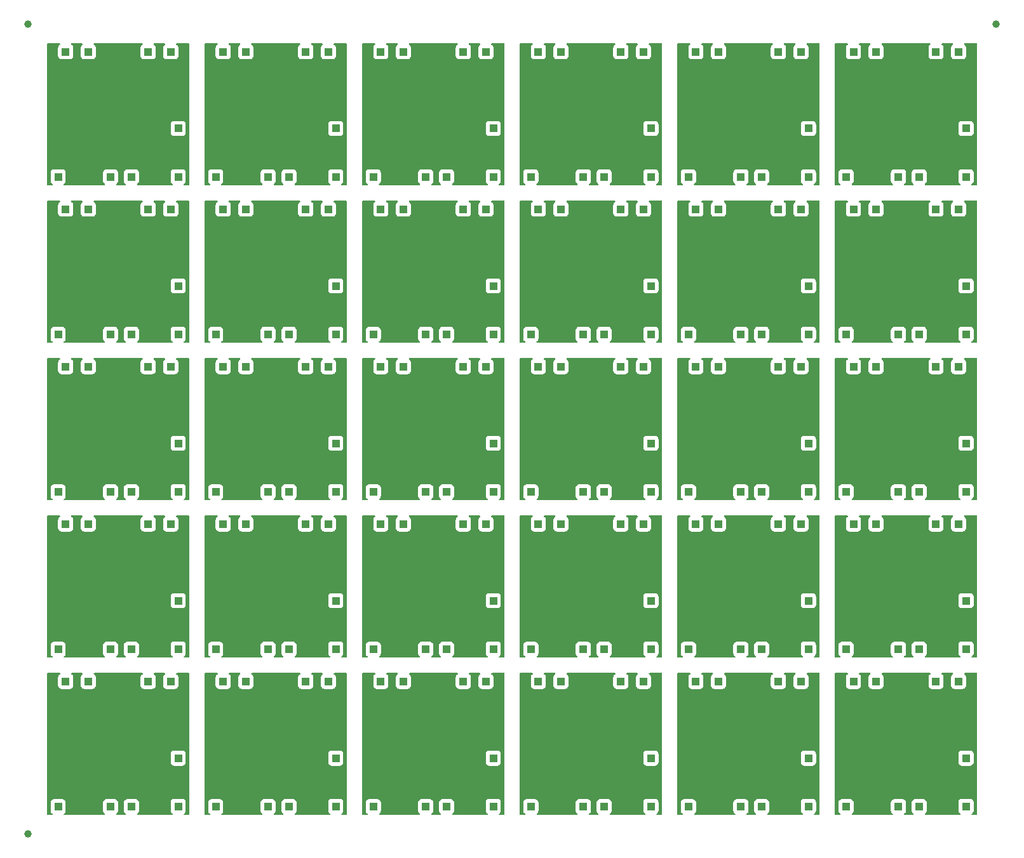
<source format=gbr>
%TF.GenerationSoftware,KiCad,Pcbnew,(6.0.8)*%
%TF.CreationDate,2022-11-05T12:29:25+05:30*%
%TF.ProjectId,panelized,70616e65-6c69-47a6-9564-2e6b69636164,rev?*%
%TF.SameCoordinates,Original*%
%TF.FileFunction,Copper,L2,Bot*%
%TF.FilePolarity,Positive*%
%FSLAX46Y46*%
G04 Gerber Fmt 4.6, Leading zero omitted, Abs format (unit mm)*
G04 Created by KiCad (PCBNEW (6.0.8)) date 2022-11-05 12:29:25*
%MOMM*%
%LPD*%
G01*
G04 APERTURE LIST*
%TA.AperFunction,SMDPad,CuDef*%
%ADD10C,1.000000*%
%TD*%
%TA.AperFunction,ComponentPad*%
%ADD11R,1.000000X1.000000*%
%TD*%
%TA.AperFunction,ViaPad*%
%ADD12C,0.600000*%
%TD*%
G04 APERTURE END LIST*
D10*
%TO.P,REF\u002A\u002A,*%
%TO.N,*%
X17000000Y-17000000D03*
%TD*%
%TO.P,REF\u002A\u002A,*%
%TO.N,*%
X146000000Y-17000000D03*
%TD*%
%TO.P,REF\u002A\u002A,*%
%TO.N,*%
X17000000Y-125000000D03*
%TD*%
D11*
%TO.P,GND,1,Pin_1*%
%TO.N,Board_22-GND*%
X121000000Y-96290000D03*
%TD*%
%TO.P,+,1,Pin_1*%
%TO.N,Board_5-LOUT+*%
X127000000Y-20660000D03*
%TD*%
%TO.P,+5V,1,Pin_1*%
%TO.N,Board_5-+5V*%
X142000000Y-30900000D03*
%TD*%
%TO.P,GND,1,Pin_1*%
%TO.N,Board_12-GND*%
X37000000Y-75290000D03*
%TD*%
%TO.P,-,1,Pin_1*%
%TO.N,Board_26-LOUT-*%
X67000000Y-104660000D03*
%TD*%
%TO.P,-,1,Pin_1*%
%TO.N,Board_20-ROUT-*%
X75000000Y-83660000D03*
%TD*%
%TO.P,+,1,Pin_1*%
%TO.N,Board_1-ROUT+*%
X57000000Y-20660000D03*
%TD*%
%TO.P,L,1,Pin_1*%
%TO.N,Board_19-INL*%
X42000000Y-100350000D03*
%TD*%
%TO.P,-,1,Pin_1*%
%TO.N,Board_9-ROUT-*%
X96000000Y-41660000D03*
%TD*%
%TO.P,SHDN,1,Pin_1*%
%TO.N,Board_12-~{SHDN}*%
X30750000Y-79350000D03*
%TD*%
%TO.P,-,1,Pin_1*%
%TO.N,Board_13-LOUT-*%
X46000000Y-62660000D03*
%TD*%
%TO.P,MUTE,1,Pin_1*%
%TO.N,Board_25-~{MUTE}*%
X49000000Y-121350000D03*
%TD*%
%TO.P,R,1,Pin_1*%
%TO.N,Board_11-INR*%
X142000000Y-58340000D03*
%TD*%
%TO.P,+,1,Pin_1*%
%TO.N,Board_10-LOUT+*%
X106000000Y-41660000D03*
%TD*%
%TO.P,+,1,Pin_1*%
%TO.N,Board_23-ROUT+*%
X141000000Y-83660000D03*
%TD*%
%TO.P,+5V,1,Pin_1*%
%TO.N,Board_28-+5V*%
X121000000Y-114900000D03*
%TD*%
%TO.P,-,1,Pin_1*%
%TO.N,Board_28-ROUT-*%
X117000000Y-104660000D03*
%TD*%
%TO.P,MUTE,1,Pin_1*%
%TO.N,Board_22-~{MUTE}*%
X112000000Y-100350000D03*
%TD*%
%TO.P,-,1,Pin_1*%
%TO.N,Board_21-LOUT-*%
X88000000Y-83660000D03*
%TD*%
%TO.P,+,1,Pin_1*%
%TO.N,Board_20-ROUT+*%
X78000000Y-83660000D03*
%TD*%
%TO.P,+5V,1,Pin_1*%
%TO.N,Board_24-+5V*%
X37000000Y-114900000D03*
%TD*%
%TO.P,MUTE,1,Pin_1*%
%TO.N,Board_17-~{MUTE}*%
X133000000Y-79350000D03*
%TD*%
%TO.P,L,1,Pin_1*%
%TO.N,Board_17-INL*%
X126000000Y-79350000D03*
%TD*%
%TO.P,+,1,Pin_1*%
%TO.N,Board_14-LOUT+*%
X64000000Y-62660000D03*
%TD*%
%TO.P,+5V,1,Pin_1*%
%TO.N,Board_14-+5V*%
X79000000Y-72900000D03*
%TD*%
%TO.P,MUTE,1,Pin_1*%
%TO.N,Board_10-~{MUTE}*%
X112000000Y-58350000D03*
%TD*%
%TO.P,SHDN,1,Pin_1*%
%TO.N,Board_2-~{SHDN}*%
X72750000Y-37350000D03*
%TD*%
%TO.P,+,1,Pin_1*%
%TO.N,Board_17-LOUT+*%
X127000000Y-62660000D03*
%TD*%
%TO.P,SHDN,1,Pin_1*%
%TO.N,Board_7-~{SHDN}*%
X51750000Y-58350000D03*
%TD*%
%TO.P,GND,1,Pin_1*%
%TO.N,Board_26-GND*%
X79000000Y-117290000D03*
%TD*%
%TO.P,MUTE,1,Pin_1*%
%TO.N,Board_5-~{MUTE}*%
X133000000Y-37350000D03*
%TD*%
%TO.P,SHDN,1,Pin_1*%
%TO.N,Board_0-~{SHDN}*%
X30750000Y-37350000D03*
%TD*%
%TO.P,GND,1,Pin_1*%
%TO.N,Board_18-GND*%
X37000000Y-96290000D03*
%TD*%
%TO.P,+,1,Pin_1*%
%TO.N,Board_10-ROUT+*%
X120000000Y-41660000D03*
%TD*%
%TO.P,+,1,Pin_1*%
%TO.N,Board_13-ROUT+*%
X57000000Y-62660000D03*
%TD*%
%TO.P,MUTE,1,Pin_1*%
%TO.N,Board_13-~{MUTE}*%
X49000000Y-79350000D03*
%TD*%
%TO.P,-,1,Pin_1*%
%TO.N,Board_6-ROUT-*%
X33000000Y-41660000D03*
%TD*%
%TO.P,-,1,Pin_1*%
%TO.N,Board_4-ROUT-*%
X117000000Y-20660000D03*
%TD*%
%TO.P,+,1,Pin_1*%
%TO.N,Board_0-ROUT+*%
X36000000Y-20660000D03*
%TD*%
%TO.P,MUTE,1,Pin_1*%
%TO.N,Board_2-~{MUTE}*%
X70000000Y-37350000D03*
%TD*%
%TO.P,GND,1,Pin_1*%
%TO.N,Board_13-GND*%
X58000000Y-75290000D03*
%TD*%
%TO.P,L,1,Pin_1*%
%TO.N,Board_16-INL*%
X105000000Y-79350000D03*
%TD*%
%TO.P,+,1,Pin_1*%
%TO.N,Board_8-LOUT+*%
X64000000Y-41660000D03*
%TD*%
%TO.P,-,1,Pin_1*%
%TO.N,Board_5-LOUT-*%
X130000000Y-20660000D03*
%TD*%
%TO.P,R,1,Pin_1*%
%TO.N,Board_15-INR*%
X100000000Y-79340000D03*
%TD*%
%TO.P,-,1,Pin_1*%
%TO.N,Board_27-ROUT-*%
X96000000Y-104660000D03*
%TD*%
%TO.P,+,1,Pin_1*%
%TO.N,Board_2-LOUT+*%
X64000000Y-20660000D03*
%TD*%
%TO.P,L,1,Pin_1*%
%TO.N,Board_15-INL*%
X84000000Y-79350000D03*
%TD*%
%TO.P,-,1,Pin_1*%
%TO.N,Board_2-ROUT-*%
X75000000Y-20660000D03*
%TD*%
%TO.P,L,1,Pin_1*%
%TO.N,Board_25-INL*%
X42000000Y-121350000D03*
%TD*%
%TO.P,SHDN,1,Pin_1*%
%TO.N,Board_27-~{SHDN}*%
X93750000Y-121350000D03*
%TD*%
%TO.P,MUTE,1,Pin_1*%
%TO.N,Board_20-~{MUTE}*%
X70000000Y-100350000D03*
%TD*%
%TO.P,SHDN,1,Pin_1*%
%TO.N,Board_10-~{SHDN}*%
X114750000Y-58350000D03*
%TD*%
%TO.P,+,1,Pin_1*%
%TO.N,Board_16-LOUT+*%
X106000000Y-62660000D03*
%TD*%
%TO.P,MUTE,1,Pin_1*%
%TO.N,Board_1-~{MUTE}*%
X49000000Y-37350000D03*
%TD*%
%TO.P,GND,1,Pin_1*%
%TO.N,Board_19-GND*%
X58000000Y-96290000D03*
%TD*%
%TO.P,-,1,Pin_1*%
%TO.N,Board_25-ROUT-*%
X54000000Y-104660000D03*
%TD*%
%TO.P,R,1,Pin_1*%
%TO.N,Board_23-INR*%
X142000000Y-100340000D03*
%TD*%
%TO.P,+5V,1,Pin_1*%
%TO.N,Board_19-+5V*%
X58000000Y-93900000D03*
%TD*%
%TO.P,+,1,Pin_1*%
%TO.N,Board_0-LOUT+*%
X22000000Y-20660000D03*
%TD*%
%TO.P,-,1,Pin_1*%
%TO.N,Board_11-LOUT-*%
X130000000Y-41660000D03*
%TD*%
%TO.P,+,1,Pin_1*%
%TO.N,Board_23-LOUT+*%
X127000000Y-83660000D03*
%TD*%
%TO.P,R,1,Pin_1*%
%TO.N,Board_9-INR*%
X100000000Y-58340000D03*
%TD*%
%TO.P,+,1,Pin_1*%
%TO.N,Board_1-LOUT+*%
X43000000Y-20660000D03*
%TD*%
%TO.P,+5V,1,Pin_1*%
%TO.N,Board_21-+5V*%
X100000000Y-93900000D03*
%TD*%
%TO.P,+,1,Pin_1*%
%TO.N,Board_25-LOUT+*%
X43000000Y-104660000D03*
%TD*%
%TO.P,GND,1,Pin_1*%
%TO.N,Board_0-GND*%
X37000000Y-33290000D03*
%TD*%
%TO.P,L,1,Pin_1*%
%TO.N,Board_11-INL*%
X126000000Y-58350000D03*
%TD*%
%TO.P,-,1,Pin_1*%
%TO.N,Board_4-LOUT-*%
X109000000Y-20660000D03*
%TD*%
%TO.P,L,1,Pin_1*%
%TO.N,Board_10-INL*%
X105000000Y-58350000D03*
%TD*%
%TO.P,-,1,Pin_1*%
%TO.N,Board_14-LOUT-*%
X67000000Y-62660000D03*
%TD*%
%TO.P,-,1,Pin_1*%
%TO.N,Board_13-ROUT-*%
X54000000Y-62660000D03*
%TD*%
%TO.P,L,1,Pin_1*%
%TO.N,Board_21-INL*%
X84000000Y-100350000D03*
%TD*%
%TO.P,-,1,Pin_1*%
%TO.N,Board_17-LOUT-*%
X130000000Y-62660000D03*
%TD*%
%TO.P,GND,1,Pin_1*%
%TO.N,Board_1-GND*%
X58000000Y-33290000D03*
%TD*%
%TO.P,-,1,Pin_1*%
%TO.N,Board_22-LOUT-*%
X109000000Y-83660000D03*
%TD*%
%TO.P,R,1,Pin_1*%
%TO.N,Board_22-INR*%
X121000000Y-100340000D03*
%TD*%
%TO.P,R,1,Pin_1*%
%TO.N,Board_4-INR*%
X121000000Y-37340000D03*
%TD*%
%TO.P,R,1,Pin_1*%
%TO.N,Board_2-INR*%
X79000000Y-37340000D03*
%TD*%
%TO.P,+,1,Pin_1*%
%TO.N,Board_21-LOUT+*%
X85000000Y-83660000D03*
%TD*%
%TO.P,+,1,Pin_1*%
%TO.N,Board_15-ROUT+*%
X99000000Y-62660000D03*
%TD*%
%TO.P,+,1,Pin_1*%
%TO.N,Board_24-LOUT+*%
X22000000Y-104660000D03*
%TD*%
%TO.P,-,1,Pin_1*%
%TO.N,Board_15-LOUT-*%
X88000000Y-62660000D03*
%TD*%
%TO.P,+,1,Pin_1*%
%TO.N,Board_7-LOUT+*%
X43000000Y-41660000D03*
%TD*%
%TO.P,L,1,Pin_1*%
%TO.N,Board_9-INL*%
X84000000Y-58350000D03*
%TD*%
%TO.P,+5V,1,Pin_1*%
%TO.N,Board_8-+5V*%
X79000000Y-51900000D03*
%TD*%
%TO.P,R,1,Pin_1*%
%TO.N,Board_29-INR*%
X142000000Y-121340000D03*
%TD*%
%TO.P,-,1,Pin_1*%
%TO.N,Board_26-ROUT-*%
X75000000Y-104660000D03*
%TD*%
%TO.P,MUTE,1,Pin_1*%
%TO.N,Board_6-~{MUTE}*%
X28000000Y-58350000D03*
%TD*%
%TO.P,-,1,Pin_1*%
%TO.N,Board_12-LOUT-*%
X25000000Y-62660000D03*
%TD*%
%TO.P,L,1,Pin_1*%
%TO.N,Board_24-INL*%
X21000000Y-121350000D03*
%TD*%
%TO.P,R,1,Pin_1*%
%TO.N,Board_20-INR*%
X79000000Y-100340000D03*
%TD*%
%TO.P,L,1,Pin_1*%
%TO.N,Board_28-INL*%
X105000000Y-121350000D03*
%TD*%
%TO.P,GND,1,Pin_1*%
%TO.N,Board_9-GND*%
X100000000Y-54290000D03*
%TD*%
%TO.P,+5V,1,Pin_1*%
%TO.N,Board_0-+5V*%
X37000000Y-30900000D03*
%TD*%
%TO.P,SHDN,1,Pin_1*%
%TO.N,Board_9-~{SHDN}*%
X93750000Y-58350000D03*
%TD*%
%TO.P,R,1,Pin_1*%
%TO.N,Board_1-INR*%
X58000000Y-37340000D03*
%TD*%
%TO.P,GND,1,Pin_1*%
%TO.N,Board_27-GND*%
X100000000Y-117290000D03*
%TD*%
%TO.P,R,1,Pin_1*%
%TO.N,Board_25-INR*%
X58000000Y-121340000D03*
%TD*%
%TO.P,+,1,Pin_1*%
%TO.N,Board_11-ROUT+*%
X141000000Y-41660000D03*
%TD*%
%TO.P,+,1,Pin_1*%
%TO.N,Board_12-LOUT+*%
X22000000Y-62660000D03*
%TD*%
%TO.P,+,1,Pin_1*%
%TO.N,Board_7-ROUT+*%
X57000000Y-41660000D03*
%TD*%
%TO.P,L,1,Pin_1*%
%TO.N,Board_26-INL*%
X63000000Y-121350000D03*
%TD*%
%TO.P,+,1,Pin_1*%
%TO.N,Board_22-ROUT+*%
X120000000Y-83660000D03*
%TD*%
%TO.P,R,1,Pin_1*%
%TO.N,Board_3-INR*%
X100000000Y-37340000D03*
%TD*%
%TO.P,-,1,Pin_1*%
%TO.N,Board_24-LOUT-*%
X25000000Y-104660000D03*
%TD*%
%TO.P,MUTE,1,Pin_1*%
%TO.N,Board_28-~{MUTE}*%
X112000000Y-121350000D03*
%TD*%
%TO.P,L,1,Pin_1*%
%TO.N,Board_13-INL*%
X42000000Y-79350000D03*
%TD*%
%TO.P,R,1,Pin_1*%
%TO.N,Board_21-INR*%
X100000000Y-100340000D03*
%TD*%
%TO.P,SHDN,1,Pin_1*%
%TO.N,Board_16-~{SHDN}*%
X114750000Y-79350000D03*
%TD*%
%TO.P,+,1,Pin_1*%
%TO.N,Board_11-LOUT+*%
X127000000Y-41660000D03*
%TD*%
%TO.P,MUTE,1,Pin_1*%
%TO.N,Board_15-~{MUTE}*%
X91000000Y-79350000D03*
%TD*%
%TO.P,-,1,Pin_1*%
%TO.N,Board_2-LOUT-*%
X67000000Y-20660000D03*
%TD*%
%TO.P,MUTE,1,Pin_1*%
%TO.N,Board_24-~{MUTE}*%
X28000000Y-121350000D03*
%TD*%
%TO.P,GND,1,Pin_1*%
%TO.N,Board_25-GND*%
X58000000Y-117290000D03*
%TD*%
%TO.P,-,1,Pin_1*%
%TO.N,Board_16-ROUT-*%
X117000000Y-62660000D03*
%TD*%
%TO.P,R,1,Pin_1*%
%TO.N,Board_0-INR*%
X37000000Y-37340000D03*
%TD*%
%TO.P,+,1,Pin_1*%
%TO.N,Board_16-ROUT+*%
X120000000Y-62660000D03*
%TD*%
%TO.P,+5V,1,Pin_1*%
%TO.N,Board_9-+5V*%
X100000000Y-51900000D03*
%TD*%
%TO.P,-,1,Pin_1*%
%TO.N,Board_27-LOUT-*%
X88000000Y-104660000D03*
%TD*%
%TO.P,L,1,Pin_1*%
%TO.N,Board_5-INL*%
X126000000Y-37350000D03*
%TD*%
%TO.P,+,1,Pin_1*%
%TO.N,Board_4-ROUT+*%
X120000000Y-20660000D03*
%TD*%
%TO.P,GND,1,Pin_1*%
%TO.N,Board_28-GND*%
X121000000Y-117290000D03*
%TD*%
%TO.P,GND,1,Pin_1*%
%TO.N,Board_3-GND*%
X100000000Y-33290000D03*
%TD*%
%TO.P,GND,1,Pin_1*%
%TO.N,Board_6-GND*%
X37000000Y-54290000D03*
%TD*%
%TO.P,+5V,1,Pin_1*%
%TO.N,Board_11-+5V*%
X142000000Y-51900000D03*
%TD*%
%TO.P,L,1,Pin_1*%
%TO.N,Board_20-INL*%
X63000000Y-100350000D03*
%TD*%
%TO.P,R,1,Pin_1*%
%TO.N,Board_6-INR*%
X37000000Y-58340000D03*
%TD*%
%TO.P,L,1,Pin_1*%
%TO.N,Board_22-INL*%
X105000000Y-100350000D03*
%TD*%
%TO.P,+,1,Pin_1*%
%TO.N,Board_25-ROUT+*%
X57000000Y-104660000D03*
%TD*%
%TO.P,+5V,1,Pin_1*%
%TO.N,Board_23-+5V*%
X142000000Y-93900000D03*
%TD*%
%TO.P,SHDN,1,Pin_1*%
%TO.N,Board_3-~{SHDN}*%
X93750000Y-37350000D03*
%TD*%
%TO.P,+5V,1,Pin_1*%
%TO.N,Board_26-+5V*%
X79000000Y-114900000D03*
%TD*%
%TO.P,R,1,Pin_1*%
%TO.N,Board_5-INR*%
X142000000Y-37340000D03*
%TD*%
%TO.P,L,1,Pin_1*%
%TO.N,Board_2-INL*%
X63000000Y-37350000D03*
%TD*%
%TO.P,+,1,Pin_1*%
%TO.N,Board_13-LOUT+*%
X43000000Y-62660000D03*
%TD*%
%TO.P,+,1,Pin_1*%
%TO.N,Board_18-LOUT+*%
X22000000Y-83660000D03*
%TD*%
%TO.P,-,1,Pin_1*%
%TO.N,Board_0-LOUT-*%
X25000000Y-20660000D03*
%TD*%
%TO.P,-,1,Pin_1*%
%TO.N,Board_21-ROUT-*%
X96000000Y-83660000D03*
%TD*%
%TO.P,MUTE,1,Pin_1*%
%TO.N,Board_19-~{MUTE}*%
X49000000Y-100350000D03*
%TD*%
%TO.P,SHDN,1,Pin_1*%
%TO.N,Board_6-~{SHDN}*%
X30750000Y-58350000D03*
%TD*%
%TO.P,L,1,Pin_1*%
%TO.N,Board_12-INL*%
X21000000Y-79350000D03*
%TD*%
%TO.P,+,1,Pin_1*%
%TO.N,Board_20-LOUT+*%
X64000000Y-83660000D03*
%TD*%
%TO.P,-,1,Pin_1*%
%TO.N,Board_29-ROUT-*%
X138000000Y-104660000D03*
%TD*%
%TO.P,+5V,1,Pin_1*%
%TO.N,Board_20-+5V*%
X79000000Y-93900000D03*
%TD*%
%TO.P,+5V,1,Pin_1*%
%TO.N,Board_18-+5V*%
X37000000Y-93900000D03*
%TD*%
%TO.P,MUTE,1,Pin_1*%
%TO.N,Board_26-~{MUTE}*%
X70000000Y-121350000D03*
%TD*%
%TO.P,+,1,Pin_1*%
%TO.N,Board_24-ROUT+*%
X36000000Y-104660000D03*
%TD*%
%TO.P,MUTE,1,Pin_1*%
%TO.N,Board_21-~{MUTE}*%
X91000000Y-100350000D03*
%TD*%
%TO.P,MUTE,1,Pin_1*%
%TO.N,Board_18-~{MUTE}*%
X28000000Y-100350000D03*
%TD*%
%TO.P,+5V,1,Pin_1*%
%TO.N,Board_4-+5V*%
X121000000Y-30900000D03*
%TD*%
%TO.P,SHDN,1,Pin_1*%
%TO.N,Board_20-~{SHDN}*%
X72750000Y-100350000D03*
%TD*%
%TO.P,SHDN,1,Pin_1*%
%TO.N,Board_18-~{SHDN}*%
X30750000Y-100350000D03*
%TD*%
%TO.P,-,1,Pin_1*%
%TO.N,Board_10-LOUT-*%
X109000000Y-41660000D03*
%TD*%
%TO.P,GND,1,Pin_1*%
%TO.N,Board_15-GND*%
X100000000Y-75290000D03*
%TD*%
%TO.P,+5V,1,Pin_1*%
%TO.N,Board_10-+5V*%
X121000000Y-51900000D03*
%TD*%
%TO.P,+,1,Pin_1*%
%TO.N,Board_2-ROUT+*%
X78000000Y-20660000D03*
%TD*%
%TO.P,MUTE,1,Pin_1*%
%TO.N,Board_0-~{MUTE}*%
X28000000Y-37350000D03*
%TD*%
%TO.P,-,1,Pin_1*%
%TO.N,Board_8-ROUT-*%
X75000000Y-41660000D03*
%TD*%
%TO.P,R,1,Pin_1*%
%TO.N,Board_12-INR*%
X37000000Y-79340000D03*
%TD*%
%TO.P,GND,1,Pin_1*%
%TO.N,Board_10-GND*%
X121000000Y-54290000D03*
%TD*%
%TO.P,-,1,Pin_1*%
%TO.N,Board_17-ROUT-*%
X138000000Y-62660000D03*
%TD*%
%TO.P,+5V,1,Pin_1*%
%TO.N,Board_2-+5V*%
X79000000Y-30900000D03*
%TD*%
%TO.P,SHDN,1,Pin_1*%
%TO.N,Board_11-~{SHDN}*%
X135750000Y-58350000D03*
%TD*%
%TO.P,-,1,Pin_1*%
%TO.N,Board_3-ROUT-*%
X96000000Y-20660000D03*
%TD*%
%TO.P,+,1,Pin_1*%
%TO.N,Board_8-ROUT+*%
X78000000Y-41660000D03*
%TD*%
%TO.P,+,1,Pin_1*%
%TO.N,Board_19-LOUT+*%
X43000000Y-83660000D03*
%TD*%
%TO.P,SHDN,1,Pin_1*%
%TO.N,Board_24-~{SHDN}*%
X30750000Y-121350000D03*
%TD*%
%TO.P,SHDN,1,Pin_1*%
%TO.N,Board_15-~{SHDN}*%
X93750000Y-79350000D03*
%TD*%
%TO.P,-,1,Pin_1*%
%TO.N,Board_10-ROUT-*%
X117000000Y-41660000D03*
%TD*%
%TO.P,+,1,Pin_1*%
%TO.N,Board_6-LOUT+*%
X22000000Y-41660000D03*
%TD*%
%TO.P,-,1,Pin_1*%
%TO.N,Board_19-ROUT-*%
X54000000Y-83660000D03*
%TD*%
%TO.P,+,1,Pin_1*%
%TO.N,Board_22-LOUT+*%
X106000000Y-83660000D03*
%TD*%
%TO.P,+,1,Pin_1*%
%TO.N,Board_9-ROUT+*%
X99000000Y-41660000D03*
%TD*%
%TO.P,L,1,Pin_1*%
%TO.N,Board_14-INL*%
X63000000Y-79350000D03*
%TD*%
%TO.P,R,1,Pin_1*%
%TO.N,Board_17-INR*%
X142000000Y-79340000D03*
%TD*%
%TO.P,-,1,Pin_1*%
%TO.N,Board_3-LOUT-*%
X88000000Y-20660000D03*
%TD*%
%TO.P,+5V,1,Pin_1*%
%TO.N,Board_27-+5V*%
X100000000Y-114900000D03*
%TD*%
%TO.P,R,1,Pin_1*%
%TO.N,Board_8-INR*%
X79000000Y-58340000D03*
%TD*%
%TO.P,R,1,Pin_1*%
%TO.N,Board_7-INR*%
X58000000Y-58340000D03*
%TD*%
%TO.P,MUTE,1,Pin_1*%
%TO.N,Board_16-~{MUTE}*%
X112000000Y-79350000D03*
%TD*%
%TO.P,-,1,Pin_1*%
%TO.N,Board_23-ROUT-*%
X138000000Y-83660000D03*
%TD*%
%TO.P,+,1,Pin_1*%
%TO.N,Board_17-ROUT+*%
X141000000Y-62660000D03*
%TD*%
%TO.P,-,1,Pin_1*%
%TO.N,Board_24-ROUT-*%
X33000000Y-104660000D03*
%TD*%
%TO.P,SHDN,1,Pin_1*%
%TO.N,Board_25-~{SHDN}*%
X51750000Y-121350000D03*
%TD*%
%TO.P,+5V,1,Pin_1*%
%TO.N,Board_3-+5V*%
X100000000Y-30900000D03*
%TD*%
%TO.P,+,1,Pin_1*%
%TO.N,Board_28-ROUT+*%
X120000000Y-104660000D03*
%TD*%
%TO.P,+,1,Pin_1*%
%TO.N,Board_6-ROUT+*%
X36000000Y-41660000D03*
%TD*%
%TO.P,L,1,Pin_1*%
%TO.N,Board_7-INL*%
X42000000Y-58350000D03*
%TD*%
%TO.P,MUTE,1,Pin_1*%
%TO.N,Board_12-~{MUTE}*%
X28000000Y-79350000D03*
%TD*%
%TO.P,GND,1,Pin_1*%
%TO.N,Board_17-GND*%
X142000000Y-75290000D03*
%TD*%
%TO.P,-,1,Pin_1*%
%TO.N,Board_18-ROUT-*%
X33000000Y-83660000D03*
%TD*%
%TO.P,+5V,1,Pin_1*%
%TO.N,Board_15-+5V*%
X100000000Y-72900000D03*
%TD*%
%TO.P,L,1,Pin_1*%
%TO.N,Board_3-INL*%
X84000000Y-37350000D03*
%TD*%
%TO.P,L,1,Pin_1*%
%TO.N,Board_27-INL*%
X84000000Y-121350000D03*
%TD*%
%TO.P,GND,1,Pin_1*%
%TO.N,Board_29-GND*%
X142000000Y-117290000D03*
%TD*%
%TO.P,R,1,Pin_1*%
%TO.N,Board_24-INR*%
X37000000Y-121340000D03*
%TD*%
%TO.P,GND,1,Pin_1*%
%TO.N,Board_21-GND*%
X100000000Y-96290000D03*
%TD*%
%TO.P,-,1,Pin_1*%
%TO.N,Board_15-ROUT-*%
X96000000Y-62660000D03*
%TD*%
%TO.P,SHDN,1,Pin_1*%
%TO.N,Board_23-~{SHDN}*%
X135750000Y-100350000D03*
%TD*%
%TO.P,L,1,Pin_1*%
%TO.N,Board_18-INL*%
X21000000Y-100350000D03*
%TD*%
%TO.P,GND,1,Pin_1*%
%TO.N,Board_2-GND*%
X79000000Y-33290000D03*
%TD*%
%TO.P,-,1,Pin_1*%
%TO.N,Board_1-LOUT-*%
X46000000Y-20660000D03*
%TD*%
%TO.P,MUTE,1,Pin_1*%
%TO.N,Board_8-~{MUTE}*%
X70000000Y-58350000D03*
%TD*%
%TO.P,-,1,Pin_1*%
%TO.N,Board_14-ROUT-*%
X75000000Y-62660000D03*
%TD*%
%TO.P,+,1,Pin_1*%
%TO.N,Board_19-ROUT+*%
X57000000Y-83660000D03*
%TD*%
%TO.P,+5V,1,Pin_1*%
%TO.N,Board_29-+5V*%
X142000000Y-114900000D03*
%TD*%
%TO.P,-,1,Pin_1*%
%TO.N,Board_7-ROUT-*%
X54000000Y-41660000D03*
%TD*%
%TO.P,GND,1,Pin_1*%
%TO.N,Board_8-GND*%
X79000000Y-54290000D03*
%TD*%
%TO.P,+5V,1,Pin_1*%
%TO.N,Board_25-+5V*%
X58000000Y-114900000D03*
%TD*%
%TO.P,SHDN,1,Pin_1*%
%TO.N,Board_19-~{SHDN}*%
X51750000Y-100350000D03*
%TD*%
%TO.P,-,1,Pin_1*%
%TO.N,Board_6-LOUT-*%
X25000000Y-41660000D03*
%TD*%
%TO.P,R,1,Pin_1*%
%TO.N,Board_14-INR*%
X79000000Y-79340000D03*
%TD*%
%TO.P,SHDN,1,Pin_1*%
%TO.N,Board_29-~{SHDN}*%
X135750000Y-121350000D03*
%TD*%
%TO.P,-,1,Pin_1*%
%TO.N,Board_28-LOUT-*%
X109000000Y-104660000D03*
%TD*%
%TO.P,GND,1,Pin_1*%
%TO.N,Board_11-GND*%
X142000000Y-54290000D03*
%TD*%
%TO.P,+,1,Pin_1*%
%TO.N,Board_27-ROUT+*%
X99000000Y-104660000D03*
%TD*%
%TO.P,-,1,Pin_1*%
%TO.N,Board_7-LOUT-*%
X46000000Y-41660000D03*
%TD*%
%TO.P,-,1,Pin_1*%
%TO.N,Board_5-ROUT-*%
X138000000Y-20660000D03*
%TD*%
%TO.P,L,1,Pin_1*%
%TO.N,Board_8-INL*%
X63000000Y-58350000D03*
%TD*%
%TO.P,+5V,1,Pin_1*%
%TO.N,Board_13-+5V*%
X58000000Y-72900000D03*
%TD*%
%TO.P,+5V,1,Pin_1*%
%TO.N,Board_7-+5V*%
X58000000Y-51900000D03*
%TD*%
%TO.P,R,1,Pin_1*%
%TO.N,Board_28-INR*%
X121000000Y-121340000D03*
%TD*%
%TO.P,R,1,Pin_1*%
%TO.N,Board_19-INR*%
X58000000Y-100340000D03*
%TD*%
%TO.P,+,1,Pin_1*%
%TO.N,Board_21-ROUT+*%
X99000000Y-83660000D03*
%TD*%
%TO.P,+,1,Pin_1*%
%TO.N,Board_28-LOUT+*%
X106000000Y-104660000D03*
%TD*%
%TO.P,SHDN,1,Pin_1*%
%TO.N,Board_26-~{SHDN}*%
X72750000Y-121350000D03*
%TD*%
%TO.P,+5V,1,Pin_1*%
%TO.N,Board_17-+5V*%
X142000000Y-72900000D03*
%TD*%
%TO.P,+5V,1,Pin_1*%
%TO.N,Board_12-+5V*%
X37000000Y-72900000D03*
%TD*%
%TO.P,MUTE,1,Pin_1*%
%TO.N,Board_29-~{MUTE}*%
X133000000Y-121350000D03*
%TD*%
%TO.P,SHDN,1,Pin_1*%
%TO.N,Board_1-~{SHDN}*%
X51750000Y-37350000D03*
%TD*%
%TO.P,MUTE,1,Pin_1*%
%TO.N,Board_27-~{MUTE}*%
X91000000Y-121350000D03*
%TD*%
%TO.P,+,1,Pin_1*%
%TO.N,Board_4-LOUT+*%
X106000000Y-20660000D03*
%TD*%
%TO.P,-,1,Pin_1*%
%TO.N,Board_12-ROUT-*%
X33000000Y-62660000D03*
%TD*%
%TO.P,+,1,Pin_1*%
%TO.N,Board_27-LOUT+*%
X85000000Y-104660000D03*
%TD*%
%TO.P,GND,1,Pin_1*%
%TO.N,Board_20-GND*%
X79000000Y-96290000D03*
%TD*%
%TO.P,L,1,Pin_1*%
%TO.N,Board_23-INL*%
X126000000Y-100350000D03*
%TD*%
%TO.P,GND,1,Pin_1*%
%TO.N,Board_4-GND*%
X121000000Y-33290000D03*
%TD*%
%TO.P,SHDN,1,Pin_1*%
%TO.N,Board_17-~{SHDN}*%
X135750000Y-79350000D03*
%TD*%
%TO.P,SHDN,1,Pin_1*%
%TO.N,Board_13-~{SHDN}*%
X51750000Y-79350000D03*
%TD*%
%TO.P,MUTE,1,Pin_1*%
%TO.N,Board_14-~{MUTE}*%
X70000000Y-79350000D03*
%TD*%
%TO.P,L,1,Pin_1*%
%TO.N,Board_1-INL*%
X42000000Y-37350000D03*
%TD*%
%TO.P,MUTE,1,Pin_1*%
%TO.N,Board_11-~{MUTE}*%
X133000000Y-58350000D03*
%TD*%
%TO.P,+,1,Pin_1*%
%TO.N,Board_29-ROUT+*%
X141000000Y-104660000D03*
%TD*%
%TO.P,R,1,Pin_1*%
%TO.N,Board_18-INR*%
X37000000Y-100340000D03*
%TD*%
%TO.P,R,1,Pin_1*%
%TO.N,Board_13-INR*%
X58000000Y-79340000D03*
%TD*%
%TO.P,-,1,Pin_1*%
%TO.N,Board_19-LOUT-*%
X46000000Y-83660000D03*
%TD*%
%TO.P,-,1,Pin_1*%
%TO.N,Board_23-LOUT-*%
X130000000Y-83660000D03*
%TD*%
%TO.P,GND,1,Pin_1*%
%TO.N,Board_16-GND*%
X121000000Y-75290000D03*
%TD*%
%TO.P,+5V,1,Pin_1*%
%TO.N,Board_22-+5V*%
X121000000Y-93900000D03*
%TD*%
%TO.P,+,1,Pin_1*%
%TO.N,Board_3-ROUT+*%
X99000000Y-20660000D03*
%TD*%
%TO.P,SHDN,1,Pin_1*%
%TO.N,Board_5-~{SHDN}*%
X135750000Y-37350000D03*
%TD*%
%TO.P,+,1,Pin_1*%
%TO.N,Board_26-LOUT+*%
X64000000Y-104660000D03*
%TD*%
%TO.P,L,1,Pin_1*%
%TO.N,Board_0-INL*%
X21000000Y-37350000D03*
%TD*%
%TO.P,+,1,Pin_1*%
%TO.N,Board_29-LOUT+*%
X127000000Y-104660000D03*
%TD*%
%TO.P,-,1,Pin_1*%
%TO.N,Board_1-ROUT-*%
X54000000Y-20660000D03*
%TD*%
%TO.P,-,1,Pin_1*%
%TO.N,Board_22-ROUT-*%
X117000000Y-83660000D03*
%TD*%
%TO.P,R,1,Pin_1*%
%TO.N,Board_26-INR*%
X79000000Y-121340000D03*
%TD*%
%TO.P,MUTE,1,Pin_1*%
%TO.N,Board_9-~{MUTE}*%
X91000000Y-58350000D03*
%TD*%
%TO.P,SHDN,1,Pin_1*%
%TO.N,Board_28-~{SHDN}*%
X114750000Y-121350000D03*
%TD*%
%TO.P,SHDN,1,Pin_1*%
%TO.N,Board_4-~{SHDN}*%
X114750000Y-37350000D03*
%TD*%
%TO.P,-,1,Pin_1*%
%TO.N,Board_18-LOUT-*%
X25000000Y-83660000D03*
%TD*%
%TO.P,-,1,Pin_1*%
%TO.N,Board_8-LOUT-*%
X67000000Y-41660000D03*
%TD*%
%TO.P,+5V,1,Pin_1*%
%TO.N,Board_6-+5V*%
X37000000Y-51900000D03*
%TD*%
%TO.P,MUTE,1,Pin_1*%
%TO.N,Board_23-~{MUTE}*%
X133000000Y-100350000D03*
%TD*%
%TO.P,L,1,Pin_1*%
%TO.N,Board_29-INL*%
X126000000Y-121350000D03*
%TD*%
%TO.P,MUTE,1,Pin_1*%
%TO.N,Board_7-~{MUTE}*%
X49000000Y-58350000D03*
%TD*%
%TO.P,+5V,1,Pin_1*%
%TO.N,Board_1-+5V*%
X58000000Y-30900000D03*
%TD*%
%TO.P,L,1,Pin_1*%
%TO.N,Board_4-INL*%
X105000000Y-37350000D03*
%TD*%
%TO.P,SHDN,1,Pin_1*%
%TO.N,Board_14-~{SHDN}*%
X72750000Y-79350000D03*
%TD*%
%TO.P,MUTE,1,Pin_1*%
%TO.N,Board_4-~{MUTE}*%
X112000000Y-37350000D03*
%TD*%
%TO.P,R,1,Pin_1*%
%TO.N,Board_16-INR*%
X121000000Y-79340000D03*
%TD*%
%TO.P,GND,1,Pin_1*%
%TO.N,Board_7-GND*%
X58000000Y-54290000D03*
%TD*%
%TO.P,MUTE,1,Pin_1*%
%TO.N,Board_3-~{MUTE}*%
X91000000Y-37350000D03*
%TD*%
%TO.P,-,1,Pin_1*%
%TO.N,Board_29-LOUT-*%
X130000000Y-104660000D03*
%TD*%
%TO.P,-,1,Pin_1*%
%TO.N,Board_0-ROUT-*%
X33000000Y-20660000D03*
%TD*%
%TO.P,+,1,Pin_1*%
%TO.N,Board_12-ROUT+*%
X36000000Y-62660000D03*
%TD*%
%TO.P,SHDN,1,Pin_1*%
%TO.N,Board_22-~{SHDN}*%
X114750000Y-100350000D03*
%TD*%
%TO.P,GND,1,Pin_1*%
%TO.N,Board_5-GND*%
X142000000Y-33290000D03*
%TD*%
%TO.P,GND,1,Pin_1*%
%TO.N,Board_14-GND*%
X79000000Y-75290000D03*
%TD*%
%TO.P,L,1,Pin_1*%
%TO.N,Board_6-INL*%
X21000000Y-58350000D03*
%TD*%
%TO.P,-,1,Pin_1*%
%TO.N,Board_9-LOUT-*%
X88000000Y-41660000D03*
%TD*%
%TO.P,+,1,Pin_1*%
%TO.N,Board_5-ROUT+*%
X141000000Y-20660000D03*
%TD*%
%TO.P,GND,1,Pin_1*%
%TO.N,Board_24-GND*%
X37000000Y-117290000D03*
%TD*%
%TO.P,SHDN,1,Pin_1*%
%TO.N,Board_21-~{SHDN}*%
X93750000Y-100350000D03*
%TD*%
%TO.P,+5V,1,Pin_1*%
%TO.N,Board_16-+5V*%
X121000000Y-72900000D03*
%TD*%
%TO.P,+,1,Pin_1*%
%TO.N,Board_18-ROUT+*%
X36000000Y-83660000D03*
%TD*%
%TO.P,-,1,Pin_1*%
%TO.N,Board_16-LOUT-*%
X109000000Y-62660000D03*
%TD*%
%TO.P,GND,1,Pin_1*%
%TO.N,Board_23-GND*%
X142000000Y-96290000D03*
%TD*%
%TO.P,+,1,Pin_1*%
%TO.N,Board_14-ROUT+*%
X78000000Y-62660000D03*
%TD*%
%TO.P,+,1,Pin_1*%
%TO.N,Board_3-LOUT+*%
X85000000Y-20660000D03*
%TD*%
%TO.P,-,1,Pin_1*%
%TO.N,Board_20-LOUT-*%
X67000000Y-83660000D03*
%TD*%
%TO.P,-,1,Pin_1*%
%TO.N,Board_11-ROUT-*%
X138000000Y-41660000D03*
%TD*%
%TO.P,SHDN,1,Pin_1*%
%TO.N,Board_8-~{SHDN}*%
X72750000Y-58350000D03*
%TD*%
%TO.P,+,1,Pin_1*%
%TO.N,Board_26-ROUT+*%
X78000000Y-104660000D03*
%TD*%
%TO.P,-,1,Pin_1*%
%TO.N,Board_25-LOUT-*%
X46000000Y-104660000D03*
%TD*%
%TO.P,+,1,Pin_1*%
%TO.N,Board_9-LOUT+*%
X85000000Y-41660000D03*
%TD*%
%TO.P,R,1,Pin_1*%
%TO.N,Board_10-INR*%
X121000000Y-58340000D03*
%TD*%
%TO.P,+,1,Pin_1*%
%TO.N,Board_15-LOUT+*%
X85000000Y-62660000D03*
%TD*%
%TO.P,R,1,Pin_1*%
%TO.N,Board_27-INR*%
X100000000Y-121340000D03*
%TD*%
D12*
%TO.N,Board_29-GND*%
X137640000Y-106720000D03*
X141210000Y-119210000D03*
X142510000Y-108610000D03*
X133900000Y-104680000D03*
X132040000Y-119290000D03*
X125730000Y-109760000D03*
X131800000Y-120110000D03*
X131000000Y-106420000D03*
X125590000Y-117030000D03*
X137080000Y-119520000D03*
%TO.N,Board_28-GND*%
X116640000Y-106720000D03*
X120210000Y-119210000D03*
X121510000Y-108610000D03*
X112900000Y-104680000D03*
X111040000Y-119290000D03*
X104730000Y-109760000D03*
X110800000Y-120110000D03*
X110000000Y-106420000D03*
X104590000Y-117030000D03*
X116080000Y-119520000D03*
%TO.N,Board_27-GND*%
X95640000Y-106720000D03*
X99210000Y-119210000D03*
X100510000Y-108610000D03*
X91900000Y-104680000D03*
X90040000Y-119290000D03*
X83730000Y-109760000D03*
X89800000Y-120110000D03*
X89000000Y-106420000D03*
X83590000Y-117030000D03*
X95080000Y-119520000D03*
%TO.N,Board_26-GND*%
X74640000Y-106720000D03*
X78210000Y-119210000D03*
X79510000Y-108610000D03*
X70900000Y-104680000D03*
X69040000Y-119290000D03*
X62730000Y-109760000D03*
X68800000Y-120110000D03*
X68000000Y-106420000D03*
X62590000Y-117030000D03*
X74080000Y-119520000D03*
%TO.N,Board_25-GND*%
X53640000Y-106720000D03*
X57210000Y-119210000D03*
X58510000Y-108610000D03*
X49900000Y-104680000D03*
X48040000Y-119290000D03*
X41730000Y-109760000D03*
X47800000Y-120110000D03*
X47000000Y-106420000D03*
X41590000Y-117030000D03*
X53080000Y-119520000D03*
%TO.N,Board_24-GND*%
X32640000Y-106720000D03*
X36210000Y-119210000D03*
X37510000Y-108610000D03*
X28900000Y-104680000D03*
X27040000Y-119290000D03*
X20730000Y-109760000D03*
X26800000Y-120110000D03*
X26000000Y-106420000D03*
X20590000Y-117030000D03*
X32080000Y-119520000D03*
%TO.N,Board_23-GND*%
X137640000Y-85720000D03*
X141210000Y-98210000D03*
X142510000Y-87610000D03*
X133900000Y-83680000D03*
X132040000Y-98290000D03*
X125730000Y-88760000D03*
X131800000Y-99110000D03*
X131000000Y-85420000D03*
X125590000Y-96030000D03*
X137080000Y-98520000D03*
%TO.N,Board_22-GND*%
X116640000Y-85720000D03*
X120210000Y-98210000D03*
X121510000Y-87610000D03*
X112900000Y-83680000D03*
X111040000Y-98290000D03*
X104730000Y-88760000D03*
X110800000Y-99110000D03*
X110000000Y-85420000D03*
X104590000Y-96030000D03*
X116080000Y-98520000D03*
%TO.N,Board_21-GND*%
X95640000Y-85720000D03*
X99210000Y-98210000D03*
X100510000Y-87610000D03*
X91900000Y-83680000D03*
X90040000Y-98290000D03*
X83730000Y-88760000D03*
X89800000Y-99110000D03*
X89000000Y-85420000D03*
X83590000Y-96030000D03*
X95080000Y-98520000D03*
%TO.N,Board_20-GND*%
X74640000Y-85720000D03*
X78210000Y-98210000D03*
X79510000Y-87610000D03*
X70900000Y-83680000D03*
X69040000Y-98290000D03*
X62730000Y-88760000D03*
X68800000Y-99110000D03*
X68000000Y-85420000D03*
X62590000Y-96030000D03*
X74080000Y-98520000D03*
%TO.N,Board_19-GND*%
X53640000Y-85720000D03*
X57210000Y-98210000D03*
X58510000Y-87610000D03*
X49900000Y-83680000D03*
X48040000Y-98290000D03*
X41730000Y-88760000D03*
X47800000Y-99110000D03*
X47000000Y-85420000D03*
X41590000Y-96030000D03*
X53080000Y-98520000D03*
%TO.N,Board_18-GND*%
X32640000Y-85720000D03*
X36210000Y-98210000D03*
X37510000Y-87610000D03*
X28900000Y-83680000D03*
X27040000Y-98290000D03*
X20730000Y-88760000D03*
X26800000Y-99110000D03*
X26000000Y-85420000D03*
X20590000Y-96030000D03*
X32080000Y-98520000D03*
%TO.N,Board_17-GND*%
X137640000Y-64720000D03*
X141210000Y-77210000D03*
X142510000Y-66610000D03*
X133900000Y-62680000D03*
X132040000Y-77290000D03*
X125730000Y-67760000D03*
X131800000Y-78110000D03*
X131000000Y-64420000D03*
X125590000Y-75030000D03*
X137080000Y-77520000D03*
%TO.N,Board_16-GND*%
X116640000Y-64720000D03*
X120210000Y-77210000D03*
X121510000Y-66610000D03*
X112900000Y-62680000D03*
X111040000Y-77290000D03*
X104730000Y-67760000D03*
X110800000Y-78110000D03*
X110000000Y-64420000D03*
X104590000Y-75030000D03*
X116080000Y-77520000D03*
%TO.N,Board_15-GND*%
X95640000Y-64720000D03*
X99210000Y-77210000D03*
X100510000Y-66610000D03*
X91900000Y-62680000D03*
X90040000Y-77290000D03*
X83730000Y-67760000D03*
X89800000Y-78110000D03*
X89000000Y-64420000D03*
X83590000Y-75030000D03*
X95080000Y-77520000D03*
%TO.N,Board_14-GND*%
X74640000Y-64720000D03*
X78210000Y-77210000D03*
X79510000Y-66610000D03*
X70900000Y-62680000D03*
X69040000Y-77290000D03*
X62730000Y-67760000D03*
X68800000Y-78110000D03*
X68000000Y-64420000D03*
X62590000Y-75030000D03*
X74080000Y-77520000D03*
%TO.N,Board_13-GND*%
X53640000Y-64720000D03*
X57210000Y-77210000D03*
X58510000Y-66610000D03*
X49900000Y-62680000D03*
X48040000Y-77290000D03*
X41730000Y-67760000D03*
X47800000Y-78110000D03*
X47000000Y-64420000D03*
X41590000Y-75030000D03*
X53080000Y-77520000D03*
%TO.N,Board_12-GND*%
X32640000Y-64720000D03*
X36210000Y-77210000D03*
X37510000Y-66610000D03*
X28900000Y-62680000D03*
X27040000Y-77290000D03*
X20730000Y-67760000D03*
X26800000Y-78110000D03*
X26000000Y-64420000D03*
X20590000Y-75030000D03*
X32080000Y-77520000D03*
%TO.N,Board_11-GND*%
X137640000Y-43720000D03*
X141210000Y-56210000D03*
X142510000Y-45610000D03*
X133900000Y-41680000D03*
X132040000Y-56290000D03*
X125730000Y-46760000D03*
X131800000Y-57110000D03*
X131000000Y-43420000D03*
X125590000Y-54030000D03*
X137080000Y-56520000D03*
%TO.N,Board_10-GND*%
X116640000Y-43720000D03*
X120210000Y-56210000D03*
X121510000Y-45610000D03*
X112900000Y-41680000D03*
X111040000Y-56290000D03*
X104730000Y-46760000D03*
X110800000Y-57110000D03*
X110000000Y-43420000D03*
X104590000Y-54030000D03*
X116080000Y-56520000D03*
%TO.N,Board_9-GND*%
X95640000Y-43720000D03*
X99210000Y-56210000D03*
X100510000Y-45610000D03*
X91900000Y-41680000D03*
X90040000Y-56290000D03*
X83730000Y-46760000D03*
X89800000Y-57110000D03*
X89000000Y-43420000D03*
X83590000Y-54030000D03*
X95080000Y-56520000D03*
%TO.N,Board_8-GND*%
X74640000Y-43720000D03*
X78210000Y-56210000D03*
X79510000Y-45610000D03*
X70900000Y-41680000D03*
X69040000Y-56290000D03*
X62730000Y-46760000D03*
X68800000Y-57110000D03*
X68000000Y-43420000D03*
X62590000Y-54030000D03*
X74080000Y-56520000D03*
%TO.N,Board_7-GND*%
X53640000Y-43720000D03*
X57210000Y-56210000D03*
X58510000Y-45610000D03*
X49900000Y-41680000D03*
X48040000Y-56290000D03*
X41730000Y-46760000D03*
X47800000Y-57110000D03*
X47000000Y-43420000D03*
X41590000Y-54030000D03*
X53080000Y-56520000D03*
%TO.N,Board_6-GND*%
X32640000Y-43720000D03*
X36210000Y-56210000D03*
X37510000Y-45610000D03*
X28900000Y-41680000D03*
X27040000Y-56290000D03*
X20730000Y-46760000D03*
X26800000Y-57110000D03*
X26000000Y-43420000D03*
X20590000Y-54030000D03*
X32080000Y-56520000D03*
%TO.N,Board_5-GND*%
X137640000Y-22720000D03*
X141210000Y-35210000D03*
X142510000Y-24610000D03*
X133900000Y-20680000D03*
X132040000Y-35290000D03*
X125730000Y-25760000D03*
X131800000Y-36110000D03*
X131000000Y-22420000D03*
X125590000Y-33030000D03*
X137080000Y-35520000D03*
%TO.N,Board_4-GND*%
X116640000Y-22720000D03*
X120210000Y-35210000D03*
X121510000Y-24610000D03*
X112900000Y-20680000D03*
X111040000Y-35290000D03*
X104730000Y-25760000D03*
X110800000Y-36110000D03*
X110000000Y-22420000D03*
X104590000Y-33030000D03*
X116080000Y-35520000D03*
%TO.N,Board_3-GND*%
X95640000Y-22720000D03*
X99210000Y-35210000D03*
X100510000Y-24610000D03*
X91900000Y-20680000D03*
X90040000Y-35290000D03*
X83730000Y-25760000D03*
X89800000Y-36110000D03*
X89000000Y-22420000D03*
X83590000Y-33030000D03*
X95080000Y-35520000D03*
%TO.N,Board_2-GND*%
X74640000Y-22720000D03*
X78210000Y-35210000D03*
X79510000Y-24610000D03*
X70900000Y-20680000D03*
X69040000Y-35290000D03*
X62730000Y-25760000D03*
X68800000Y-36110000D03*
X68000000Y-22420000D03*
X62590000Y-33030000D03*
X74080000Y-35520000D03*
%TO.N,Board_1-GND*%
X53640000Y-22720000D03*
X57210000Y-35210000D03*
X58510000Y-24610000D03*
X49900000Y-20680000D03*
X48040000Y-35290000D03*
X41730000Y-25760000D03*
X47800000Y-36110000D03*
X47000000Y-22420000D03*
X41590000Y-33030000D03*
X53080000Y-35520000D03*
%TO.N,Board_0-GND*%
X32640000Y-22720000D03*
X36210000Y-35210000D03*
X37510000Y-24610000D03*
X28900000Y-20680000D03*
X27040000Y-35290000D03*
X20730000Y-25760000D03*
X26800000Y-36110000D03*
X26000000Y-22420000D03*
X20590000Y-33030000D03*
X32080000Y-35520000D03*
%TD*%
%TA.AperFunction,Conductor*%
%TO.N,Board_20-GND*%
G36*
X72414688Y-82505281D02*
G01*
X72424066Y-82508086D01*
X72433041Y-82508141D01*
X72433042Y-82508141D01*
X72442314Y-82508197D01*
X72458506Y-82508296D01*
X72459289Y-82508329D01*
X72460386Y-82508500D01*
X72491377Y-82508500D01*
X72492147Y-82508502D01*
X72565785Y-82508952D01*
X72565786Y-82508952D01*
X72569721Y-82508976D01*
X72571065Y-82508592D01*
X72572410Y-82508500D01*
X74143117Y-82508500D01*
X74211238Y-82528502D01*
X74257731Y-82582158D01*
X74267835Y-82652432D01*
X74238341Y-82717012D01*
X74218682Y-82735326D01*
X74136739Y-82796739D01*
X74049385Y-82913295D01*
X73998255Y-83049684D01*
X73991500Y-83111866D01*
X73991500Y-84208134D01*
X73998255Y-84270316D01*
X74049385Y-84406705D01*
X74136739Y-84523261D01*
X74253295Y-84610615D01*
X74389684Y-84661745D01*
X74451866Y-84668500D01*
X75548134Y-84668500D01*
X75610316Y-84661745D01*
X75746705Y-84610615D01*
X75863261Y-84523261D01*
X75950615Y-84406705D01*
X76001745Y-84270316D01*
X76008500Y-84208134D01*
X76008500Y-83111866D01*
X76001745Y-83049684D01*
X75950615Y-82913295D01*
X75863261Y-82796739D01*
X75781318Y-82735326D01*
X75738803Y-82678467D01*
X75733777Y-82607648D01*
X75767837Y-82545355D01*
X75830168Y-82511365D01*
X75856883Y-82508500D01*
X77143117Y-82508500D01*
X77211238Y-82528502D01*
X77257731Y-82582158D01*
X77267835Y-82652432D01*
X77238341Y-82717012D01*
X77218682Y-82735326D01*
X77136739Y-82796739D01*
X77049385Y-82913295D01*
X76998255Y-83049684D01*
X76991500Y-83111866D01*
X76991500Y-84208134D01*
X76998255Y-84270316D01*
X77049385Y-84406705D01*
X77136739Y-84523261D01*
X77253295Y-84610615D01*
X77389684Y-84661745D01*
X77451866Y-84668500D01*
X78548134Y-84668500D01*
X78610316Y-84661745D01*
X78746705Y-84610615D01*
X78863261Y-84523261D01*
X78950615Y-84406705D01*
X79001745Y-84270316D01*
X79008500Y-84208134D01*
X79008500Y-83111866D01*
X79001745Y-83049684D01*
X78950615Y-82913295D01*
X78863261Y-82796739D01*
X78781318Y-82735326D01*
X78738803Y-82678467D01*
X78733777Y-82607648D01*
X78767837Y-82545355D01*
X78830168Y-82511365D01*
X78856883Y-82508500D01*
X80365500Y-82508500D01*
X80433621Y-82528502D01*
X80480114Y-82582158D01*
X80491500Y-82634500D01*
X80491500Y-90491377D01*
X80491498Y-90492147D01*
X80491024Y-90569721D01*
X80493491Y-90578352D01*
X80495149Y-90584154D01*
X80500000Y-90618779D01*
X80500000Y-93378591D01*
X80494719Y-93414688D01*
X80491914Y-93424066D01*
X80491859Y-93433041D01*
X80491859Y-93433042D01*
X80491704Y-93458497D01*
X80491671Y-93459289D01*
X80491500Y-93460386D01*
X80491500Y-93491377D01*
X80491498Y-93492147D01*
X80491024Y-93569721D01*
X80491408Y-93571065D01*
X80491500Y-93572410D01*
X80491500Y-101365500D01*
X80471498Y-101433621D01*
X80417842Y-101480114D01*
X80365500Y-101491500D01*
X79856883Y-101491500D01*
X79788762Y-101471498D01*
X79742269Y-101417842D01*
X79732165Y-101347568D01*
X79761659Y-101282988D01*
X79781318Y-101264674D01*
X79856081Y-101208642D01*
X79863261Y-101203261D01*
X79950615Y-101086705D01*
X80001745Y-100950316D01*
X80008500Y-100888134D01*
X80008500Y-99791866D01*
X80001745Y-99729684D01*
X79950615Y-99593295D01*
X79863261Y-99476739D01*
X79746705Y-99389385D01*
X79610316Y-99338255D01*
X79548134Y-99331500D01*
X78451866Y-99331500D01*
X78389684Y-99338255D01*
X78253295Y-99389385D01*
X78136739Y-99476739D01*
X78049385Y-99593295D01*
X77998255Y-99729684D01*
X77991500Y-99791866D01*
X77991500Y-100888134D01*
X77998255Y-100950316D01*
X78049385Y-101086705D01*
X78136739Y-101203261D01*
X78143919Y-101208642D01*
X78218682Y-101264674D01*
X78261197Y-101321533D01*
X78266223Y-101392352D01*
X78232163Y-101454645D01*
X78169832Y-101488635D01*
X78143117Y-101491500D01*
X73620226Y-101491500D01*
X73552105Y-101471498D01*
X73505612Y-101417842D01*
X73495508Y-101347568D01*
X73525002Y-101282988D01*
X73544661Y-101264674D01*
X73606080Y-101218643D01*
X73606081Y-101218642D01*
X73613261Y-101213261D01*
X73700615Y-101096705D01*
X73751745Y-100960316D01*
X73758500Y-100898134D01*
X73758500Y-99801866D01*
X73751745Y-99739684D01*
X73700615Y-99603295D01*
X73613261Y-99486739D01*
X73496705Y-99399385D01*
X73360316Y-99348255D01*
X73298134Y-99341500D01*
X72201866Y-99341500D01*
X72139684Y-99348255D01*
X72003295Y-99399385D01*
X71886739Y-99486739D01*
X71799385Y-99603295D01*
X71748255Y-99739684D01*
X71741500Y-99801866D01*
X71741500Y-100898134D01*
X71748255Y-100960316D01*
X71799385Y-101096705D01*
X71886739Y-101213261D01*
X71893919Y-101218642D01*
X71966681Y-101273174D01*
X72009196Y-101330033D01*
X72014222Y-101400851D01*
X71980162Y-101463145D01*
X71917831Y-101497135D01*
X71891116Y-101500000D01*
X70858884Y-101500000D01*
X70790763Y-101479998D01*
X70744270Y-101426342D01*
X70734166Y-101356068D01*
X70763660Y-101291488D01*
X70783319Y-101273174D01*
X70856081Y-101218642D01*
X70863261Y-101213261D01*
X70950615Y-101096705D01*
X71001745Y-100960316D01*
X71008500Y-100898134D01*
X71008500Y-99801866D01*
X71001745Y-99739684D01*
X70950615Y-99603295D01*
X70863261Y-99486739D01*
X70746705Y-99399385D01*
X70610316Y-99348255D01*
X70548134Y-99341500D01*
X69451866Y-99341500D01*
X69389684Y-99348255D01*
X69253295Y-99399385D01*
X69136739Y-99486739D01*
X69049385Y-99603295D01*
X68998255Y-99739684D01*
X68991500Y-99801866D01*
X68991500Y-100898134D01*
X68998255Y-100960316D01*
X69049385Y-101096705D01*
X69136739Y-101213261D01*
X69143919Y-101218642D01*
X69143920Y-101218643D01*
X69205339Y-101264674D01*
X69247854Y-101321533D01*
X69252880Y-101392352D01*
X69218820Y-101454645D01*
X69156489Y-101488635D01*
X69129774Y-101491500D01*
X63870226Y-101491500D01*
X63802105Y-101471498D01*
X63755612Y-101417842D01*
X63745508Y-101347568D01*
X63775002Y-101282988D01*
X63794661Y-101264674D01*
X63856080Y-101218643D01*
X63856081Y-101218642D01*
X63863261Y-101213261D01*
X63950615Y-101096705D01*
X64001745Y-100960316D01*
X64008500Y-100898134D01*
X64008500Y-99801866D01*
X64001745Y-99739684D01*
X63950615Y-99603295D01*
X63863261Y-99486739D01*
X63746705Y-99399385D01*
X63610316Y-99348255D01*
X63548134Y-99341500D01*
X62451866Y-99341500D01*
X62389684Y-99348255D01*
X62253295Y-99399385D01*
X62136739Y-99486739D01*
X62049385Y-99603295D01*
X61998255Y-99739684D01*
X61991500Y-99801866D01*
X61991500Y-100898134D01*
X61998255Y-100960316D01*
X62049385Y-101096705D01*
X62136739Y-101213261D01*
X62143919Y-101218642D01*
X62143920Y-101218643D01*
X62205339Y-101264674D01*
X62247854Y-101321533D01*
X62252880Y-101392352D01*
X62218820Y-101454645D01*
X62156489Y-101488635D01*
X62129774Y-101491500D01*
X61634500Y-101491500D01*
X61566379Y-101471498D01*
X61519886Y-101417842D01*
X61508500Y-101365500D01*
X61508500Y-94448134D01*
X77991500Y-94448134D01*
X77998255Y-94510316D01*
X78049385Y-94646705D01*
X78136739Y-94763261D01*
X78253295Y-94850615D01*
X78389684Y-94901745D01*
X78451866Y-94908500D01*
X79548134Y-94908500D01*
X79610316Y-94901745D01*
X79746705Y-94850615D01*
X79863261Y-94763261D01*
X79950615Y-94646705D01*
X80001745Y-94510316D01*
X80008500Y-94448134D01*
X80008500Y-93351866D01*
X80001745Y-93289684D01*
X79950615Y-93153295D01*
X79863261Y-93036739D01*
X79746705Y-92949385D01*
X79610316Y-92898255D01*
X79548134Y-92891500D01*
X78451866Y-92891500D01*
X78389684Y-92898255D01*
X78253295Y-92949385D01*
X78136739Y-93036739D01*
X78049385Y-93153295D01*
X77998255Y-93289684D01*
X77991500Y-93351866D01*
X77991500Y-94448134D01*
X61508500Y-94448134D01*
X61508500Y-93508623D01*
X61508502Y-93507853D01*
X61508800Y-93459102D01*
X61508976Y-93430279D01*
X61504851Y-93415846D01*
X61500000Y-93381221D01*
X61500000Y-90621409D01*
X61505281Y-90585312D01*
X61508086Y-90575934D01*
X61508296Y-90541494D01*
X61508329Y-90540711D01*
X61508500Y-90539614D01*
X61508500Y-90508623D01*
X61508502Y-90507853D01*
X61508952Y-90434215D01*
X61508952Y-90434214D01*
X61508976Y-90430279D01*
X61508592Y-90428935D01*
X61508500Y-90427590D01*
X61508500Y-82634500D01*
X61528502Y-82566379D01*
X61582158Y-82519886D01*
X61634500Y-82508500D01*
X63143117Y-82508500D01*
X63211238Y-82528502D01*
X63257731Y-82582158D01*
X63267835Y-82652432D01*
X63238341Y-82717012D01*
X63218682Y-82735326D01*
X63136739Y-82796739D01*
X63049385Y-82913295D01*
X62998255Y-83049684D01*
X62991500Y-83111866D01*
X62991500Y-84208134D01*
X62998255Y-84270316D01*
X63049385Y-84406705D01*
X63136739Y-84523261D01*
X63253295Y-84610615D01*
X63389684Y-84661745D01*
X63451866Y-84668500D01*
X64548134Y-84668500D01*
X64610316Y-84661745D01*
X64746705Y-84610615D01*
X64863261Y-84523261D01*
X64950615Y-84406705D01*
X65001745Y-84270316D01*
X65008500Y-84208134D01*
X65008500Y-83111866D01*
X65001745Y-83049684D01*
X64950615Y-82913295D01*
X64863261Y-82796739D01*
X64781318Y-82735326D01*
X64738803Y-82678467D01*
X64733777Y-82607648D01*
X64767837Y-82545355D01*
X64830168Y-82511365D01*
X64856883Y-82508500D01*
X66143117Y-82508500D01*
X66211238Y-82528502D01*
X66257731Y-82582158D01*
X66267835Y-82652432D01*
X66238341Y-82717012D01*
X66218682Y-82735326D01*
X66136739Y-82796739D01*
X66049385Y-82913295D01*
X65998255Y-83049684D01*
X65991500Y-83111866D01*
X65991500Y-84208134D01*
X65998255Y-84270316D01*
X66049385Y-84406705D01*
X66136739Y-84523261D01*
X66253295Y-84610615D01*
X66389684Y-84661745D01*
X66451866Y-84668500D01*
X67548134Y-84668500D01*
X67610316Y-84661745D01*
X67746705Y-84610615D01*
X67863261Y-84523261D01*
X67950615Y-84406705D01*
X68001745Y-84270316D01*
X68008500Y-84208134D01*
X68008500Y-83111866D01*
X68001745Y-83049684D01*
X67950615Y-82913295D01*
X67863261Y-82796739D01*
X67781318Y-82735326D01*
X67738803Y-82678467D01*
X67733777Y-82607648D01*
X67767837Y-82545355D01*
X67830168Y-82511365D01*
X67856883Y-82508500D01*
X69491377Y-82508500D01*
X69492148Y-82508502D01*
X69569721Y-82508976D01*
X69584154Y-82504851D01*
X69618779Y-82500000D01*
X72378591Y-82500000D01*
X72414688Y-82505281D01*
G37*
%TD.AperFunction*%
%TD*%
%TA.AperFunction,Conductor*%
%TO.N,Board_5-GND*%
G36*
X135414688Y-19505281D02*
G01*
X135424066Y-19508086D01*
X135433041Y-19508141D01*
X135433042Y-19508141D01*
X135442314Y-19508197D01*
X135458506Y-19508296D01*
X135459289Y-19508329D01*
X135460386Y-19508500D01*
X135491377Y-19508500D01*
X135492147Y-19508502D01*
X135565785Y-19508952D01*
X135565786Y-19508952D01*
X135569721Y-19508976D01*
X135571065Y-19508592D01*
X135572410Y-19508500D01*
X137143117Y-19508500D01*
X137211238Y-19528502D01*
X137257731Y-19582158D01*
X137267835Y-19652432D01*
X137238341Y-19717012D01*
X137218682Y-19735326D01*
X137136739Y-19796739D01*
X137049385Y-19913295D01*
X136998255Y-20049684D01*
X136991500Y-20111866D01*
X136991500Y-21208134D01*
X136998255Y-21270316D01*
X137049385Y-21406705D01*
X137136739Y-21523261D01*
X137253295Y-21610615D01*
X137389684Y-21661745D01*
X137451866Y-21668500D01*
X138548134Y-21668500D01*
X138610316Y-21661745D01*
X138746705Y-21610615D01*
X138863261Y-21523261D01*
X138950615Y-21406705D01*
X139001745Y-21270316D01*
X139008500Y-21208134D01*
X139008500Y-20111866D01*
X139001745Y-20049684D01*
X138950615Y-19913295D01*
X138863261Y-19796739D01*
X138781318Y-19735326D01*
X138738803Y-19678467D01*
X138733777Y-19607648D01*
X138767837Y-19545355D01*
X138830168Y-19511365D01*
X138856883Y-19508500D01*
X140143117Y-19508500D01*
X140211238Y-19528502D01*
X140257731Y-19582158D01*
X140267835Y-19652432D01*
X140238341Y-19717012D01*
X140218682Y-19735326D01*
X140136739Y-19796739D01*
X140049385Y-19913295D01*
X139998255Y-20049684D01*
X139991500Y-20111866D01*
X139991500Y-21208134D01*
X139998255Y-21270316D01*
X140049385Y-21406705D01*
X140136739Y-21523261D01*
X140253295Y-21610615D01*
X140389684Y-21661745D01*
X140451866Y-21668500D01*
X141548134Y-21668500D01*
X141610316Y-21661745D01*
X141746705Y-21610615D01*
X141863261Y-21523261D01*
X141950615Y-21406705D01*
X142001745Y-21270316D01*
X142008500Y-21208134D01*
X142008500Y-20111866D01*
X142001745Y-20049684D01*
X141950615Y-19913295D01*
X141863261Y-19796739D01*
X141781318Y-19735326D01*
X141738803Y-19678467D01*
X141733777Y-19607648D01*
X141767837Y-19545355D01*
X141830168Y-19511365D01*
X141856883Y-19508500D01*
X143365500Y-19508500D01*
X143433621Y-19528502D01*
X143480114Y-19582158D01*
X143491500Y-19634500D01*
X143491500Y-27491377D01*
X143491498Y-27492147D01*
X143491024Y-27569721D01*
X143493491Y-27578352D01*
X143495149Y-27584154D01*
X143500000Y-27618779D01*
X143500000Y-30378591D01*
X143494719Y-30414688D01*
X143491914Y-30424066D01*
X143491859Y-30433041D01*
X143491859Y-30433042D01*
X143491704Y-30458497D01*
X143491671Y-30459289D01*
X143491500Y-30460386D01*
X143491500Y-30491377D01*
X143491498Y-30492147D01*
X143491024Y-30569721D01*
X143491408Y-30571065D01*
X143491500Y-30572410D01*
X143491500Y-38365500D01*
X143471498Y-38433621D01*
X143417842Y-38480114D01*
X143365500Y-38491500D01*
X142856883Y-38491500D01*
X142788762Y-38471498D01*
X142742269Y-38417842D01*
X142732165Y-38347568D01*
X142761659Y-38282988D01*
X142781318Y-38264674D01*
X142856081Y-38208642D01*
X142863261Y-38203261D01*
X142950615Y-38086705D01*
X143001745Y-37950316D01*
X143008500Y-37888134D01*
X143008500Y-36791866D01*
X143001745Y-36729684D01*
X142950615Y-36593295D01*
X142863261Y-36476739D01*
X142746705Y-36389385D01*
X142610316Y-36338255D01*
X142548134Y-36331500D01*
X141451866Y-36331500D01*
X141389684Y-36338255D01*
X141253295Y-36389385D01*
X141136739Y-36476739D01*
X141049385Y-36593295D01*
X140998255Y-36729684D01*
X140991500Y-36791866D01*
X140991500Y-37888134D01*
X140998255Y-37950316D01*
X141049385Y-38086705D01*
X141136739Y-38203261D01*
X141143919Y-38208642D01*
X141218682Y-38264674D01*
X141261197Y-38321533D01*
X141266223Y-38392352D01*
X141232163Y-38454645D01*
X141169832Y-38488635D01*
X141143117Y-38491500D01*
X136620226Y-38491500D01*
X136552105Y-38471498D01*
X136505612Y-38417842D01*
X136495508Y-38347568D01*
X136525002Y-38282988D01*
X136544661Y-38264674D01*
X136606080Y-38218643D01*
X136606081Y-38218642D01*
X136613261Y-38213261D01*
X136700615Y-38096705D01*
X136751745Y-37960316D01*
X136758500Y-37898134D01*
X136758500Y-36801866D01*
X136751745Y-36739684D01*
X136700615Y-36603295D01*
X136613261Y-36486739D01*
X136496705Y-36399385D01*
X136360316Y-36348255D01*
X136298134Y-36341500D01*
X135201866Y-36341500D01*
X135139684Y-36348255D01*
X135003295Y-36399385D01*
X134886739Y-36486739D01*
X134799385Y-36603295D01*
X134748255Y-36739684D01*
X134741500Y-36801866D01*
X134741500Y-37898134D01*
X134748255Y-37960316D01*
X134799385Y-38096705D01*
X134886739Y-38213261D01*
X134893919Y-38218642D01*
X134966681Y-38273174D01*
X135009196Y-38330033D01*
X135014222Y-38400851D01*
X134980162Y-38463145D01*
X134917831Y-38497135D01*
X134891116Y-38500000D01*
X133858884Y-38500000D01*
X133790763Y-38479998D01*
X133744270Y-38426342D01*
X133734166Y-38356068D01*
X133763660Y-38291488D01*
X133783319Y-38273174D01*
X133856081Y-38218642D01*
X133863261Y-38213261D01*
X133950615Y-38096705D01*
X134001745Y-37960316D01*
X134008500Y-37898134D01*
X134008500Y-36801866D01*
X134001745Y-36739684D01*
X133950615Y-36603295D01*
X133863261Y-36486739D01*
X133746705Y-36399385D01*
X133610316Y-36348255D01*
X133548134Y-36341500D01*
X132451866Y-36341500D01*
X132389684Y-36348255D01*
X132253295Y-36399385D01*
X132136739Y-36486739D01*
X132049385Y-36603295D01*
X131998255Y-36739684D01*
X131991500Y-36801866D01*
X131991500Y-37898134D01*
X131998255Y-37960316D01*
X132049385Y-38096705D01*
X132136739Y-38213261D01*
X132143919Y-38218642D01*
X132143920Y-38218643D01*
X132205339Y-38264674D01*
X132247854Y-38321533D01*
X132252880Y-38392352D01*
X132218820Y-38454645D01*
X132156489Y-38488635D01*
X132129774Y-38491500D01*
X126870226Y-38491500D01*
X126802105Y-38471498D01*
X126755612Y-38417842D01*
X126745508Y-38347568D01*
X126775002Y-38282988D01*
X126794661Y-38264674D01*
X126856080Y-38218643D01*
X126856081Y-38218642D01*
X126863261Y-38213261D01*
X126950615Y-38096705D01*
X127001745Y-37960316D01*
X127008500Y-37898134D01*
X127008500Y-36801866D01*
X127001745Y-36739684D01*
X126950615Y-36603295D01*
X126863261Y-36486739D01*
X126746705Y-36399385D01*
X126610316Y-36348255D01*
X126548134Y-36341500D01*
X125451866Y-36341500D01*
X125389684Y-36348255D01*
X125253295Y-36399385D01*
X125136739Y-36486739D01*
X125049385Y-36603295D01*
X124998255Y-36739684D01*
X124991500Y-36801866D01*
X124991500Y-37898134D01*
X124998255Y-37960316D01*
X125049385Y-38096705D01*
X125136739Y-38213261D01*
X125143919Y-38218642D01*
X125143920Y-38218643D01*
X125205339Y-38264674D01*
X125247854Y-38321533D01*
X125252880Y-38392352D01*
X125218820Y-38454645D01*
X125156489Y-38488635D01*
X125129774Y-38491500D01*
X124634500Y-38491500D01*
X124566379Y-38471498D01*
X124519886Y-38417842D01*
X124508500Y-38365500D01*
X124508500Y-31448134D01*
X140991500Y-31448134D01*
X140998255Y-31510316D01*
X141049385Y-31646705D01*
X141136739Y-31763261D01*
X141253295Y-31850615D01*
X141389684Y-31901745D01*
X141451866Y-31908500D01*
X142548134Y-31908500D01*
X142610316Y-31901745D01*
X142746705Y-31850615D01*
X142863261Y-31763261D01*
X142950615Y-31646705D01*
X143001745Y-31510316D01*
X143008500Y-31448134D01*
X143008500Y-30351866D01*
X143001745Y-30289684D01*
X142950615Y-30153295D01*
X142863261Y-30036739D01*
X142746705Y-29949385D01*
X142610316Y-29898255D01*
X142548134Y-29891500D01*
X141451866Y-29891500D01*
X141389684Y-29898255D01*
X141253295Y-29949385D01*
X141136739Y-30036739D01*
X141049385Y-30153295D01*
X140998255Y-30289684D01*
X140991500Y-30351866D01*
X140991500Y-31448134D01*
X124508500Y-31448134D01*
X124508500Y-30508623D01*
X124508502Y-30507853D01*
X124508800Y-30459102D01*
X124508976Y-30430279D01*
X124504851Y-30415846D01*
X124500000Y-30381221D01*
X124500000Y-27621409D01*
X124505281Y-27585312D01*
X124508086Y-27575934D01*
X124508296Y-27541494D01*
X124508329Y-27540711D01*
X124508500Y-27539614D01*
X124508500Y-27508623D01*
X124508502Y-27507853D01*
X124508952Y-27434215D01*
X124508952Y-27434214D01*
X124508976Y-27430279D01*
X124508592Y-27428935D01*
X124508500Y-27427590D01*
X124508500Y-19634500D01*
X124528502Y-19566379D01*
X124582158Y-19519886D01*
X124634500Y-19508500D01*
X126143117Y-19508500D01*
X126211238Y-19528502D01*
X126257731Y-19582158D01*
X126267835Y-19652432D01*
X126238341Y-19717012D01*
X126218682Y-19735326D01*
X126136739Y-19796739D01*
X126049385Y-19913295D01*
X125998255Y-20049684D01*
X125991500Y-20111866D01*
X125991500Y-21208134D01*
X125998255Y-21270316D01*
X126049385Y-21406705D01*
X126136739Y-21523261D01*
X126253295Y-21610615D01*
X126389684Y-21661745D01*
X126451866Y-21668500D01*
X127548134Y-21668500D01*
X127610316Y-21661745D01*
X127746705Y-21610615D01*
X127863261Y-21523261D01*
X127950615Y-21406705D01*
X128001745Y-21270316D01*
X128008500Y-21208134D01*
X128008500Y-20111866D01*
X128001745Y-20049684D01*
X127950615Y-19913295D01*
X127863261Y-19796739D01*
X127781318Y-19735326D01*
X127738803Y-19678467D01*
X127733777Y-19607648D01*
X127767837Y-19545355D01*
X127830168Y-19511365D01*
X127856883Y-19508500D01*
X129143117Y-19508500D01*
X129211238Y-19528502D01*
X129257731Y-19582158D01*
X129267835Y-19652432D01*
X129238341Y-19717012D01*
X129218682Y-19735326D01*
X129136739Y-19796739D01*
X129049385Y-19913295D01*
X128998255Y-20049684D01*
X128991500Y-20111866D01*
X128991500Y-21208134D01*
X128998255Y-21270316D01*
X129049385Y-21406705D01*
X129136739Y-21523261D01*
X129253295Y-21610615D01*
X129389684Y-21661745D01*
X129451866Y-21668500D01*
X130548134Y-21668500D01*
X130610316Y-21661745D01*
X130746705Y-21610615D01*
X130863261Y-21523261D01*
X130950615Y-21406705D01*
X131001745Y-21270316D01*
X131008500Y-21208134D01*
X131008500Y-20111866D01*
X131001745Y-20049684D01*
X130950615Y-19913295D01*
X130863261Y-19796739D01*
X130781318Y-19735326D01*
X130738803Y-19678467D01*
X130733777Y-19607648D01*
X130767837Y-19545355D01*
X130830168Y-19511365D01*
X130856883Y-19508500D01*
X132491377Y-19508500D01*
X132492148Y-19508502D01*
X132569721Y-19508976D01*
X132584154Y-19504851D01*
X132618779Y-19500000D01*
X135378591Y-19500000D01*
X135414688Y-19505281D01*
G37*
%TD.AperFunction*%
%TD*%
%TA.AperFunction,Conductor*%
%TO.N,Board_0-GND*%
G36*
X30414688Y-19505281D02*
G01*
X30424066Y-19508086D01*
X30433041Y-19508141D01*
X30433042Y-19508141D01*
X30442314Y-19508197D01*
X30458506Y-19508296D01*
X30459289Y-19508329D01*
X30460386Y-19508500D01*
X30491377Y-19508500D01*
X30492147Y-19508502D01*
X30565785Y-19508952D01*
X30565786Y-19508952D01*
X30569721Y-19508976D01*
X30571065Y-19508592D01*
X30572410Y-19508500D01*
X32143117Y-19508500D01*
X32211238Y-19528502D01*
X32257731Y-19582158D01*
X32267835Y-19652432D01*
X32238341Y-19717012D01*
X32218682Y-19735326D01*
X32136739Y-19796739D01*
X32049385Y-19913295D01*
X31998255Y-20049684D01*
X31991500Y-20111866D01*
X31991500Y-21208134D01*
X31998255Y-21270316D01*
X32049385Y-21406705D01*
X32136739Y-21523261D01*
X32253295Y-21610615D01*
X32389684Y-21661745D01*
X32451866Y-21668500D01*
X33548134Y-21668500D01*
X33610316Y-21661745D01*
X33746705Y-21610615D01*
X33863261Y-21523261D01*
X33950615Y-21406705D01*
X34001745Y-21270316D01*
X34008500Y-21208134D01*
X34008500Y-20111866D01*
X34001745Y-20049684D01*
X33950615Y-19913295D01*
X33863261Y-19796739D01*
X33781318Y-19735326D01*
X33738803Y-19678467D01*
X33733777Y-19607648D01*
X33767837Y-19545355D01*
X33830168Y-19511365D01*
X33856883Y-19508500D01*
X35143117Y-19508500D01*
X35211238Y-19528502D01*
X35257731Y-19582158D01*
X35267835Y-19652432D01*
X35238341Y-19717012D01*
X35218682Y-19735326D01*
X35136739Y-19796739D01*
X35049385Y-19913295D01*
X34998255Y-20049684D01*
X34991500Y-20111866D01*
X34991500Y-21208134D01*
X34998255Y-21270316D01*
X35049385Y-21406705D01*
X35136739Y-21523261D01*
X35253295Y-21610615D01*
X35389684Y-21661745D01*
X35451866Y-21668500D01*
X36548134Y-21668500D01*
X36610316Y-21661745D01*
X36746705Y-21610615D01*
X36863261Y-21523261D01*
X36950615Y-21406705D01*
X37001745Y-21270316D01*
X37008500Y-21208134D01*
X37008500Y-20111866D01*
X37001745Y-20049684D01*
X36950615Y-19913295D01*
X36863261Y-19796739D01*
X36781318Y-19735326D01*
X36738803Y-19678467D01*
X36733777Y-19607648D01*
X36767837Y-19545355D01*
X36830168Y-19511365D01*
X36856883Y-19508500D01*
X38365500Y-19508500D01*
X38433621Y-19528502D01*
X38480114Y-19582158D01*
X38491500Y-19634500D01*
X38491500Y-27491377D01*
X38491498Y-27492147D01*
X38491024Y-27569721D01*
X38493491Y-27578352D01*
X38495149Y-27584154D01*
X38500000Y-27618779D01*
X38500000Y-30378591D01*
X38494719Y-30414688D01*
X38491914Y-30424066D01*
X38491859Y-30433041D01*
X38491859Y-30433042D01*
X38491704Y-30458497D01*
X38491671Y-30459289D01*
X38491500Y-30460386D01*
X38491500Y-30491377D01*
X38491498Y-30492147D01*
X38491024Y-30569721D01*
X38491408Y-30571065D01*
X38491500Y-30572410D01*
X38491500Y-38365500D01*
X38471498Y-38433621D01*
X38417842Y-38480114D01*
X38365500Y-38491500D01*
X37856883Y-38491500D01*
X37788762Y-38471498D01*
X37742269Y-38417842D01*
X37732165Y-38347568D01*
X37761659Y-38282988D01*
X37781318Y-38264674D01*
X37856081Y-38208642D01*
X37863261Y-38203261D01*
X37950615Y-38086705D01*
X38001745Y-37950316D01*
X38008500Y-37888134D01*
X38008500Y-36791866D01*
X38001745Y-36729684D01*
X37950615Y-36593295D01*
X37863261Y-36476739D01*
X37746705Y-36389385D01*
X37610316Y-36338255D01*
X37548134Y-36331500D01*
X36451866Y-36331500D01*
X36389684Y-36338255D01*
X36253295Y-36389385D01*
X36136739Y-36476739D01*
X36049385Y-36593295D01*
X35998255Y-36729684D01*
X35991500Y-36791866D01*
X35991500Y-37888134D01*
X35998255Y-37950316D01*
X36049385Y-38086705D01*
X36136739Y-38203261D01*
X36143919Y-38208642D01*
X36218682Y-38264674D01*
X36261197Y-38321533D01*
X36266223Y-38392352D01*
X36232163Y-38454645D01*
X36169832Y-38488635D01*
X36143117Y-38491500D01*
X31620226Y-38491500D01*
X31552105Y-38471498D01*
X31505612Y-38417842D01*
X31495508Y-38347568D01*
X31525002Y-38282988D01*
X31544661Y-38264674D01*
X31606080Y-38218643D01*
X31606081Y-38218642D01*
X31613261Y-38213261D01*
X31700615Y-38096705D01*
X31751745Y-37960316D01*
X31758500Y-37898134D01*
X31758500Y-36801866D01*
X31751745Y-36739684D01*
X31700615Y-36603295D01*
X31613261Y-36486739D01*
X31496705Y-36399385D01*
X31360316Y-36348255D01*
X31298134Y-36341500D01*
X30201866Y-36341500D01*
X30139684Y-36348255D01*
X30003295Y-36399385D01*
X29886739Y-36486739D01*
X29799385Y-36603295D01*
X29748255Y-36739684D01*
X29741500Y-36801866D01*
X29741500Y-37898134D01*
X29748255Y-37960316D01*
X29799385Y-38096705D01*
X29886739Y-38213261D01*
X29893919Y-38218642D01*
X29966681Y-38273174D01*
X30009196Y-38330033D01*
X30014222Y-38400851D01*
X29980162Y-38463145D01*
X29917831Y-38497135D01*
X29891116Y-38500000D01*
X28858884Y-38500000D01*
X28790763Y-38479998D01*
X28744270Y-38426342D01*
X28734166Y-38356068D01*
X28763660Y-38291488D01*
X28783319Y-38273174D01*
X28856081Y-38218642D01*
X28863261Y-38213261D01*
X28950615Y-38096705D01*
X29001745Y-37960316D01*
X29008500Y-37898134D01*
X29008500Y-36801866D01*
X29001745Y-36739684D01*
X28950615Y-36603295D01*
X28863261Y-36486739D01*
X28746705Y-36399385D01*
X28610316Y-36348255D01*
X28548134Y-36341500D01*
X27451866Y-36341500D01*
X27389684Y-36348255D01*
X27253295Y-36399385D01*
X27136739Y-36486739D01*
X27049385Y-36603295D01*
X26998255Y-36739684D01*
X26991500Y-36801866D01*
X26991500Y-37898134D01*
X26998255Y-37960316D01*
X27049385Y-38096705D01*
X27136739Y-38213261D01*
X27143919Y-38218642D01*
X27143920Y-38218643D01*
X27205339Y-38264674D01*
X27247854Y-38321533D01*
X27252880Y-38392352D01*
X27218820Y-38454645D01*
X27156489Y-38488635D01*
X27129774Y-38491500D01*
X21870226Y-38491500D01*
X21802105Y-38471498D01*
X21755612Y-38417842D01*
X21745508Y-38347568D01*
X21775002Y-38282988D01*
X21794661Y-38264674D01*
X21856080Y-38218643D01*
X21856081Y-38218642D01*
X21863261Y-38213261D01*
X21950615Y-38096705D01*
X22001745Y-37960316D01*
X22008500Y-37898134D01*
X22008500Y-36801866D01*
X22001745Y-36739684D01*
X21950615Y-36603295D01*
X21863261Y-36486739D01*
X21746705Y-36399385D01*
X21610316Y-36348255D01*
X21548134Y-36341500D01*
X20451866Y-36341500D01*
X20389684Y-36348255D01*
X20253295Y-36399385D01*
X20136739Y-36486739D01*
X20049385Y-36603295D01*
X19998255Y-36739684D01*
X19991500Y-36801866D01*
X19991500Y-37898134D01*
X19998255Y-37960316D01*
X20049385Y-38096705D01*
X20136739Y-38213261D01*
X20143919Y-38218642D01*
X20143920Y-38218643D01*
X20205339Y-38264674D01*
X20247854Y-38321533D01*
X20252880Y-38392352D01*
X20218820Y-38454645D01*
X20156489Y-38488635D01*
X20129774Y-38491500D01*
X19634500Y-38491500D01*
X19566379Y-38471498D01*
X19519886Y-38417842D01*
X19508500Y-38365500D01*
X19508500Y-31448134D01*
X35991500Y-31448134D01*
X35998255Y-31510316D01*
X36049385Y-31646705D01*
X36136739Y-31763261D01*
X36253295Y-31850615D01*
X36389684Y-31901745D01*
X36451866Y-31908500D01*
X37548134Y-31908500D01*
X37610316Y-31901745D01*
X37746705Y-31850615D01*
X37863261Y-31763261D01*
X37950615Y-31646705D01*
X38001745Y-31510316D01*
X38008500Y-31448134D01*
X38008500Y-30351866D01*
X38001745Y-30289684D01*
X37950615Y-30153295D01*
X37863261Y-30036739D01*
X37746705Y-29949385D01*
X37610316Y-29898255D01*
X37548134Y-29891500D01*
X36451866Y-29891500D01*
X36389684Y-29898255D01*
X36253295Y-29949385D01*
X36136739Y-30036739D01*
X36049385Y-30153295D01*
X35998255Y-30289684D01*
X35991500Y-30351866D01*
X35991500Y-31448134D01*
X19508500Y-31448134D01*
X19508500Y-30508623D01*
X19508502Y-30507853D01*
X19508800Y-30459102D01*
X19508976Y-30430279D01*
X19504851Y-30415846D01*
X19500000Y-30381221D01*
X19500000Y-27621409D01*
X19505281Y-27585312D01*
X19508086Y-27575934D01*
X19508296Y-27541494D01*
X19508329Y-27540711D01*
X19508500Y-27539614D01*
X19508500Y-27508623D01*
X19508502Y-27507853D01*
X19508952Y-27434215D01*
X19508952Y-27434214D01*
X19508976Y-27430279D01*
X19508592Y-27428935D01*
X19508500Y-27427590D01*
X19508500Y-19634500D01*
X19528502Y-19566379D01*
X19582158Y-19519886D01*
X19634500Y-19508500D01*
X21143117Y-19508500D01*
X21211238Y-19528502D01*
X21257731Y-19582158D01*
X21267835Y-19652432D01*
X21238341Y-19717012D01*
X21218682Y-19735326D01*
X21136739Y-19796739D01*
X21049385Y-19913295D01*
X20998255Y-20049684D01*
X20991500Y-20111866D01*
X20991500Y-21208134D01*
X20998255Y-21270316D01*
X21049385Y-21406705D01*
X21136739Y-21523261D01*
X21253295Y-21610615D01*
X21389684Y-21661745D01*
X21451866Y-21668500D01*
X22548134Y-21668500D01*
X22610316Y-21661745D01*
X22746705Y-21610615D01*
X22863261Y-21523261D01*
X22950615Y-21406705D01*
X23001745Y-21270316D01*
X23008500Y-21208134D01*
X23008500Y-20111866D01*
X23001745Y-20049684D01*
X22950615Y-19913295D01*
X22863261Y-19796739D01*
X22781318Y-19735326D01*
X22738803Y-19678467D01*
X22733777Y-19607648D01*
X22767837Y-19545355D01*
X22830168Y-19511365D01*
X22856883Y-19508500D01*
X24143117Y-19508500D01*
X24211238Y-19528502D01*
X24257731Y-19582158D01*
X24267835Y-19652432D01*
X24238341Y-19717012D01*
X24218682Y-19735326D01*
X24136739Y-19796739D01*
X24049385Y-19913295D01*
X23998255Y-20049684D01*
X23991500Y-20111866D01*
X23991500Y-21208134D01*
X23998255Y-21270316D01*
X24049385Y-21406705D01*
X24136739Y-21523261D01*
X24253295Y-21610615D01*
X24389684Y-21661745D01*
X24451866Y-21668500D01*
X25548134Y-21668500D01*
X25610316Y-21661745D01*
X25746705Y-21610615D01*
X25863261Y-21523261D01*
X25950615Y-21406705D01*
X26001745Y-21270316D01*
X26008500Y-21208134D01*
X26008500Y-20111866D01*
X26001745Y-20049684D01*
X25950615Y-19913295D01*
X25863261Y-19796739D01*
X25781318Y-19735326D01*
X25738803Y-19678467D01*
X25733777Y-19607648D01*
X25767837Y-19545355D01*
X25830168Y-19511365D01*
X25856883Y-19508500D01*
X27491377Y-19508500D01*
X27492148Y-19508502D01*
X27569721Y-19508976D01*
X27584154Y-19504851D01*
X27618779Y-19500000D01*
X30378591Y-19500000D01*
X30414688Y-19505281D01*
G37*
%TD.AperFunction*%
%TD*%
%TA.AperFunction,Conductor*%
%TO.N,Board_1-GND*%
G36*
X51414688Y-19505281D02*
G01*
X51424066Y-19508086D01*
X51433041Y-19508141D01*
X51433042Y-19508141D01*
X51442314Y-19508197D01*
X51458506Y-19508296D01*
X51459289Y-19508329D01*
X51460386Y-19508500D01*
X51491377Y-19508500D01*
X51492147Y-19508502D01*
X51565785Y-19508952D01*
X51565786Y-19508952D01*
X51569721Y-19508976D01*
X51571065Y-19508592D01*
X51572410Y-19508500D01*
X53143117Y-19508500D01*
X53211238Y-19528502D01*
X53257731Y-19582158D01*
X53267835Y-19652432D01*
X53238341Y-19717012D01*
X53218682Y-19735326D01*
X53136739Y-19796739D01*
X53049385Y-19913295D01*
X52998255Y-20049684D01*
X52991500Y-20111866D01*
X52991500Y-21208134D01*
X52998255Y-21270316D01*
X53049385Y-21406705D01*
X53136739Y-21523261D01*
X53253295Y-21610615D01*
X53389684Y-21661745D01*
X53451866Y-21668500D01*
X54548134Y-21668500D01*
X54610316Y-21661745D01*
X54746705Y-21610615D01*
X54863261Y-21523261D01*
X54950615Y-21406705D01*
X55001745Y-21270316D01*
X55008500Y-21208134D01*
X55008500Y-20111866D01*
X55001745Y-20049684D01*
X54950615Y-19913295D01*
X54863261Y-19796739D01*
X54781318Y-19735326D01*
X54738803Y-19678467D01*
X54733777Y-19607648D01*
X54767837Y-19545355D01*
X54830168Y-19511365D01*
X54856883Y-19508500D01*
X56143117Y-19508500D01*
X56211238Y-19528502D01*
X56257731Y-19582158D01*
X56267835Y-19652432D01*
X56238341Y-19717012D01*
X56218682Y-19735326D01*
X56136739Y-19796739D01*
X56049385Y-19913295D01*
X55998255Y-20049684D01*
X55991500Y-20111866D01*
X55991500Y-21208134D01*
X55998255Y-21270316D01*
X56049385Y-21406705D01*
X56136739Y-21523261D01*
X56253295Y-21610615D01*
X56389684Y-21661745D01*
X56451866Y-21668500D01*
X57548134Y-21668500D01*
X57610316Y-21661745D01*
X57746705Y-21610615D01*
X57863261Y-21523261D01*
X57950615Y-21406705D01*
X58001745Y-21270316D01*
X58008500Y-21208134D01*
X58008500Y-20111866D01*
X58001745Y-20049684D01*
X57950615Y-19913295D01*
X57863261Y-19796739D01*
X57781318Y-19735326D01*
X57738803Y-19678467D01*
X57733777Y-19607648D01*
X57767837Y-19545355D01*
X57830168Y-19511365D01*
X57856883Y-19508500D01*
X59365500Y-19508500D01*
X59433621Y-19528502D01*
X59480114Y-19582158D01*
X59491500Y-19634500D01*
X59491500Y-27491377D01*
X59491498Y-27492147D01*
X59491024Y-27569721D01*
X59493491Y-27578352D01*
X59495149Y-27584154D01*
X59500000Y-27618779D01*
X59500000Y-30378591D01*
X59494719Y-30414688D01*
X59491914Y-30424066D01*
X59491859Y-30433041D01*
X59491859Y-30433042D01*
X59491704Y-30458497D01*
X59491671Y-30459289D01*
X59491500Y-30460386D01*
X59491500Y-30491377D01*
X59491498Y-30492147D01*
X59491024Y-30569721D01*
X59491408Y-30571065D01*
X59491500Y-30572410D01*
X59491500Y-38365500D01*
X59471498Y-38433621D01*
X59417842Y-38480114D01*
X59365500Y-38491500D01*
X58856883Y-38491500D01*
X58788762Y-38471498D01*
X58742269Y-38417842D01*
X58732165Y-38347568D01*
X58761659Y-38282988D01*
X58781318Y-38264674D01*
X58856081Y-38208642D01*
X58863261Y-38203261D01*
X58950615Y-38086705D01*
X59001745Y-37950316D01*
X59008500Y-37888134D01*
X59008500Y-36791866D01*
X59001745Y-36729684D01*
X58950615Y-36593295D01*
X58863261Y-36476739D01*
X58746705Y-36389385D01*
X58610316Y-36338255D01*
X58548134Y-36331500D01*
X57451866Y-36331500D01*
X57389684Y-36338255D01*
X57253295Y-36389385D01*
X57136739Y-36476739D01*
X57049385Y-36593295D01*
X56998255Y-36729684D01*
X56991500Y-36791866D01*
X56991500Y-37888134D01*
X56998255Y-37950316D01*
X57049385Y-38086705D01*
X57136739Y-38203261D01*
X57143919Y-38208642D01*
X57218682Y-38264674D01*
X57261197Y-38321533D01*
X57266223Y-38392352D01*
X57232163Y-38454645D01*
X57169832Y-38488635D01*
X57143117Y-38491500D01*
X52620226Y-38491500D01*
X52552105Y-38471498D01*
X52505612Y-38417842D01*
X52495508Y-38347568D01*
X52525002Y-38282988D01*
X52544661Y-38264674D01*
X52606080Y-38218643D01*
X52606081Y-38218642D01*
X52613261Y-38213261D01*
X52700615Y-38096705D01*
X52751745Y-37960316D01*
X52758500Y-37898134D01*
X52758500Y-36801866D01*
X52751745Y-36739684D01*
X52700615Y-36603295D01*
X52613261Y-36486739D01*
X52496705Y-36399385D01*
X52360316Y-36348255D01*
X52298134Y-36341500D01*
X51201866Y-36341500D01*
X51139684Y-36348255D01*
X51003295Y-36399385D01*
X50886739Y-36486739D01*
X50799385Y-36603295D01*
X50748255Y-36739684D01*
X50741500Y-36801866D01*
X50741500Y-37898134D01*
X50748255Y-37960316D01*
X50799385Y-38096705D01*
X50886739Y-38213261D01*
X50893919Y-38218642D01*
X50966681Y-38273174D01*
X51009196Y-38330033D01*
X51014222Y-38400851D01*
X50980162Y-38463145D01*
X50917831Y-38497135D01*
X50891116Y-38500000D01*
X49858884Y-38500000D01*
X49790763Y-38479998D01*
X49744270Y-38426342D01*
X49734166Y-38356068D01*
X49763660Y-38291488D01*
X49783319Y-38273174D01*
X49856081Y-38218642D01*
X49863261Y-38213261D01*
X49950615Y-38096705D01*
X50001745Y-37960316D01*
X50008500Y-37898134D01*
X50008500Y-36801866D01*
X50001745Y-36739684D01*
X49950615Y-36603295D01*
X49863261Y-36486739D01*
X49746705Y-36399385D01*
X49610316Y-36348255D01*
X49548134Y-36341500D01*
X48451866Y-36341500D01*
X48389684Y-36348255D01*
X48253295Y-36399385D01*
X48136739Y-36486739D01*
X48049385Y-36603295D01*
X47998255Y-36739684D01*
X47991500Y-36801866D01*
X47991500Y-37898134D01*
X47998255Y-37960316D01*
X48049385Y-38096705D01*
X48136739Y-38213261D01*
X48143919Y-38218642D01*
X48143920Y-38218643D01*
X48205339Y-38264674D01*
X48247854Y-38321533D01*
X48252880Y-38392352D01*
X48218820Y-38454645D01*
X48156489Y-38488635D01*
X48129774Y-38491500D01*
X42870226Y-38491500D01*
X42802105Y-38471498D01*
X42755612Y-38417842D01*
X42745508Y-38347568D01*
X42775002Y-38282988D01*
X42794661Y-38264674D01*
X42856080Y-38218643D01*
X42856081Y-38218642D01*
X42863261Y-38213261D01*
X42950615Y-38096705D01*
X43001745Y-37960316D01*
X43008500Y-37898134D01*
X43008500Y-36801866D01*
X43001745Y-36739684D01*
X42950615Y-36603295D01*
X42863261Y-36486739D01*
X42746705Y-36399385D01*
X42610316Y-36348255D01*
X42548134Y-36341500D01*
X41451866Y-36341500D01*
X41389684Y-36348255D01*
X41253295Y-36399385D01*
X41136739Y-36486739D01*
X41049385Y-36603295D01*
X40998255Y-36739684D01*
X40991500Y-36801866D01*
X40991500Y-37898134D01*
X40998255Y-37960316D01*
X41049385Y-38096705D01*
X41136739Y-38213261D01*
X41143919Y-38218642D01*
X41143920Y-38218643D01*
X41205339Y-38264674D01*
X41247854Y-38321533D01*
X41252880Y-38392352D01*
X41218820Y-38454645D01*
X41156489Y-38488635D01*
X41129774Y-38491500D01*
X40634500Y-38491500D01*
X40566379Y-38471498D01*
X40519886Y-38417842D01*
X40508500Y-38365500D01*
X40508500Y-31448134D01*
X56991500Y-31448134D01*
X56998255Y-31510316D01*
X57049385Y-31646705D01*
X57136739Y-31763261D01*
X57253295Y-31850615D01*
X57389684Y-31901745D01*
X57451866Y-31908500D01*
X58548134Y-31908500D01*
X58610316Y-31901745D01*
X58746705Y-31850615D01*
X58863261Y-31763261D01*
X58950615Y-31646705D01*
X59001745Y-31510316D01*
X59008500Y-31448134D01*
X59008500Y-30351866D01*
X59001745Y-30289684D01*
X58950615Y-30153295D01*
X58863261Y-30036739D01*
X58746705Y-29949385D01*
X58610316Y-29898255D01*
X58548134Y-29891500D01*
X57451866Y-29891500D01*
X57389684Y-29898255D01*
X57253295Y-29949385D01*
X57136739Y-30036739D01*
X57049385Y-30153295D01*
X56998255Y-30289684D01*
X56991500Y-30351866D01*
X56991500Y-31448134D01*
X40508500Y-31448134D01*
X40508500Y-30508623D01*
X40508502Y-30507853D01*
X40508800Y-30459102D01*
X40508976Y-30430279D01*
X40504851Y-30415846D01*
X40500000Y-30381221D01*
X40500000Y-27621409D01*
X40505281Y-27585312D01*
X40508086Y-27575934D01*
X40508296Y-27541494D01*
X40508329Y-27540711D01*
X40508500Y-27539614D01*
X40508500Y-27508623D01*
X40508502Y-27507853D01*
X40508952Y-27434215D01*
X40508952Y-27434214D01*
X40508976Y-27430279D01*
X40508592Y-27428935D01*
X40508500Y-27427590D01*
X40508500Y-19634500D01*
X40528502Y-19566379D01*
X40582158Y-19519886D01*
X40634500Y-19508500D01*
X42143117Y-19508500D01*
X42211238Y-19528502D01*
X42257731Y-19582158D01*
X42267835Y-19652432D01*
X42238341Y-19717012D01*
X42218682Y-19735326D01*
X42136739Y-19796739D01*
X42049385Y-19913295D01*
X41998255Y-20049684D01*
X41991500Y-20111866D01*
X41991500Y-21208134D01*
X41998255Y-21270316D01*
X42049385Y-21406705D01*
X42136739Y-21523261D01*
X42253295Y-21610615D01*
X42389684Y-21661745D01*
X42451866Y-21668500D01*
X43548134Y-21668500D01*
X43610316Y-21661745D01*
X43746705Y-21610615D01*
X43863261Y-21523261D01*
X43950615Y-21406705D01*
X44001745Y-21270316D01*
X44008500Y-21208134D01*
X44008500Y-20111866D01*
X44001745Y-20049684D01*
X43950615Y-19913295D01*
X43863261Y-19796739D01*
X43781318Y-19735326D01*
X43738803Y-19678467D01*
X43733777Y-19607648D01*
X43767837Y-19545355D01*
X43830168Y-19511365D01*
X43856883Y-19508500D01*
X45143117Y-19508500D01*
X45211238Y-19528502D01*
X45257731Y-19582158D01*
X45267835Y-19652432D01*
X45238341Y-19717012D01*
X45218682Y-19735326D01*
X45136739Y-19796739D01*
X45049385Y-19913295D01*
X44998255Y-20049684D01*
X44991500Y-20111866D01*
X44991500Y-21208134D01*
X44998255Y-21270316D01*
X45049385Y-21406705D01*
X45136739Y-21523261D01*
X45253295Y-21610615D01*
X45389684Y-21661745D01*
X45451866Y-21668500D01*
X46548134Y-21668500D01*
X46610316Y-21661745D01*
X46746705Y-21610615D01*
X46863261Y-21523261D01*
X46950615Y-21406705D01*
X47001745Y-21270316D01*
X47008500Y-21208134D01*
X47008500Y-20111866D01*
X47001745Y-20049684D01*
X46950615Y-19913295D01*
X46863261Y-19796739D01*
X46781318Y-19735326D01*
X46738803Y-19678467D01*
X46733777Y-19607648D01*
X46767837Y-19545355D01*
X46830168Y-19511365D01*
X46856883Y-19508500D01*
X48491377Y-19508500D01*
X48492148Y-19508502D01*
X48569721Y-19508976D01*
X48584154Y-19504851D01*
X48618779Y-19500000D01*
X51378591Y-19500000D01*
X51414688Y-19505281D01*
G37*
%TD.AperFunction*%
%TD*%
%TA.AperFunction,Conductor*%
%TO.N,Board_2-GND*%
G36*
X72414688Y-19505281D02*
G01*
X72424066Y-19508086D01*
X72433041Y-19508141D01*
X72433042Y-19508141D01*
X72442314Y-19508197D01*
X72458506Y-19508296D01*
X72459289Y-19508329D01*
X72460386Y-19508500D01*
X72491377Y-19508500D01*
X72492147Y-19508502D01*
X72565785Y-19508952D01*
X72565786Y-19508952D01*
X72569721Y-19508976D01*
X72571065Y-19508592D01*
X72572410Y-19508500D01*
X74143117Y-19508500D01*
X74211238Y-19528502D01*
X74257731Y-19582158D01*
X74267835Y-19652432D01*
X74238341Y-19717012D01*
X74218682Y-19735326D01*
X74136739Y-19796739D01*
X74049385Y-19913295D01*
X73998255Y-20049684D01*
X73991500Y-20111866D01*
X73991500Y-21208134D01*
X73998255Y-21270316D01*
X74049385Y-21406705D01*
X74136739Y-21523261D01*
X74253295Y-21610615D01*
X74389684Y-21661745D01*
X74451866Y-21668500D01*
X75548134Y-21668500D01*
X75610316Y-21661745D01*
X75746705Y-21610615D01*
X75863261Y-21523261D01*
X75950615Y-21406705D01*
X76001745Y-21270316D01*
X76008500Y-21208134D01*
X76008500Y-20111866D01*
X76001745Y-20049684D01*
X75950615Y-19913295D01*
X75863261Y-19796739D01*
X75781318Y-19735326D01*
X75738803Y-19678467D01*
X75733777Y-19607648D01*
X75767837Y-19545355D01*
X75830168Y-19511365D01*
X75856883Y-19508500D01*
X77143117Y-19508500D01*
X77211238Y-19528502D01*
X77257731Y-19582158D01*
X77267835Y-19652432D01*
X77238341Y-19717012D01*
X77218682Y-19735326D01*
X77136739Y-19796739D01*
X77049385Y-19913295D01*
X76998255Y-20049684D01*
X76991500Y-20111866D01*
X76991500Y-21208134D01*
X76998255Y-21270316D01*
X77049385Y-21406705D01*
X77136739Y-21523261D01*
X77253295Y-21610615D01*
X77389684Y-21661745D01*
X77451866Y-21668500D01*
X78548134Y-21668500D01*
X78610316Y-21661745D01*
X78746705Y-21610615D01*
X78863261Y-21523261D01*
X78950615Y-21406705D01*
X79001745Y-21270316D01*
X79008500Y-21208134D01*
X79008500Y-20111866D01*
X79001745Y-20049684D01*
X78950615Y-19913295D01*
X78863261Y-19796739D01*
X78781318Y-19735326D01*
X78738803Y-19678467D01*
X78733777Y-19607648D01*
X78767837Y-19545355D01*
X78830168Y-19511365D01*
X78856883Y-19508500D01*
X80365500Y-19508500D01*
X80433621Y-19528502D01*
X80480114Y-19582158D01*
X80491500Y-19634500D01*
X80491500Y-27491377D01*
X80491498Y-27492147D01*
X80491024Y-27569721D01*
X80493491Y-27578352D01*
X80495149Y-27584154D01*
X80500000Y-27618779D01*
X80500000Y-30378591D01*
X80494719Y-30414688D01*
X80491914Y-30424066D01*
X80491859Y-30433041D01*
X80491859Y-30433042D01*
X80491704Y-30458497D01*
X80491671Y-30459289D01*
X80491500Y-30460386D01*
X80491500Y-30491377D01*
X80491498Y-30492147D01*
X80491024Y-30569721D01*
X80491408Y-30571065D01*
X80491500Y-30572410D01*
X80491500Y-38365500D01*
X80471498Y-38433621D01*
X80417842Y-38480114D01*
X80365500Y-38491500D01*
X79856883Y-38491500D01*
X79788762Y-38471498D01*
X79742269Y-38417842D01*
X79732165Y-38347568D01*
X79761659Y-38282988D01*
X79781318Y-38264674D01*
X79856081Y-38208642D01*
X79863261Y-38203261D01*
X79950615Y-38086705D01*
X80001745Y-37950316D01*
X80008500Y-37888134D01*
X80008500Y-36791866D01*
X80001745Y-36729684D01*
X79950615Y-36593295D01*
X79863261Y-36476739D01*
X79746705Y-36389385D01*
X79610316Y-36338255D01*
X79548134Y-36331500D01*
X78451866Y-36331500D01*
X78389684Y-36338255D01*
X78253295Y-36389385D01*
X78136739Y-36476739D01*
X78049385Y-36593295D01*
X77998255Y-36729684D01*
X77991500Y-36791866D01*
X77991500Y-37888134D01*
X77998255Y-37950316D01*
X78049385Y-38086705D01*
X78136739Y-38203261D01*
X78143919Y-38208642D01*
X78218682Y-38264674D01*
X78261197Y-38321533D01*
X78266223Y-38392352D01*
X78232163Y-38454645D01*
X78169832Y-38488635D01*
X78143117Y-38491500D01*
X73620226Y-38491500D01*
X73552105Y-38471498D01*
X73505612Y-38417842D01*
X73495508Y-38347568D01*
X73525002Y-38282988D01*
X73544661Y-38264674D01*
X73606080Y-38218643D01*
X73606081Y-38218642D01*
X73613261Y-38213261D01*
X73700615Y-38096705D01*
X73751745Y-37960316D01*
X73758500Y-37898134D01*
X73758500Y-36801866D01*
X73751745Y-36739684D01*
X73700615Y-36603295D01*
X73613261Y-36486739D01*
X73496705Y-36399385D01*
X73360316Y-36348255D01*
X73298134Y-36341500D01*
X72201866Y-36341500D01*
X72139684Y-36348255D01*
X72003295Y-36399385D01*
X71886739Y-36486739D01*
X71799385Y-36603295D01*
X71748255Y-36739684D01*
X71741500Y-36801866D01*
X71741500Y-37898134D01*
X71748255Y-37960316D01*
X71799385Y-38096705D01*
X71886739Y-38213261D01*
X71893919Y-38218642D01*
X71966681Y-38273174D01*
X72009196Y-38330033D01*
X72014222Y-38400851D01*
X71980162Y-38463145D01*
X71917831Y-38497135D01*
X71891116Y-38500000D01*
X70858884Y-38500000D01*
X70790763Y-38479998D01*
X70744270Y-38426342D01*
X70734166Y-38356068D01*
X70763660Y-38291488D01*
X70783319Y-38273174D01*
X70856081Y-38218642D01*
X70863261Y-38213261D01*
X70950615Y-38096705D01*
X71001745Y-37960316D01*
X71008500Y-37898134D01*
X71008500Y-36801866D01*
X71001745Y-36739684D01*
X70950615Y-36603295D01*
X70863261Y-36486739D01*
X70746705Y-36399385D01*
X70610316Y-36348255D01*
X70548134Y-36341500D01*
X69451866Y-36341500D01*
X69389684Y-36348255D01*
X69253295Y-36399385D01*
X69136739Y-36486739D01*
X69049385Y-36603295D01*
X68998255Y-36739684D01*
X68991500Y-36801866D01*
X68991500Y-37898134D01*
X68998255Y-37960316D01*
X69049385Y-38096705D01*
X69136739Y-38213261D01*
X69143919Y-38218642D01*
X69143920Y-38218643D01*
X69205339Y-38264674D01*
X69247854Y-38321533D01*
X69252880Y-38392352D01*
X69218820Y-38454645D01*
X69156489Y-38488635D01*
X69129774Y-38491500D01*
X63870226Y-38491500D01*
X63802105Y-38471498D01*
X63755612Y-38417842D01*
X63745508Y-38347568D01*
X63775002Y-38282988D01*
X63794661Y-38264674D01*
X63856080Y-38218643D01*
X63856081Y-38218642D01*
X63863261Y-38213261D01*
X63950615Y-38096705D01*
X64001745Y-37960316D01*
X64008500Y-37898134D01*
X64008500Y-36801866D01*
X64001745Y-36739684D01*
X63950615Y-36603295D01*
X63863261Y-36486739D01*
X63746705Y-36399385D01*
X63610316Y-36348255D01*
X63548134Y-36341500D01*
X62451866Y-36341500D01*
X62389684Y-36348255D01*
X62253295Y-36399385D01*
X62136739Y-36486739D01*
X62049385Y-36603295D01*
X61998255Y-36739684D01*
X61991500Y-36801866D01*
X61991500Y-37898134D01*
X61998255Y-37960316D01*
X62049385Y-38096705D01*
X62136739Y-38213261D01*
X62143919Y-38218642D01*
X62143920Y-38218643D01*
X62205339Y-38264674D01*
X62247854Y-38321533D01*
X62252880Y-38392352D01*
X62218820Y-38454645D01*
X62156489Y-38488635D01*
X62129774Y-38491500D01*
X61634500Y-38491500D01*
X61566379Y-38471498D01*
X61519886Y-38417842D01*
X61508500Y-38365500D01*
X61508500Y-31448134D01*
X77991500Y-31448134D01*
X77998255Y-31510316D01*
X78049385Y-31646705D01*
X78136739Y-31763261D01*
X78253295Y-31850615D01*
X78389684Y-31901745D01*
X78451866Y-31908500D01*
X79548134Y-31908500D01*
X79610316Y-31901745D01*
X79746705Y-31850615D01*
X79863261Y-31763261D01*
X79950615Y-31646705D01*
X80001745Y-31510316D01*
X80008500Y-31448134D01*
X80008500Y-30351866D01*
X80001745Y-30289684D01*
X79950615Y-30153295D01*
X79863261Y-30036739D01*
X79746705Y-29949385D01*
X79610316Y-29898255D01*
X79548134Y-29891500D01*
X78451866Y-29891500D01*
X78389684Y-29898255D01*
X78253295Y-29949385D01*
X78136739Y-30036739D01*
X78049385Y-30153295D01*
X77998255Y-30289684D01*
X77991500Y-30351866D01*
X77991500Y-31448134D01*
X61508500Y-31448134D01*
X61508500Y-30508623D01*
X61508502Y-30507853D01*
X61508800Y-30459102D01*
X61508976Y-30430279D01*
X61504851Y-30415846D01*
X61500000Y-30381221D01*
X61500000Y-27621409D01*
X61505281Y-27585312D01*
X61508086Y-27575934D01*
X61508296Y-27541494D01*
X61508329Y-27540711D01*
X61508500Y-27539614D01*
X61508500Y-27508623D01*
X61508502Y-27507853D01*
X61508952Y-27434215D01*
X61508952Y-27434214D01*
X61508976Y-27430279D01*
X61508592Y-27428935D01*
X61508500Y-27427590D01*
X61508500Y-19634500D01*
X61528502Y-19566379D01*
X61582158Y-19519886D01*
X61634500Y-19508500D01*
X63143117Y-19508500D01*
X63211238Y-19528502D01*
X63257731Y-19582158D01*
X63267835Y-19652432D01*
X63238341Y-19717012D01*
X63218682Y-19735326D01*
X63136739Y-19796739D01*
X63049385Y-19913295D01*
X62998255Y-20049684D01*
X62991500Y-20111866D01*
X62991500Y-21208134D01*
X62998255Y-21270316D01*
X63049385Y-21406705D01*
X63136739Y-21523261D01*
X63253295Y-21610615D01*
X63389684Y-21661745D01*
X63451866Y-21668500D01*
X64548134Y-21668500D01*
X64610316Y-21661745D01*
X64746705Y-21610615D01*
X64863261Y-21523261D01*
X64950615Y-21406705D01*
X65001745Y-21270316D01*
X65008500Y-21208134D01*
X65008500Y-20111866D01*
X65001745Y-20049684D01*
X64950615Y-19913295D01*
X64863261Y-19796739D01*
X64781318Y-19735326D01*
X64738803Y-19678467D01*
X64733777Y-19607648D01*
X64767837Y-19545355D01*
X64830168Y-19511365D01*
X64856883Y-19508500D01*
X66143117Y-19508500D01*
X66211238Y-19528502D01*
X66257731Y-19582158D01*
X66267835Y-19652432D01*
X66238341Y-19717012D01*
X66218682Y-19735326D01*
X66136739Y-19796739D01*
X66049385Y-19913295D01*
X65998255Y-20049684D01*
X65991500Y-20111866D01*
X65991500Y-21208134D01*
X65998255Y-21270316D01*
X66049385Y-21406705D01*
X66136739Y-21523261D01*
X66253295Y-21610615D01*
X66389684Y-21661745D01*
X66451866Y-21668500D01*
X67548134Y-21668500D01*
X67610316Y-21661745D01*
X67746705Y-21610615D01*
X67863261Y-21523261D01*
X67950615Y-21406705D01*
X68001745Y-21270316D01*
X68008500Y-21208134D01*
X68008500Y-20111866D01*
X68001745Y-20049684D01*
X67950615Y-19913295D01*
X67863261Y-19796739D01*
X67781318Y-19735326D01*
X67738803Y-19678467D01*
X67733777Y-19607648D01*
X67767837Y-19545355D01*
X67830168Y-19511365D01*
X67856883Y-19508500D01*
X69491377Y-19508500D01*
X69492148Y-19508502D01*
X69569721Y-19508976D01*
X69584154Y-19504851D01*
X69618779Y-19500000D01*
X72378591Y-19500000D01*
X72414688Y-19505281D01*
G37*
%TD.AperFunction*%
%TD*%
%TA.AperFunction,Conductor*%
%TO.N,Board_4-GND*%
G36*
X114414688Y-19505281D02*
G01*
X114424066Y-19508086D01*
X114433041Y-19508141D01*
X114433042Y-19508141D01*
X114442314Y-19508197D01*
X114458506Y-19508296D01*
X114459289Y-19508329D01*
X114460386Y-19508500D01*
X114491377Y-19508500D01*
X114492147Y-19508502D01*
X114565785Y-19508952D01*
X114565786Y-19508952D01*
X114569721Y-19508976D01*
X114571065Y-19508592D01*
X114572410Y-19508500D01*
X116143117Y-19508500D01*
X116211238Y-19528502D01*
X116257731Y-19582158D01*
X116267835Y-19652432D01*
X116238341Y-19717012D01*
X116218682Y-19735326D01*
X116136739Y-19796739D01*
X116049385Y-19913295D01*
X115998255Y-20049684D01*
X115991500Y-20111866D01*
X115991500Y-21208134D01*
X115998255Y-21270316D01*
X116049385Y-21406705D01*
X116136739Y-21523261D01*
X116253295Y-21610615D01*
X116389684Y-21661745D01*
X116451866Y-21668500D01*
X117548134Y-21668500D01*
X117610316Y-21661745D01*
X117746705Y-21610615D01*
X117863261Y-21523261D01*
X117950615Y-21406705D01*
X118001745Y-21270316D01*
X118008500Y-21208134D01*
X118008500Y-20111866D01*
X118001745Y-20049684D01*
X117950615Y-19913295D01*
X117863261Y-19796739D01*
X117781318Y-19735326D01*
X117738803Y-19678467D01*
X117733777Y-19607648D01*
X117767837Y-19545355D01*
X117830168Y-19511365D01*
X117856883Y-19508500D01*
X119143117Y-19508500D01*
X119211238Y-19528502D01*
X119257731Y-19582158D01*
X119267835Y-19652432D01*
X119238341Y-19717012D01*
X119218682Y-19735326D01*
X119136739Y-19796739D01*
X119049385Y-19913295D01*
X118998255Y-20049684D01*
X118991500Y-20111866D01*
X118991500Y-21208134D01*
X118998255Y-21270316D01*
X119049385Y-21406705D01*
X119136739Y-21523261D01*
X119253295Y-21610615D01*
X119389684Y-21661745D01*
X119451866Y-21668500D01*
X120548134Y-21668500D01*
X120610316Y-21661745D01*
X120746705Y-21610615D01*
X120863261Y-21523261D01*
X120950615Y-21406705D01*
X121001745Y-21270316D01*
X121008500Y-21208134D01*
X121008500Y-20111866D01*
X121001745Y-20049684D01*
X120950615Y-19913295D01*
X120863261Y-19796739D01*
X120781318Y-19735326D01*
X120738803Y-19678467D01*
X120733777Y-19607648D01*
X120767837Y-19545355D01*
X120830168Y-19511365D01*
X120856883Y-19508500D01*
X122365500Y-19508500D01*
X122433621Y-19528502D01*
X122480114Y-19582158D01*
X122491500Y-19634500D01*
X122491500Y-27491377D01*
X122491498Y-27492147D01*
X122491024Y-27569721D01*
X122493491Y-27578352D01*
X122495149Y-27584154D01*
X122500000Y-27618779D01*
X122500000Y-30378591D01*
X122494719Y-30414688D01*
X122491914Y-30424066D01*
X122491859Y-30433041D01*
X122491859Y-30433042D01*
X122491704Y-30458497D01*
X122491671Y-30459289D01*
X122491500Y-30460386D01*
X122491500Y-30491377D01*
X122491498Y-30492147D01*
X122491024Y-30569721D01*
X122491408Y-30571065D01*
X122491500Y-30572410D01*
X122491500Y-38365500D01*
X122471498Y-38433621D01*
X122417842Y-38480114D01*
X122365500Y-38491500D01*
X121856883Y-38491500D01*
X121788762Y-38471498D01*
X121742269Y-38417842D01*
X121732165Y-38347568D01*
X121761659Y-38282988D01*
X121781318Y-38264674D01*
X121856081Y-38208642D01*
X121863261Y-38203261D01*
X121950615Y-38086705D01*
X122001745Y-37950316D01*
X122008500Y-37888134D01*
X122008500Y-36791866D01*
X122001745Y-36729684D01*
X121950615Y-36593295D01*
X121863261Y-36476739D01*
X121746705Y-36389385D01*
X121610316Y-36338255D01*
X121548134Y-36331500D01*
X120451866Y-36331500D01*
X120389684Y-36338255D01*
X120253295Y-36389385D01*
X120136739Y-36476739D01*
X120049385Y-36593295D01*
X119998255Y-36729684D01*
X119991500Y-36791866D01*
X119991500Y-37888134D01*
X119998255Y-37950316D01*
X120049385Y-38086705D01*
X120136739Y-38203261D01*
X120143919Y-38208642D01*
X120218682Y-38264674D01*
X120261197Y-38321533D01*
X120266223Y-38392352D01*
X120232163Y-38454645D01*
X120169832Y-38488635D01*
X120143117Y-38491500D01*
X115620226Y-38491500D01*
X115552105Y-38471498D01*
X115505612Y-38417842D01*
X115495508Y-38347568D01*
X115525002Y-38282988D01*
X115544661Y-38264674D01*
X115606080Y-38218643D01*
X115606081Y-38218642D01*
X115613261Y-38213261D01*
X115700615Y-38096705D01*
X115751745Y-37960316D01*
X115758500Y-37898134D01*
X115758500Y-36801866D01*
X115751745Y-36739684D01*
X115700615Y-36603295D01*
X115613261Y-36486739D01*
X115496705Y-36399385D01*
X115360316Y-36348255D01*
X115298134Y-36341500D01*
X114201866Y-36341500D01*
X114139684Y-36348255D01*
X114003295Y-36399385D01*
X113886739Y-36486739D01*
X113799385Y-36603295D01*
X113748255Y-36739684D01*
X113741500Y-36801866D01*
X113741500Y-37898134D01*
X113748255Y-37960316D01*
X113799385Y-38096705D01*
X113886739Y-38213261D01*
X113893919Y-38218642D01*
X113966681Y-38273174D01*
X114009196Y-38330033D01*
X114014222Y-38400851D01*
X113980162Y-38463145D01*
X113917831Y-38497135D01*
X113891116Y-38500000D01*
X112858884Y-38500000D01*
X112790763Y-38479998D01*
X112744270Y-38426342D01*
X112734166Y-38356068D01*
X112763660Y-38291488D01*
X112783319Y-38273174D01*
X112856081Y-38218642D01*
X112863261Y-38213261D01*
X112950615Y-38096705D01*
X113001745Y-37960316D01*
X113008500Y-37898134D01*
X113008500Y-36801866D01*
X113001745Y-36739684D01*
X112950615Y-36603295D01*
X112863261Y-36486739D01*
X112746705Y-36399385D01*
X112610316Y-36348255D01*
X112548134Y-36341500D01*
X111451866Y-36341500D01*
X111389684Y-36348255D01*
X111253295Y-36399385D01*
X111136739Y-36486739D01*
X111049385Y-36603295D01*
X110998255Y-36739684D01*
X110991500Y-36801866D01*
X110991500Y-37898134D01*
X110998255Y-37960316D01*
X111049385Y-38096705D01*
X111136739Y-38213261D01*
X111143919Y-38218642D01*
X111143920Y-38218643D01*
X111205339Y-38264674D01*
X111247854Y-38321533D01*
X111252880Y-38392352D01*
X111218820Y-38454645D01*
X111156489Y-38488635D01*
X111129774Y-38491500D01*
X105870226Y-38491500D01*
X105802105Y-38471498D01*
X105755612Y-38417842D01*
X105745508Y-38347568D01*
X105775002Y-38282988D01*
X105794661Y-38264674D01*
X105856080Y-38218643D01*
X105856081Y-38218642D01*
X105863261Y-38213261D01*
X105950615Y-38096705D01*
X106001745Y-37960316D01*
X106008500Y-37898134D01*
X106008500Y-36801866D01*
X106001745Y-36739684D01*
X105950615Y-36603295D01*
X105863261Y-36486739D01*
X105746705Y-36399385D01*
X105610316Y-36348255D01*
X105548134Y-36341500D01*
X104451866Y-36341500D01*
X104389684Y-36348255D01*
X104253295Y-36399385D01*
X104136739Y-36486739D01*
X104049385Y-36603295D01*
X103998255Y-36739684D01*
X103991500Y-36801866D01*
X103991500Y-37898134D01*
X103998255Y-37960316D01*
X104049385Y-38096705D01*
X104136739Y-38213261D01*
X104143919Y-38218642D01*
X104143920Y-38218643D01*
X104205339Y-38264674D01*
X104247854Y-38321533D01*
X104252880Y-38392352D01*
X104218820Y-38454645D01*
X104156489Y-38488635D01*
X104129774Y-38491500D01*
X103634500Y-38491500D01*
X103566379Y-38471498D01*
X103519886Y-38417842D01*
X103508500Y-38365500D01*
X103508500Y-31448134D01*
X119991500Y-31448134D01*
X119998255Y-31510316D01*
X120049385Y-31646705D01*
X120136739Y-31763261D01*
X120253295Y-31850615D01*
X120389684Y-31901745D01*
X120451866Y-31908500D01*
X121548134Y-31908500D01*
X121610316Y-31901745D01*
X121746705Y-31850615D01*
X121863261Y-31763261D01*
X121950615Y-31646705D01*
X122001745Y-31510316D01*
X122008500Y-31448134D01*
X122008500Y-30351866D01*
X122001745Y-30289684D01*
X121950615Y-30153295D01*
X121863261Y-30036739D01*
X121746705Y-29949385D01*
X121610316Y-29898255D01*
X121548134Y-29891500D01*
X120451866Y-29891500D01*
X120389684Y-29898255D01*
X120253295Y-29949385D01*
X120136739Y-30036739D01*
X120049385Y-30153295D01*
X119998255Y-30289684D01*
X119991500Y-30351866D01*
X119991500Y-31448134D01*
X103508500Y-31448134D01*
X103508500Y-30508623D01*
X103508502Y-30507853D01*
X103508800Y-30459102D01*
X103508976Y-30430279D01*
X103504851Y-30415846D01*
X103500000Y-30381221D01*
X103500000Y-27621409D01*
X103505281Y-27585312D01*
X103508086Y-27575934D01*
X103508296Y-27541494D01*
X103508329Y-27540711D01*
X103508500Y-27539614D01*
X103508500Y-27508623D01*
X103508502Y-27507853D01*
X103508952Y-27434215D01*
X103508952Y-27434214D01*
X103508976Y-27430279D01*
X103508592Y-27428935D01*
X103508500Y-27427590D01*
X103508500Y-19634500D01*
X103528502Y-19566379D01*
X103582158Y-19519886D01*
X103634500Y-19508500D01*
X105143117Y-19508500D01*
X105211238Y-19528502D01*
X105257731Y-19582158D01*
X105267835Y-19652432D01*
X105238341Y-19717012D01*
X105218682Y-19735326D01*
X105136739Y-19796739D01*
X105049385Y-19913295D01*
X104998255Y-20049684D01*
X104991500Y-20111866D01*
X104991500Y-21208134D01*
X104998255Y-21270316D01*
X105049385Y-21406705D01*
X105136739Y-21523261D01*
X105253295Y-21610615D01*
X105389684Y-21661745D01*
X105451866Y-21668500D01*
X106548134Y-21668500D01*
X106610316Y-21661745D01*
X106746705Y-21610615D01*
X106863261Y-21523261D01*
X106950615Y-21406705D01*
X107001745Y-21270316D01*
X107008500Y-21208134D01*
X107008500Y-20111866D01*
X107001745Y-20049684D01*
X106950615Y-19913295D01*
X106863261Y-19796739D01*
X106781318Y-19735326D01*
X106738803Y-19678467D01*
X106733777Y-19607648D01*
X106767837Y-19545355D01*
X106830168Y-19511365D01*
X106856883Y-19508500D01*
X108143117Y-19508500D01*
X108211238Y-19528502D01*
X108257731Y-19582158D01*
X108267835Y-19652432D01*
X108238341Y-19717012D01*
X108218682Y-19735326D01*
X108136739Y-19796739D01*
X108049385Y-19913295D01*
X107998255Y-20049684D01*
X107991500Y-20111866D01*
X107991500Y-21208134D01*
X107998255Y-21270316D01*
X108049385Y-21406705D01*
X108136739Y-21523261D01*
X108253295Y-21610615D01*
X108389684Y-21661745D01*
X108451866Y-21668500D01*
X109548134Y-21668500D01*
X109610316Y-21661745D01*
X109746705Y-21610615D01*
X109863261Y-21523261D01*
X109950615Y-21406705D01*
X110001745Y-21270316D01*
X110008500Y-21208134D01*
X110008500Y-20111866D01*
X110001745Y-20049684D01*
X109950615Y-19913295D01*
X109863261Y-19796739D01*
X109781318Y-19735326D01*
X109738803Y-19678467D01*
X109733777Y-19607648D01*
X109767837Y-19545355D01*
X109830168Y-19511365D01*
X109856883Y-19508500D01*
X111491377Y-19508500D01*
X111492148Y-19508502D01*
X111569721Y-19508976D01*
X111584154Y-19504851D01*
X111618779Y-19500000D01*
X114378591Y-19500000D01*
X114414688Y-19505281D01*
G37*
%TD.AperFunction*%
%TD*%
%TA.AperFunction,Conductor*%
%TO.N,Board_3-GND*%
G36*
X93414688Y-19505281D02*
G01*
X93424066Y-19508086D01*
X93433041Y-19508141D01*
X93433042Y-19508141D01*
X93442314Y-19508197D01*
X93458506Y-19508296D01*
X93459289Y-19508329D01*
X93460386Y-19508500D01*
X93491377Y-19508500D01*
X93492147Y-19508502D01*
X93565785Y-19508952D01*
X93565786Y-19508952D01*
X93569721Y-19508976D01*
X93571065Y-19508592D01*
X93572410Y-19508500D01*
X95143117Y-19508500D01*
X95211238Y-19528502D01*
X95257731Y-19582158D01*
X95267835Y-19652432D01*
X95238341Y-19717012D01*
X95218682Y-19735326D01*
X95136739Y-19796739D01*
X95049385Y-19913295D01*
X94998255Y-20049684D01*
X94991500Y-20111866D01*
X94991500Y-21208134D01*
X94998255Y-21270316D01*
X95049385Y-21406705D01*
X95136739Y-21523261D01*
X95253295Y-21610615D01*
X95389684Y-21661745D01*
X95451866Y-21668500D01*
X96548134Y-21668500D01*
X96610316Y-21661745D01*
X96746705Y-21610615D01*
X96863261Y-21523261D01*
X96950615Y-21406705D01*
X97001745Y-21270316D01*
X97008500Y-21208134D01*
X97008500Y-20111866D01*
X97001745Y-20049684D01*
X96950615Y-19913295D01*
X96863261Y-19796739D01*
X96781318Y-19735326D01*
X96738803Y-19678467D01*
X96733777Y-19607648D01*
X96767837Y-19545355D01*
X96830168Y-19511365D01*
X96856883Y-19508500D01*
X98143117Y-19508500D01*
X98211238Y-19528502D01*
X98257731Y-19582158D01*
X98267835Y-19652432D01*
X98238341Y-19717012D01*
X98218682Y-19735326D01*
X98136739Y-19796739D01*
X98049385Y-19913295D01*
X97998255Y-20049684D01*
X97991500Y-20111866D01*
X97991500Y-21208134D01*
X97998255Y-21270316D01*
X98049385Y-21406705D01*
X98136739Y-21523261D01*
X98253295Y-21610615D01*
X98389684Y-21661745D01*
X98451866Y-21668500D01*
X99548134Y-21668500D01*
X99610316Y-21661745D01*
X99746705Y-21610615D01*
X99863261Y-21523261D01*
X99950615Y-21406705D01*
X100001745Y-21270316D01*
X100008500Y-21208134D01*
X100008500Y-20111866D01*
X100001745Y-20049684D01*
X99950615Y-19913295D01*
X99863261Y-19796739D01*
X99781318Y-19735326D01*
X99738803Y-19678467D01*
X99733777Y-19607648D01*
X99767837Y-19545355D01*
X99830168Y-19511365D01*
X99856883Y-19508500D01*
X101365500Y-19508500D01*
X101433621Y-19528502D01*
X101480114Y-19582158D01*
X101491500Y-19634500D01*
X101491500Y-27491377D01*
X101491498Y-27492147D01*
X101491024Y-27569721D01*
X101493491Y-27578352D01*
X101495149Y-27584154D01*
X101500000Y-27618779D01*
X101500000Y-30378591D01*
X101494719Y-30414688D01*
X101491914Y-30424066D01*
X101491859Y-30433041D01*
X101491859Y-30433042D01*
X101491704Y-30458497D01*
X101491671Y-30459289D01*
X101491500Y-30460386D01*
X101491500Y-30491377D01*
X101491498Y-30492147D01*
X101491024Y-30569721D01*
X101491408Y-30571065D01*
X101491500Y-30572410D01*
X101491500Y-38365500D01*
X101471498Y-38433621D01*
X101417842Y-38480114D01*
X101365500Y-38491500D01*
X100856883Y-38491500D01*
X100788762Y-38471498D01*
X100742269Y-38417842D01*
X100732165Y-38347568D01*
X100761659Y-38282988D01*
X100781318Y-38264674D01*
X100856081Y-38208642D01*
X100863261Y-38203261D01*
X100950615Y-38086705D01*
X101001745Y-37950316D01*
X101008500Y-37888134D01*
X101008500Y-36791866D01*
X101001745Y-36729684D01*
X100950615Y-36593295D01*
X100863261Y-36476739D01*
X100746705Y-36389385D01*
X100610316Y-36338255D01*
X100548134Y-36331500D01*
X99451866Y-36331500D01*
X99389684Y-36338255D01*
X99253295Y-36389385D01*
X99136739Y-36476739D01*
X99049385Y-36593295D01*
X98998255Y-36729684D01*
X98991500Y-36791866D01*
X98991500Y-37888134D01*
X98998255Y-37950316D01*
X99049385Y-38086705D01*
X99136739Y-38203261D01*
X99143919Y-38208642D01*
X99218682Y-38264674D01*
X99261197Y-38321533D01*
X99266223Y-38392352D01*
X99232163Y-38454645D01*
X99169832Y-38488635D01*
X99143117Y-38491500D01*
X94620226Y-38491500D01*
X94552105Y-38471498D01*
X94505612Y-38417842D01*
X94495508Y-38347568D01*
X94525002Y-38282988D01*
X94544661Y-38264674D01*
X94606080Y-38218643D01*
X94606081Y-38218642D01*
X94613261Y-38213261D01*
X94700615Y-38096705D01*
X94751745Y-37960316D01*
X94758500Y-37898134D01*
X94758500Y-36801866D01*
X94751745Y-36739684D01*
X94700615Y-36603295D01*
X94613261Y-36486739D01*
X94496705Y-36399385D01*
X94360316Y-36348255D01*
X94298134Y-36341500D01*
X93201866Y-36341500D01*
X93139684Y-36348255D01*
X93003295Y-36399385D01*
X92886739Y-36486739D01*
X92799385Y-36603295D01*
X92748255Y-36739684D01*
X92741500Y-36801866D01*
X92741500Y-37898134D01*
X92748255Y-37960316D01*
X92799385Y-38096705D01*
X92886739Y-38213261D01*
X92893919Y-38218642D01*
X92966681Y-38273174D01*
X93009196Y-38330033D01*
X93014222Y-38400851D01*
X92980162Y-38463145D01*
X92917831Y-38497135D01*
X92891116Y-38500000D01*
X91858884Y-38500000D01*
X91790763Y-38479998D01*
X91744270Y-38426342D01*
X91734166Y-38356068D01*
X91763660Y-38291488D01*
X91783319Y-38273174D01*
X91856081Y-38218642D01*
X91863261Y-38213261D01*
X91950615Y-38096705D01*
X92001745Y-37960316D01*
X92008500Y-37898134D01*
X92008500Y-36801866D01*
X92001745Y-36739684D01*
X91950615Y-36603295D01*
X91863261Y-36486739D01*
X91746705Y-36399385D01*
X91610316Y-36348255D01*
X91548134Y-36341500D01*
X90451866Y-36341500D01*
X90389684Y-36348255D01*
X90253295Y-36399385D01*
X90136739Y-36486739D01*
X90049385Y-36603295D01*
X89998255Y-36739684D01*
X89991500Y-36801866D01*
X89991500Y-37898134D01*
X89998255Y-37960316D01*
X90049385Y-38096705D01*
X90136739Y-38213261D01*
X90143919Y-38218642D01*
X90143920Y-38218643D01*
X90205339Y-38264674D01*
X90247854Y-38321533D01*
X90252880Y-38392352D01*
X90218820Y-38454645D01*
X90156489Y-38488635D01*
X90129774Y-38491500D01*
X84870226Y-38491500D01*
X84802105Y-38471498D01*
X84755612Y-38417842D01*
X84745508Y-38347568D01*
X84775002Y-38282988D01*
X84794661Y-38264674D01*
X84856080Y-38218643D01*
X84856081Y-38218642D01*
X84863261Y-38213261D01*
X84950615Y-38096705D01*
X85001745Y-37960316D01*
X85008500Y-37898134D01*
X85008500Y-36801866D01*
X85001745Y-36739684D01*
X84950615Y-36603295D01*
X84863261Y-36486739D01*
X84746705Y-36399385D01*
X84610316Y-36348255D01*
X84548134Y-36341500D01*
X83451866Y-36341500D01*
X83389684Y-36348255D01*
X83253295Y-36399385D01*
X83136739Y-36486739D01*
X83049385Y-36603295D01*
X82998255Y-36739684D01*
X82991500Y-36801866D01*
X82991500Y-37898134D01*
X82998255Y-37960316D01*
X83049385Y-38096705D01*
X83136739Y-38213261D01*
X83143919Y-38218642D01*
X83143920Y-38218643D01*
X83205339Y-38264674D01*
X83247854Y-38321533D01*
X83252880Y-38392352D01*
X83218820Y-38454645D01*
X83156489Y-38488635D01*
X83129774Y-38491500D01*
X82634500Y-38491500D01*
X82566379Y-38471498D01*
X82519886Y-38417842D01*
X82508500Y-38365500D01*
X82508500Y-31448134D01*
X98991500Y-31448134D01*
X98998255Y-31510316D01*
X99049385Y-31646705D01*
X99136739Y-31763261D01*
X99253295Y-31850615D01*
X99389684Y-31901745D01*
X99451866Y-31908500D01*
X100548134Y-31908500D01*
X100610316Y-31901745D01*
X100746705Y-31850615D01*
X100863261Y-31763261D01*
X100950615Y-31646705D01*
X101001745Y-31510316D01*
X101008500Y-31448134D01*
X101008500Y-30351866D01*
X101001745Y-30289684D01*
X100950615Y-30153295D01*
X100863261Y-30036739D01*
X100746705Y-29949385D01*
X100610316Y-29898255D01*
X100548134Y-29891500D01*
X99451866Y-29891500D01*
X99389684Y-29898255D01*
X99253295Y-29949385D01*
X99136739Y-30036739D01*
X99049385Y-30153295D01*
X98998255Y-30289684D01*
X98991500Y-30351866D01*
X98991500Y-31448134D01*
X82508500Y-31448134D01*
X82508500Y-30508623D01*
X82508502Y-30507853D01*
X82508800Y-30459102D01*
X82508976Y-30430279D01*
X82504851Y-30415846D01*
X82500000Y-30381221D01*
X82500000Y-27621409D01*
X82505281Y-27585312D01*
X82508086Y-27575934D01*
X82508296Y-27541494D01*
X82508329Y-27540711D01*
X82508500Y-27539614D01*
X82508500Y-27508623D01*
X82508502Y-27507853D01*
X82508952Y-27434215D01*
X82508952Y-27434214D01*
X82508976Y-27430279D01*
X82508592Y-27428935D01*
X82508500Y-27427590D01*
X82508500Y-19634500D01*
X82528502Y-19566379D01*
X82582158Y-19519886D01*
X82634500Y-19508500D01*
X84143117Y-19508500D01*
X84211238Y-19528502D01*
X84257731Y-19582158D01*
X84267835Y-19652432D01*
X84238341Y-19717012D01*
X84218682Y-19735326D01*
X84136739Y-19796739D01*
X84049385Y-19913295D01*
X83998255Y-20049684D01*
X83991500Y-20111866D01*
X83991500Y-21208134D01*
X83998255Y-21270316D01*
X84049385Y-21406705D01*
X84136739Y-21523261D01*
X84253295Y-21610615D01*
X84389684Y-21661745D01*
X84451866Y-21668500D01*
X85548134Y-21668500D01*
X85610316Y-21661745D01*
X85746705Y-21610615D01*
X85863261Y-21523261D01*
X85950615Y-21406705D01*
X86001745Y-21270316D01*
X86008500Y-21208134D01*
X86008500Y-20111866D01*
X86001745Y-20049684D01*
X85950615Y-19913295D01*
X85863261Y-19796739D01*
X85781318Y-19735326D01*
X85738803Y-19678467D01*
X85733777Y-19607648D01*
X85767837Y-19545355D01*
X85830168Y-19511365D01*
X85856883Y-19508500D01*
X87143117Y-19508500D01*
X87211238Y-19528502D01*
X87257731Y-19582158D01*
X87267835Y-19652432D01*
X87238341Y-19717012D01*
X87218682Y-19735326D01*
X87136739Y-19796739D01*
X87049385Y-19913295D01*
X86998255Y-20049684D01*
X86991500Y-20111866D01*
X86991500Y-21208134D01*
X86998255Y-21270316D01*
X87049385Y-21406705D01*
X87136739Y-21523261D01*
X87253295Y-21610615D01*
X87389684Y-21661745D01*
X87451866Y-21668500D01*
X88548134Y-21668500D01*
X88610316Y-21661745D01*
X88746705Y-21610615D01*
X88863261Y-21523261D01*
X88950615Y-21406705D01*
X89001745Y-21270316D01*
X89008500Y-21208134D01*
X89008500Y-20111866D01*
X89001745Y-20049684D01*
X88950615Y-19913295D01*
X88863261Y-19796739D01*
X88781318Y-19735326D01*
X88738803Y-19678467D01*
X88733777Y-19607648D01*
X88767837Y-19545355D01*
X88830168Y-19511365D01*
X88856883Y-19508500D01*
X90491377Y-19508500D01*
X90492148Y-19508502D01*
X90569721Y-19508976D01*
X90584154Y-19504851D01*
X90618779Y-19500000D01*
X93378591Y-19500000D01*
X93414688Y-19505281D01*
G37*
%TD.AperFunction*%
%TD*%
%TA.AperFunction,Conductor*%
%TO.N,Board_12-GND*%
G36*
X30414688Y-61505281D02*
G01*
X30424066Y-61508086D01*
X30433041Y-61508141D01*
X30433042Y-61508141D01*
X30442314Y-61508197D01*
X30458506Y-61508296D01*
X30459289Y-61508329D01*
X30460386Y-61508500D01*
X30491377Y-61508500D01*
X30492147Y-61508502D01*
X30565785Y-61508952D01*
X30565786Y-61508952D01*
X30569721Y-61508976D01*
X30571065Y-61508592D01*
X30572410Y-61508500D01*
X32143117Y-61508500D01*
X32211238Y-61528502D01*
X32257731Y-61582158D01*
X32267835Y-61652432D01*
X32238341Y-61717012D01*
X32218682Y-61735326D01*
X32136739Y-61796739D01*
X32049385Y-61913295D01*
X31998255Y-62049684D01*
X31991500Y-62111866D01*
X31991500Y-63208134D01*
X31998255Y-63270316D01*
X32049385Y-63406705D01*
X32136739Y-63523261D01*
X32253295Y-63610615D01*
X32389684Y-63661745D01*
X32451866Y-63668500D01*
X33548134Y-63668500D01*
X33610316Y-63661745D01*
X33746705Y-63610615D01*
X33863261Y-63523261D01*
X33950615Y-63406705D01*
X34001745Y-63270316D01*
X34008500Y-63208134D01*
X34008500Y-62111866D01*
X34001745Y-62049684D01*
X33950615Y-61913295D01*
X33863261Y-61796739D01*
X33781318Y-61735326D01*
X33738803Y-61678467D01*
X33733777Y-61607648D01*
X33767837Y-61545355D01*
X33830168Y-61511365D01*
X33856883Y-61508500D01*
X35143117Y-61508500D01*
X35211238Y-61528502D01*
X35257731Y-61582158D01*
X35267835Y-61652432D01*
X35238341Y-61717012D01*
X35218682Y-61735326D01*
X35136739Y-61796739D01*
X35049385Y-61913295D01*
X34998255Y-62049684D01*
X34991500Y-62111866D01*
X34991500Y-63208134D01*
X34998255Y-63270316D01*
X35049385Y-63406705D01*
X35136739Y-63523261D01*
X35253295Y-63610615D01*
X35389684Y-63661745D01*
X35451866Y-63668500D01*
X36548134Y-63668500D01*
X36610316Y-63661745D01*
X36746705Y-63610615D01*
X36863261Y-63523261D01*
X36950615Y-63406705D01*
X37001745Y-63270316D01*
X37008500Y-63208134D01*
X37008500Y-62111866D01*
X37001745Y-62049684D01*
X36950615Y-61913295D01*
X36863261Y-61796739D01*
X36781318Y-61735326D01*
X36738803Y-61678467D01*
X36733777Y-61607648D01*
X36767837Y-61545355D01*
X36830168Y-61511365D01*
X36856883Y-61508500D01*
X38365500Y-61508500D01*
X38433621Y-61528502D01*
X38480114Y-61582158D01*
X38491500Y-61634500D01*
X38491500Y-69491377D01*
X38491498Y-69492147D01*
X38491024Y-69569721D01*
X38493491Y-69578352D01*
X38495149Y-69584154D01*
X38500000Y-69618779D01*
X38500000Y-72378591D01*
X38494719Y-72414688D01*
X38491914Y-72424066D01*
X38491859Y-72433041D01*
X38491859Y-72433042D01*
X38491704Y-72458497D01*
X38491671Y-72459289D01*
X38491500Y-72460386D01*
X38491500Y-72491377D01*
X38491498Y-72492147D01*
X38491024Y-72569721D01*
X38491408Y-72571065D01*
X38491500Y-72572410D01*
X38491500Y-80365500D01*
X38471498Y-80433621D01*
X38417842Y-80480114D01*
X38365500Y-80491500D01*
X37856883Y-80491500D01*
X37788762Y-80471498D01*
X37742269Y-80417842D01*
X37732165Y-80347568D01*
X37761659Y-80282988D01*
X37781318Y-80264674D01*
X37856081Y-80208642D01*
X37863261Y-80203261D01*
X37950615Y-80086705D01*
X38001745Y-79950316D01*
X38008500Y-79888134D01*
X38008500Y-78791866D01*
X38001745Y-78729684D01*
X37950615Y-78593295D01*
X37863261Y-78476739D01*
X37746705Y-78389385D01*
X37610316Y-78338255D01*
X37548134Y-78331500D01*
X36451866Y-78331500D01*
X36389684Y-78338255D01*
X36253295Y-78389385D01*
X36136739Y-78476739D01*
X36049385Y-78593295D01*
X35998255Y-78729684D01*
X35991500Y-78791866D01*
X35991500Y-79888134D01*
X35998255Y-79950316D01*
X36049385Y-80086705D01*
X36136739Y-80203261D01*
X36143919Y-80208642D01*
X36218682Y-80264674D01*
X36261197Y-80321533D01*
X36266223Y-80392352D01*
X36232163Y-80454645D01*
X36169832Y-80488635D01*
X36143117Y-80491500D01*
X31620226Y-80491500D01*
X31552105Y-80471498D01*
X31505612Y-80417842D01*
X31495508Y-80347568D01*
X31525002Y-80282988D01*
X31544661Y-80264674D01*
X31606080Y-80218643D01*
X31606081Y-80218642D01*
X31613261Y-80213261D01*
X31700615Y-80096705D01*
X31751745Y-79960316D01*
X31758500Y-79898134D01*
X31758500Y-78801866D01*
X31751745Y-78739684D01*
X31700615Y-78603295D01*
X31613261Y-78486739D01*
X31496705Y-78399385D01*
X31360316Y-78348255D01*
X31298134Y-78341500D01*
X30201866Y-78341500D01*
X30139684Y-78348255D01*
X30003295Y-78399385D01*
X29886739Y-78486739D01*
X29799385Y-78603295D01*
X29748255Y-78739684D01*
X29741500Y-78801866D01*
X29741500Y-79898134D01*
X29748255Y-79960316D01*
X29799385Y-80096705D01*
X29886739Y-80213261D01*
X29893919Y-80218642D01*
X29966681Y-80273174D01*
X30009196Y-80330033D01*
X30014222Y-80400851D01*
X29980162Y-80463145D01*
X29917831Y-80497135D01*
X29891116Y-80500000D01*
X28858884Y-80500000D01*
X28790763Y-80479998D01*
X28744270Y-80426342D01*
X28734166Y-80356068D01*
X28763660Y-80291488D01*
X28783319Y-80273174D01*
X28856081Y-80218642D01*
X28863261Y-80213261D01*
X28950615Y-80096705D01*
X29001745Y-79960316D01*
X29008500Y-79898134D01*
X29008500Y-78801866D01*
X29001745Y-78739684D01*
X28950615Y-78603295D01*
X28863261Y-78486739D01*
X28746705Y-78399385D01*
X28610316Y-78348255D01*
X28548134Y-78341500D01*
X27451866Y-78341500D01*
X27389684Y-78348255D01*
X27253295Y-78399385D01*
X27136739Y-78486739D01*
X27049385Y-78603295D01*
X26998255Y-78739684D01*
X26991500Y-78801866D01*
X26991500Y-79898134D01*
X26998255Y-79960316D01*
X27049385Y-80096705D01*
X27136739Y-80213261D01*
X27143919Y-80218642D01*
X27143920Y-80218643D01*
X27205339Y-80264674D01*
X27247854Y-80321533D01*
X27252880Y-80392352D01*
X27218820Y-80454645D01*
X27156489Y-80488635D01*
X27129774Y-80491500D01*
X21870226Y-80491500D01*
X21802105Y-80471498D01*
X21755612Y-80417842D01*
X21745508Y-80347568D01*
X21775002Y-80282988D01*
X21794661Y-80264674D01*
X21856080Y-80218643D01*
X21856081Y-80218642D01*
X21863261Y-80213261D01*
X21950615Y-80096705D01*
X22001745Y-79960316D01*
X22008500Y-79898134D01*
X22008500Y-78801866D01*
X22001745Y-78739684D01*
X21950615Y-78603295D01*
X21863261Y-78486739D01*
X21746705Y-78399385D01*
X21610316Y-78348255D01*
X21548134Y-78341500D01*
X20451866Y-78341500D01*
X20389684Y-78348255D01*
X20253295Y-78399385D01*
X20136739Y-78486739D01*
X20049385Y-78603295D01*
X19998255Y-78739684D01*
X19991500Y-78801866D01*
X19991500Y-79898134D01*
X19998255Y-79960316D01*
X20049385Y-80096705D01*
X20136739Y-80213261D01*
X20143919Y-80218642D01*
X20143920Y-80218643D01*
X20205339Y-80264674D01*
X20247854Y-80321533D01*
X20252880Y-80392352D01*
X20218820Y-80454645D01*
X20156489Y-80488635D01*
X20129774Y-80491500D01*
X19634500Y-80491500D01*
X19566379Y-80471498D01*
X19519886Y-80417842D01*
X19508500Y-80365500D01*
X19508500Y-73448134D01*
X35991500Y-73448134D01*
X35998255Y-73510316D01*
X36049385Y-73646705D01*
X36136739Y-73763261D01*
X36253295Y-73850615D01*
X36389684Y-73901745D01*
X36451866Y-73908500D01*
X37548134Y-73908500D01*
X37610316Y-73901745D01*
X37746705Y-73850615D01*
X37863261Y-73763261D01*
X37950615Y-73646705D01*
X38001745Y-73510316D01*
X38008500Y-73448134D01*
X38008500Y-72351866D01*
X38001745Y-72289684D01*
X37950615Y-72153295D01*
X37863261Y-72036739D01*
X37746705Y-71949385D01*
X37610316Y-71898255D01*
X37548134Y-71891500D01*
X36451866Y-71891500D01*
X36389684Y-71898255D01*
X36253295Y-71949385D01*
X36136739Y-72036739D01*
X36049385Y-72153295D01*
X35998255Y-72289684D01*
X35991500Y-72351866D01*
X35991500Y-73448134D01*
X19508500Y-73448134D01*
X19508500Y-72508623D01*
X19508502Y-72507853D01*
X19508800Y-72459102D01*
X19508976Y-72430279D01*
X19504851Y-72415846D01*
X19500000Y-72381221D01*
X19500000Y-69621409D01*
X19505281Y-69585312D01*
X19508086Y-69575934D01*
X19508296Y-69541494D01*
X19508329Y-69540711D01*
X19508500Y-69539614D01*
X19508500Y-69508623D01*
X19508502Y-69507853D01*
X19508952Y-69434215D01*
X19508952Y-69434214D01*
X19508976Y-69430279D01*
X19508592Y-69428935D01*
X19508500Y-69427590D01*
X19508500Y-61634500D01*
X19528502Y-61566379D01*
X19582158Y-61519886D01*
X19634500Y-61508500D01*
X21143117Y-61508500D01*
X21211238Y-61528502D01*
X21257731Y-61582158D01*
X21267835Y-61652432D01*
X21238341Y-61717012D01*
X21218682Y-61735326D01*
X21136739Y-61796739D01*
X21049385Y-61913295D01*
X20998255Y-62049684D01*
X20991500Y-62111866D01*
X20991500Y-63208134D01*
X20998255Y-63270316D01*
X21049385Y-63406705D01*
X21136739Y-63523261D01*
X21253295Y-63610615D01*
X21389684Y-63661745D01*
X21451866Y-63668500D01*
X22548134Y-63668500D01*
X22610316Y-63661745D01*
X22746705Y-63610615D01*
X22863261Y-63523261D01*
X22950615Y-63406705D01*
X23001745Y-63270316D01*
X23008500Y-63208134D01*
X23008500Y-62111866D01*
X23001745Y-62049684D01*
X22950615Y-61913295D01*
X22863261Y-61796739D01*
X22781318Y-61735326D01*
X22738803Y-61678467D01*
X22733777Y-61607648D01*
X22767837Y-61545355D01*
X22830168Y-61511365D01*
X22856883Y-61508500D01*
X24143117Y-61508500D01*
X24211238Y-61528502D01*
X24257731Y-61582158D01*
X24267835Y-61652432D01*
X24238341Y-61717012D01*
X24218682Y-61735326D01*
X24136739Y-61796739D01*
X24049385Y-61913295D01*
X23998255Y-62049684D01*
X23991500Y-62111866D01*
X23991500Y-63208134D01*
X23998255Y-63270316D01*
X24049385Y-63406705D01*
X24136739Y-63523261D01*
X24253295Y-63610615D01*
X24389684Y-63661745D01*
X24451866Y-63668500D01*
X25548134Y-63668500D01*
X25610316Y-63661745D01*
X25746705Y-63610615D01*
X25863261Y-63523261D01*
X25950615Y-63406705D01*
X26001745Y-63270316D01*
X26008500Y-63208134D01*
X26008500Y-62111866D01*
X26001745Y-62049684D01*
X25950615Y-61913295D01*
X25863261Y-61796739D01*
X25781318Y-61735326D01*
X25738803Y-61678467D01*
X25733777Y-61607648D01*
X25767837Y-61545355D01*
X25830168Y-61511365D01*
X25856883Y-61508500D01*
X27491377Y-61508500D01*
X27492148Y-61508502D01*
X27569721Y-61508976D01*
X27584154Y-61504851D01*
X27618779Y-61500000D01*
X30378591Y-61500000D01*
X30414688Y-61505281D01*
G37*
%TD.AperFunction*%
%TD*%
%TA.AperFunction,Conductor*%
%TO.N,Board_13-GND*%
G36*
X51414688Y-61505281D02*
G01*
X51424066Y-61508086D01*
X51433041Y-61508141D01*
X51433042Y-61508141D01*
X51442314Y-61508197D01*
X51458506Y-61508296D01*
X51459289Y-61508329D01*
X51460386Y-61508500D01*
X51491377Y-61508500D01*
X51492147Y-61508502D01*
X51565785Y-61508952D01*
X51565786Y-61508952D01*
X51569721Y-61508976D01*
X51571065Y-61508592D01*
X51572410Y-61508500D01*
X53143117Y-61508500D01*
X53211238Y-61528502D01*
X53257731Y-61582158D01*
X53267835Y-61652432D01*
X53238341Y-61717012D01*
X53218682Y-61735326D01*
X53136739Y-61796739D01*
X53049385Y-61913295D01*
X52998255Y-62049684D01*
X52991500Y-62111866D01*
X52991500Y-63208134D01*
X52998255Y-63270316D01*
X53049385Y-63406705D01*
X53136739Y-63523261D01*
X53253295Y-63610615D01*
X53389684Y-63661745D01*
X53451866Y-63668500D01*
X54548134Y-63668500D01*
X54610316Y-63661745D01*
X54746705Y-63610615D01*
X54863261Y-63523261D01*
X54950615Y-63406705D01*
X55001745Y-63270316D01*
X55008500Y-63208134D01*
X55008500Y-62111866D01*
X55001745Y-62049684D01*
X54950615Y-61913295D01*
X54863261Y-61796739D01*
X54781318Y-61735326D01*
X54738803Y-61678467D01*
X54733777Y-61607648D01*
X54767837Y-61545355D01*
X54830168Y-61511365D01*
X54856883Y-61508500D01*
X56143117Y-61508500D01*
X56211238Y-61528502D01*
X56257731Y-61582158D01*
X56267835Y-61652432D01*
X56238341Y-61717012D01*
X56218682Y-61735326D01*
X56136739Y-61796739D01*
X56049385Y-61913295D01*
X55998255Y-62049684D01*
X55991500Y-62111866D01*
X55991500Y-63208134D01*
X55998255Y-63270316D01*
X56049385Y-63406705D01*
X56136739Y-63523261D01*
X56253295Y-63610615D01*
X56389684Y-63661745D01*
X56451866Y-63668500D01*
X57548134Y-63668500D01*
X57610316Y-63661745D01*
X57746705Y-63610615D01*
X57863261Y-63523261D01*
X57950615Y-63406705D01*
X58001745Y-63270316D01*
X58008500Y-63208134D01*
X58008500Y-62111866D01*
X58001745Y-62049684D01*
X57950615Y-61913295D01*
X57863261Y-61796739D01*
X57781318Y-61735326D01*
X57738803Y-61678467D01*
X57733777Y-61607648D01*
X57767837Y-61545355D01*
X57830168Y-61511365D01*
X57856883Y-61508500D01*
X59365500Y-61508500D01*
X59433621Y-61528502D01*
X59480114Y-61582158D01*
X59491500Y-61634500D01*
X59491500Y-69491377D01*
X59491498Y-69492147D01*
X59491024Y-69569721D01*
X59493491Y-69578352D01*
X59495149Y-69584154D01*
X59500000Y-69618779D01*
X59500000Y-72378591D01*
X59494719Y-72414688D01*
X59491914Y-72424066D01*
X59491859Y-72433041D01*
X59491859Y-72433042D01*
X59491704Y-72458497D01*
X59491671Y-72459289D01*
X59491500Y-72460386D01*
X59491500Y-72491377D01*
X59491498Y-72492147D01*
X59491024Y-72569721D01*
X59491408Y-72571065D01*
X59491500Y-72572410D01*
X59491500Y-80365500D01*
X59471498Y-80433621D01*
X59417842Y-80480114D01*
X59365500Y-80491500D01*
X58856883Y-80491500D01*
X58788762Y-80471498D01*
X58742269Y-80417842D01*
X58732165Y-80347568D01*
X58761659Y-80282988D01*
X58781318Y-80264674D01*
X58856081Y-80208642D01*
X58863261Y-80203261D01*
X58950615Y-80086705D01*
X59001745Y-79950316D01*
X59008500Y-79888134D01*
X59008500Y-78791866D01*
X59001745Y-78729684D01*
X58950615Y-78593295D01*
X58863261Y-78476739D01*
X58746705Y-78389385D01*
X58610316Y-78338255D01*
X58548134Y-78331500D01*
X57451866Y-78331500D01*
X57389684Y-78338255D01*
X57253295Y-78389385D01*
X57136739Y-78476739D01*
X57049385Y-78593295D01*
X56998255Y-78729684D01*
X56991500Y-78791866D01*
X56991500Y-79888134D01*
X56998255Y-79950316D01*
X57049385Y-80086705D01*
X57136739Y-80203261D01*
X57143919Y-80208642D01*
X57218682Y-80264674D01*
X57261197Y-80321533D01*
X57266223Y-80392352D01*
X57232163Y-80454645D01*
X57169832Y-80488635D01*
X57143117Y-80491500D01*
X52620226Y-80491500D01*
X52552105Y-80471498D01*
X52505612Y-80417842D01*
X52495508Y-80347568D01*
X52525002Y-80282988D01*
X52544661Y-80264674D01*
X52606080Y-80218643D01*
X52606081Y-80218642D01*
X52613261Y-80213261D01*
X52700615Y-80096705D01*
X52751745Y-79960316D01*
X52758500Y-79898134D01*
X52758500Y-78801866D01*
X52751745Y-78739684D01*
X52700615Y-78603295D01*
X52613261Y-78486739D01*
X52496705Y-78399385D01*
X52360316Y-78348255D01*
X52298134Y-78341500D01*
X51201866Y-78341500D01*
X51139684Y-78348255D01*
X51003295Y-78399385D01*
X50886739Y-78486739D01*
X50799385Y-78603295D01*
X50748255Y-78739684D01*
X50741500Y-78801866D01*
X50741500Y-79898134D01*
X50748255Y-79960316D01*
X50799385Y-80096705D01*
X50886739Y-80213261D01*
X50893919Y-80218642D01*
X50966681Y-80273174D01*
X51009196Y-80330033D01*
X51014222Y-80400851D01*
X50980162Y-80463145D01*
X50917831Y-80497135D01*
X50891116Y-80500000D01*
X49858884Y-80500000D01*
X49790763Y-80479998D01*
X49744270Y-80426342D01*
X49734166Y-80356068D01*
X49763660Y-80291488D01*
X49783319Y-80273174D01*
X49856081Y-80218642D01*
X49863261Y-80213261D01*
X49950615Y-80096705D01*
X50001745Y-79960316D01*
X50008500Y-79898134D01*
X50008500Y-78801866D01*
X50001745Y-78739684D01*
X49950615Y-78603295D01*
X49863261Y-78486739D01*
X49746705Y-78399385D01*
X49610316Y-78348255D01*
X49548134Y-78341500D01*
X48451866Y-78341500D01*
X48389684Y-78348255D01*
X48253295Y-78399385D01*
X48136739Y-78486739D01*
X48049385Y-78603295D01*
X47998255Y-78739684D01*
X47991500Y-78801866D01*
X47991500Y-79898134D01*
X47998255Y-79960316D01*
X48049385Y-80096705D01*
X48136739Y-80213261D01*
X48143919Y-80218642D01*
X48143920Y-80218643D01*
X48205339Y-80264674D01*
X48247854Y-80321533D01*
X48252880Y-80392352D01*
X48218820Y-80454645D01*
X48156489Y-80488635D01*
X48129774Y-80491500D01*
X42870226Y-80491500D01*
X42802105Y-80471498D01*
X42755612Y-80417842D01*
X42745508Y-80347568D01*
X42775002Y-80282988D01*
X42794661Y-80264674D01*
X42856080Y-80218643D01*
X42856081Y-80218642D01*
X42863261Y-80213261D01*
X42950615Y-80096705D01*
X43001745Y-79960316D01*
X43008500Y-79898134D01*
X43008500Y-78801866D01*
X43001745Y-78739684D01*
X42950615Y-78603295D01*
X42863261Y-78486739D01*
X42746705Y-78399385D01*
X42610316Y-78348255D01*
X42548134Y-78341500D01*
X41451866Y-78341500D01*
X41389684Y-78348255D01*
X41253295Y-78399385D01*
X41136739Y-78486739D01*
X41049385Y-78603295D01*
X40998255Y-78739684D01*
X40991500Y-78801866D01*
X40991500Y-79898134D01*
X40998255Y-79960316D01*
X41049385Y-80096705D01*
X41136739Y-80213261D01*
X41143919Y-80218642D01*
X41143920Y-80218643D01*
X41205339Y-80264674D01*
X41247854Y-80321533D01*
X41252880Y-80392352D01*
X41218820Y-80454645D01*
X41156489Y-80488635D01*
X41129774Y-80491500D01*
X40634500Y-80491500D01*
X40566379Y-80471498D01*
X40519886Y-80417842D01*
X40508500Y-80365500D01*
X40508500Y-73448134D01*
X56991500Y-73448134D01*
X56998255Y-73510316D01*
X57049385Y-73646705D01*
X57136739Y-73763261D01*
X57253295Y-73850615D01*
X57389684Y-73901745D01*
X57451866Y-73908500D01*
X58548134Y-73908500D01*
X58610316Y-73901745D01*
X58746705Y-73850615D01*
X58863261Y-73763261D01*
X58950615Y-73646705D01*
X59001745Y-73510316D01*
X59008500Y-73448134D01*
X59008500Y-72351866D01*
X59001745Y-72289684D01*
X58950615Y-72153295D01*
X58863261Y-72036739D01*
X58746705Y-71949385D01*
X58610316Y-71898255D01*
X58548134Y-71891500D01*
X57451866Y-71891500D01*
X57389684Y-71898255D01*
X57253295Y-71949385D01*
X57136739Y-72036739D01*
X57049385Y-72153295D01*
X56998255Y-72289684D01*
X56991500Y-72351866D01*
X56991500Y-73448134D01*
X40508500Y-73448134D01*
X40508500Y-72508623D01*
X40508502Y-72507853D01*
X40508800Y-72459102D01*
X40508976Y-72430279D01*
X40504851Y-72415846D01*
X40500000Y-72381221D01*
X40500000Y-69621409D01*
X40505281Y-69585312D01*
X40508086Y-69575934D01*
X40508296Y-69541494D01*
X40508329Y-69540711D01*
X40508500Y-69539614D01*
X40508500Y-69508623D01*
X40508502Y-69507853D01*
X40508952Y-69434215D01*
X40508952Y-69434214D01*
X40508976Y-69430279D01*
X40508592Y-69428935D01*
X40508500Y-69427590D01*
X40508500Y-61634500D01*
X40528502Y-61566379D01*
X40582158Y-61519886D01*
X40634500Y-61508500D01*
X42143117Y-61508500D01*
X42211238Y-61528502D01*
X42257731Y-61582158D01*
X42267835Y-61652432D01*
X42238341Y-61717012D01*
X42218682Y-61735326D01*
X42136739Y-61796739D01*
X42049385Y-61913295D01*
X41998255Y-62049684D01*
X41991500Y-62111866D01*
X41991500Y-63208134D01*
X41998255Y-63270316D01*
X42049385Y-63406705D01*
X42136739Y-63523261D01*
X42253295Y-63610615D01*
X42389684Y-63661745D01*
X42451866Y-63668500D01*
X43548134Y-63668500D01*
X43610316Y-63661745D01*
X43746705Y-63610615D01*
X43863261Y-63523261D01*
X43950615Y-63406705D01*
X44001745Y-63270316D01*
X44008500Y-63208134D01*
X44008500Y-62111866D01*
X44001745Y-62049684D01*
X43950615Y-61913295D01*
X43863261Y-61796739D01*
X43781318Y-61735326D01*
X43738803Y-61678467D01*
X43733777Y-61607648D01*
X43767837Y-61545355D01*
X43830168Y-61511365D01*
X43856883Y-61508500D01*
X45143117Y-61508500D01*
X45211238Y-61528502D01*
X45257731Y-61582158D01*
X45267835Y-61652432D01*
X45238341Y-61717012D01*
X45218682Y-61735326D01*
X45136739Y-61796739D01*
X45049385Y-61913295D01*
X44998255Y-62049684D01*
X44991500Y-62111866D01*
X44991500Y-63208134D01*
X44998255Y-63270316D01*
X45049385Y-63406705D01*
X45136739Y-63523261D01*
X45253295Y-63610615D01*
X45389684Y-63661745D01*
X45451866Y-63668500D01*
X46548134Y-63668500D01*
X46610316Y-63661745D01*
X46746705Y-63610615D01*
X46863261Y-63523261D01*
X46950615Y-63406705D01*
X47001745Y-63270316D01*
X47008500Y-63208134D01*
X47008500Y-62111866D01*
X47001745Y-62049684D01*
X46950615Y-61913295D01*
X46863261Y-61796739D01*
X46781318Y-61735326D01*
X46738803Y-61678467D01*
X46733777Y-61607648D01*
X46767837Y-61545355D01*
X46830168Y-61511365D01*
X46856883Y-61508500D01*
X48491377Y-61508500D01*
X48492148Y-61508502D01*
X48569721Y-61508976D01*
X48584154Y-61504851D01*
X48618779Y-61500000D01*
X51378591Y-61500000D01*
X51414688Y-61505281D01*
G37*
%TD.AperFunction*%
%TD*%
%TA.AperFunction,Conductor*%
%TO.N,Board_6-GND*%
G36*
X30414688Y-40505281D02*
G01*
X30424066Y-40508086D01*
X30433041Y-40508141D01*
X30433042Y-40508141D01*
X30442314Y-40508197D01*
X30458506Y-40508296D01*
X30459289Y-40508329D01*
X30460386Y-40508500D01*
X30491377Y-40508500D01*
X30492147Y-40508502D01*
X30565785Y-40508952D01*
X30565786Y-40508952D01*
X30569721Y-40508976D01*
X30571065Y-40508592D01*
X30572410Y-40508500D01*
X32143117Y-40508500D01*
X32211238Y-40528502D01*
X32257731Y-40582158D01*
X32267835Y-40652432D01*
X32238341Y-40717012D01*
X32218682Y-40735326D01*
X32136739Y-40796739D01*
X32049385Y-40913295D01*
X31998255Y-41049684D01*
X31991500Y-41111866D01*
X31991500Y-42208134D01*
X31998255Y-42270316D01*
X32049385Y-42406705D01*
X32136739Y-42523261D01*
X32253295Y-42610615D01*
X32389684Y-42661745D01*
X32451866Y-42668500D01*
X33548134Y-42668500D01*
X33610316Y-42661745D01*
X33746705Y-42610615D01*
X33863261Y-42523261D01*
X33950615Y-42406705D01*
X34001745Y-42270316D01*
X34008500Y-42208134D01*
X34008500Y-41111866D01*
X34001745Y-41049684D01*
X33950615Y-40913295D01*
X33863261Y-40796739D01*
X33781318Y-40735326D01*
X33738803Y-40678467D01*
X33733777Y-40607648D01*
X33767837Y-40545355D01*
X33830168Y-40511365D01*
X33856883Y-40508500D01*
X35143117Y-40508500D01*
X35211238Y-40528502D01*
X35257731Y-40582158D01*
X35267835Y-40652432D01*
X35238341Y-40717012D01*
X35218682Y-40735326D01*
X35136739Y-40796739D01*
X35049385Y-40913295D01*
X34998255Y-41049684D01*
X34991500Y-41111866D01*
X34991500Y-42208134D01*
X34998255Y-42270316D01*
X35049385Y-42406705D01*
X35136739Y-42523261D01*
X35253295Y-42610615D01*
X35389684Y-42661745D01*
X35451866Y-42668500D01*
X36548134Y-42668500D01*
X36610316Y-42661745D01*
X36746705Y-42610615D01*
X36863261Y-42523261D01*
X36950615Y-42406705D01*
X37001745Y-42270316D01*
X37008500Y-42208134D01*
X37008500Y-41111866D01*
X37001745Y-41049684D01*
X36950615Y-40913295D01*
X36863261Y-40796739D01*
X36781318Y-40735326D01*
X36738803Y-40678467D01*
X36733777Y-40607648D01*
X36767837Y-40545355D01*
X36830168Y-40511365D01*
X36856883Y-40508500D01*
X38365500Y-40508500D01*
X38433621Y-40528502D01*
X38480114Y-40582158D01*
X38491500Y-40634500D01*
X38491500Y-48491377D01*
X38491498Y-48492147D01*
X38491024Y-48569721D01*
X38493491Y-48578352D01*
X38495149Y-48584154D01*
X38500000Y-48618779D01*
X38500000Y-51378591D01*
X38494719Y-51414688D01*
X38491914Y-51424066D01*
X38491859Y-51433041D01*
X38491859Y-51433042D01*
X38491704Y-51458497D01*
X38491671Y-51459289D01*
X38491500Y-51460386D01*
X38491500Y-51491377D01*
X38491498Y-51492147D01*
X38491024Y-51569721D01*
X38491408Y-51571065D01*
X38491500Y-51572410D01*
X38491500Y-59365500D01*
X38471498Y-59433621D01*
X38417842Y-59480114D01*
X38365500Y-59491500D01*
X37856883Y-59491500D01*
X37788762Y-59471498D01*
X37742269Y-59417842D01*
X37732165Y-59347568D01*
X37761659Y-59282988D01*
X37781318Y-59264674D01*
X37856081Y-59208642D01*
X37863261Y-59203261D01*
X37950615Y-59086705D01*
X38001745Y-58950316D01*
X38008500Y-58888134D01*
X38008500Y-57791866D01*
X38001745Y-57729684D01*
X37950615Y-57593295D01*
X37863261Y-57476739D01*
X37746705Y-57389385D01*
X37610316Y-57338255D01*
X37548134Y-57331500D01*
X36451866Y-57331500D01*
X36389684Y-57338255D01*
X36253295Y-57389385D01*
X36136739Y-57476739D01*
X36049385Y-57593295D01*
X35998255Y-57729684D01*
X35991500Y-57791866D01*
X35991500Y-58888134D01*
X35998255Y-58950316D01*
X36049385Y-59086705D01*
X36136739Y-59203261D01*
X36143919Y-59208642D01*
X36218682Y-59264674D01*
X36261197Y-59321533D01*
X36266223Y-59392352D01*
X36232163Y-59454645D01*
X36169832Y-59488635D01*
X36143117Y-59491500D01*
X31620226Y-59491500D01*
X31552105Y-59471498D01*
X31505612Y-59417842D01*
X31495508Y-59347568D01*
X31525002Y-59282988D01*
X31544661Y-59264674D01*
X31606080Y-59218643D01*
X31606081Y-59218642D01*
X31613261Y-59213261D01*
X31700615Y-59096705D01*
X31751745Y-58960316D01*
X31758500Y-58898134D01*
X31758500Y-57801866D01*
X31751745Y-57739684D01*
X31700615Y-57603295D01*
X31613261Y-57486739D01*
X31496705Y-57399385D01*
X31360316Y-57348255D01*
X31298134Y-57341500D01*
X30201866Y-57341500D01*
X30139684Y-57348255D01*
X30003295Y-57399385D01*
X29886739Y-57486739D01*
X29799385Y-57603295D01*
X29748255Y-57739684D01*
X29741500Y-57801866D01*
X29741500Y-58898134D01*
X29748255Y-58960316D01*
X29799385Y-59096705D01*
X29886739Y-59213261D01*
X29893919Y-59218642D01*
X29966681Y-59273174D01*
X30009196Y-59330033D01*
X30014222Y-59400851D01*
X29980162Y-59463145D01*
X29917831Y-59497135D01*
X29891116Y-59500000D01*
X28858884Y-59500000D01*
X28790763Y-59479998D01*
X28744270Y-59426342D01*
X28734166Y-59356068D01*
X28763660Y-59291488D01*
X28783319Y-59273174D01*
X28856081Y-59218642D01*
X28863261Y-59213261D01*
X28950615Y-59096705D01*
X29001745Y-58960316D01*
X29008500Y-58898134D01*
X29008500Y-57801866D01*
X29001745Y-57739684D01*
X28950615Y-57603295D01*
X28863261Y-57486739D01*
X28746705Y-57399385D01*
X28610316Y-57348255D01*
X28548134Y-57341500D01*
X27451866Y-57341500D01*
X27389684Y-57348255D01*
X27253295Y-57399385D01*
X27136739Y-57486739D01*
X27049385Y-57603295D01*
X26998255Y-57739684D01*
X26991500Y-57801866D01*
X26991500Y-58898134D01*
X26998255Y-58960316D01*
X27049385Y-59096705D01*
X27136739Y-59213261D01*
X27143919Y-59218642D01*
X27143920Y-59218643D01*
X27205339Y-59264674D01*
X27247854Y-59321533D01*
X27252880Y-59392352D01*
X27218820Y-59454645D01*
X27156489Y-59488635D01*
X27129774Y-59491500D01*
X21870226Y-59491500D01*
X21802105Y-59471498D01*
X21755612Y-59417842D01*
X21745508Y-59347568D01*
X21775002Y-59282988D01*
X21794661Y-59264674D01*
X21856080Y-59218643D01*
X21856081Y-59218642D01*
X21863261Y-59213261D01*
X21950615Y-59096705D01*
X22001745Y-58960316D01*
X22008500Y-58898134D01*
X22008500Y-57801866D01*
X22001745Y-57739684D01*
X21950615Y-57603295D01*
X21863261Y-57486739D01*
X21746705Y-57399385D01*
X21610316Y-57348255D01*
X21548134Y-57341500D01*
X20451866Y-57341500D01*
X20389684Y-57348255D01*
X20253295Y-57399385D01*
X20136739Y-57486739D01*
X20049385Y-57603295D01*
X19998255Y-57739684D01*
X19991500Y-57801866D01*
X19991500Y-58898134D01*
X19998255Y-58960316D01*
X20049385Y-59096705D01*
X20136739Y-59213261D01*
X20143919Y-59218642D01*
X20143920Y-59218643D01*
X20205339Y-59264674D01*
X20247854Y-59321533D01*
X20252880Y-59392352D01*
X20218820Y-59454645D01*
X20156489Y-59488635D01*
X20129774Y-59491500D01*
X19634500Y-59491500D01*
X19566379Y-59471498D01*
X19519886Y-59417842D01*
X19508500Y-59365500D01*
X19508500Y-52448134D01*
X35991500Y-52448134D01*
X35998255Y-52510316D01*
X36049385Y-52646705D01*
X36136739Y-52763261D01*
X36253295Y-52850615D01*
X36389684Y-52901745D01*
X36451866Y-52908500D01*
X37548134Y-52908500D01*
X37610316Y-52901745D01*
X37746705Y-52850615D01*
X37863261Y-52763261D01*
X37950615Y-52646705D01*
X38001745Y-52510316D01*
X38008500Y-52448134D01*
X38008500Y-51351866D01*
X38001745Y-51289684D01*
X37950615Y-51153295D01*
X37863261Y-51036739D01*
X37746705Y-50949385D01*
X37610316Y-50898255D01*
X37548134Y-50891500D01*
X36451866Y-50891500D01*
X36389684Y-50898255D01*
X36253295Y-50949385D01*
X36136739Y-51036739D01*
X36049385Y-51153295D01*
X35998255Y-51289684D01*
X35991500Y-51351866D01*
X35991500Y-52448134D01*
X19508500Y-52448134D01*
X19508500Y-51508623D01*
X19508502Y-51507853D01*
X19508800Y-51459102D01*
X19508976Y-51430279D01*
X19504851Y-51415846D01*
X19500000Y-51381221D01*
X19500000Y-48621409D01*
X19505281Y-48585312D01*
X19508086Y-48575934D01*
X19508296Y-48541494D01*
X19508329Y-48540711D01*
X19508500Y-48539614D01*
X19508500Y-48508623D01*
X19508502Y-48507853D01*
X19508952Y-48434215D01*
X19508952Y-48434214D01*
X19508976Y-48430279D01*
X19508592Y-48428935D01*
X19508500Y-48427590D01*
X19508500Y-40634500D01*
X19528502Y-40566379D01*
X19582158Y-40519886D01*
X19634500Y-40508500D01*
X21143117Y-40508500D01*
X21211238Y-40528502D01*
X21257731Y-40582158D01*
X21267835Y-40652432D01*
X21238341Y-40717012D01*
X21218682Y-40735326D01*
X21136739Y-40796739D01*
X21049385Y-40913295D01*
X20998255Y-41049684D01*
X20991500Y-41111866D01*
X20991500Y-42208134D01*
X20998255Y-42270316D01*
X21049385Y-42406705D01*
X21136739Y-42523261D01*
X21253295Y-42610615D01*
X21389684Y-42661745D01*
X21451866Y-42668500D01*
X22548134Y-42668500D01*
X22610316Y-42661745D01*
X22746705Y-42610615D01*
X22863261Y-42523261D01*
X22950615Y-42406705D01*
X23001745Y-42270316D01*
X23008500Y-42208134D01*
X23008500Y-41111866D01*
X23001745Y-41049684D01*
X22950615Y-40913295D01*
X22863261Y-40796739D01*
X22781318Y-40735326D01*
X22738803Y-40678467D01*
X22733777Y-40607648D01*
X22767837Y-40545355D01*
X22830168Y-40511365D01*
X22856883Y-40508500D01*
X24143117Y-40508500D01*
X24211238Y-40528502D01*
X24257731Y-40582158D01*
X24267835Y-40652432D01*
X24238341Y-40717012D01*
X24218682Y-40735326D01*
X24136739Y-40796739D01*
X24049385Y-40913295D01*
X23998255Y-41049684D01*
X23991500Y-41111866D01*
X23991500Y-42208134D01*
X23998255Y-42270316D01*
X24049385Y-42406705D01*
X24136739Y-42523261D01*
X24253295Y-42610615D01*
X24389684Y-42661745D01*
X24451866Y-42668500D01*
X25548134Y-42668500D01*
X25610316Y-42661745D01*
X25746705Y-42610615D01*
X25863261Y-42523261D01*
X25950615Y-42406705D01*
X26001745Y-42270316D01*
X26008500Y-42208134D01*
X26008500Y-41111866D01*
X26001745Y-41049684D01*
X25950615Y-40913295D01*
X25863261Y-40796739D01*
X25781318Y-40735326D01*
X25738803Y-40678467D01*
X25733777Y-40607648D01*
X25767837Y-40545355D01*
X25830168Y-40511365D01*
X25856883Y-40508500D01*
X27491377Y-40508500D01*
X27492148Y-40508502D01*
X27569721Y-40508976D01*
X27584154Y-40504851D01*
X27618779Y-40500000D01*
X30378591Y-40500000D01*
X30414688Y-40505281D01*
G37*
%TD.AperFunction*%
%TD*%
%TA.AperFunction,Conductor*%
%TO.N,Board_7-GND*%
G36*
X51414688Y-40505281D02*
G01*
X51424066Y-40508086D01*
X51433041Y-40508141D01*
X51433042Y-40508141D01*
X51442314Y-40508197D01*
X51458506Y-40508296D01*
X51459289Y-40508329D01*
X51460386Y-40508500D01*
X51491377Y-40508500D01*
X51492147Y-40508502D01*
X51565785Y-40508952D01*
X51565786Y-40508952D01*
X51569721Y-40508976D01*
X51571065Y-40508592D01*
X51572410Y-40508500D01*
X53143117Y-40508500D01*
X53211238Y-40528502D01*
X53257731Y-40582158D01*
X53267835Y-40652432D01*
X53238341Y-40717012D01*
X53218682Y-40735326D01*
X53136739Y-40796739D01*
X53049385Y-40913295D01*
X52998255Y-41049684D01*
X52991500Y-41111866D01*
X52991500Y-42208134D01*
X52998255Y-42270316D01*
X53049385Y-42406705D01*
X53136739Y-42523261D01*
X53253295Y-42610615D01*
X53389684Y-42661745D01*
X53451866Y-42668500D01*
X54548134Y-42668500D01*
X54610316Y-42661745D01*
X54746705Y-42610615D01*
X54863261Y-42523261D01*
X54950615Y-42406705D01*
X55001745Y-42270316D01*
X55008500Y-42208134D01*
X55008500Y-41111866D01*
X55001745Y-41049684D01*
X54950615Y-40913295D01*
X54863261Y-40796739D01*
X54781318Y-40735326D01*
X54738803Y-40678467D01*
X54733777Y-40607648D01*
X54767837Y-40545355D01*
X54830168Y-40511365D01*
X54856883Y-40508500D01*
X56143117Y-40508500D01*
X56211238Y-40528502D01*
X56257731Y-40582158D01*
X56267835Y-40652432D01*
X56238341Y-40717012D01*
X56218682Y-40735326D01*
X56136739Y-40796739D01*
X56049385Y-40913295D01*
X55998255Y-41049684D01*
X55991500Y-41111866D01*
X55991500Y-42208134D01*
X55998255Y-42270316D01*
X56049385Y-42406705D01*
X56136739Y-42523261D01*
X56253295Y-42610615D01*
X56389684Y-42661745D01*
X56451866Y-42668500D01*
X57548134Y-42668500D01*
X57610316Y-42661745D01*
X57746705Y-42610615D01*
X57863261Y-42523261D01*
X57950615Y-42406705D01*
X58001745Y-42270316D01*
X58008500Y-42208134D01*
X58008500Y-41111866D01*
X58001745Y-41049684D01*
X57950615Y-40913295D01*
X57863261Y-40796739D01*
X57781318Y-40735326D01*
X57738803Y-40678467D01*
X57733777Y-40607648D01*
X57767837Y-40545355D01*
X57830168Y-40511365D01*
X57856883Y-40508500D01*
X59365500Y-40508500D01*
X59433621Y-40528502D01*
X59480114Y-40582158D01*
X59491500Y-40634500D01*
X59491500Y-48491377D01*
X59491498Y-48492147D01*
X59491024Y-48569721D01*
X59493491Y-48578352D01*
X59495149Y-48584154D01*
X59500000Y-48618779D01*
X59500000Y-51378591D01*
X59494719Y-51414688D01*
X59491914Y-51424066D01*
X59491859Y-51433041D01*
X59491859Y-51433042D01*
X59491704Y-51458497D01*
X59491671Y-51459289D01*
X59491500Y-51460386D01*
X59491500Y-51491377D01*
X59491498Y-51492147D01*
X59491024Y-51569721D01*
X59491408Y-51571065D01*
X59491500Y-51572410D01*
X59491500Y-59365500D01*
X59471498Y-59433621D01*
X59417842Y-59480114D01*
X59365500Y-59491500D01*
X58856883Y-59491500D01*
X58788762Y-59471498D01*
X58742269Y-59417842D01*
X58732165Y-59347568D01*
X58761659Y-59282988D01*
X58781318Y-59264674D01*
X58856081Y-59208642D01*
X58863261Y-59203261D01*
X58950615Y-59086705D01*
X59001745Y-58950316D01*
X59008500Y-58888134D01*
X59008500Y-57791866D01*
X59001745Y-57729684D01*
X58950615Y-57593295D01*
X58863261Y-57476739D01*
X58746705Y-57389385D01*
X58610316Y-57338255D01*
X58548134Y-57331500D01*
X57451866Y-57331500D01*
X57389684Y-57338255D01*
X57253295Y-57389385D01*
X57136739Y-57476739D01*
X57049385Y-57593295D01*
X56998255Y-57729684D01*
X56991500Y-57791866D01*
X56991500Y-58888134D01*
X56998255Y-58950316D01*
X57049385Y-59086705D01*
X57136739Y-59203261D01*
X57143919Y-59208642D01*
X57218682Y-59264674D01*
X57261197Y-59321533D01*
X57266223Y-59392352D01*
X57232163Y-59454645D01*
X57169832Y-59488635D01*
X57143117Y-59491500D01*
X52620226Y-59491500D01*
X52552105Y-59471498D01*
X52505612Y-59417842D01*
X52495508Y-59347568D01*
X52525002Y-59282988D01*
X52544661Y-59264674D01*
X52606080Y-59218643D01*
X52606081Y-59218642D01*
X52613261Y-59213261D01*
X52700615Y-59096705D01*
X52751745Y-58960316D01*
X52758500Y-58898134D01*
X52758500Y-57801866D01*
X52751745Y-57739684D01*
X52700615Y-57603295D01*
X52613261Y-57486739D01*
X52496705Y-57399385D01*
X52360316Y-57348255D01*
X52298134Y-57341500D01*
X51201866Y-57341500D01*
X51139684Y-57348255D01*
X51003295Y-57399385D01*
X50886739Y-57486739D01*
X50799385Y-57603295D01*
X50748255Y-57739684D01*
X50741500Y-57801866D01*
X50741500Y-58898134D01*
X50748255Y-58960316D01*
X50799385Y-59096705D01*
X50886739Y-59213261D01*
X50893919Y-59218642D01*
X50966681Y-59273174D01*
X51009196Y-59330033D01*
X51014222Y-59400851D01*
X50980162Y-59463145D01*
X50917831Y-59497135D01*
X50891116Y-59500000D01*
X49858884Y-59500000D01*
X49790763Y-59479998D01*
X49744270Y-59426342D01*
X49734166Y-59356068D01*
X49763660Y-59291488D01*
X49783319Y-59273174D01*
X49856081Y-59218642D01*
X49863261Y-59213261D01*
X49950615Y-59096705D01*
X50001745Y-58960316D01*
X50008500Y-58898134D01*
X50008500Y-57801866D01*
X50001745Y-57739684D01*
X49950615Y-57603295D01*
X49863261Y-57486739D01*
X49746705Y-57399385D01*
X49610316Y-57348255D01*
X49548134Y-57341500D01*
X48451866Y-57341500D01*
X48389684Y-57348255D01*
X48253295Y-57399385D01*
X48136739Y-57486739D01*
X48049385Y-57603295D01*
X47998255Y-57739684D01*
X47991500Y-57801866D01*
X47991500Y-58898134D01*
X47998255Y-58960316D01*
X48049385Y-59096705D01*
X48136739Y-59213261D01*
X48143919Y-59218642D01*
X48143920Y-59218643D01*
X48205339Y-59264674D01*
X48247854Y-59321533D01*
X48252880Y-59392352D01*
X48218820Y-59454645D01*
X48156489Y-59488635D01*
X48129774Y-59491500D01*
X42870226Y-59491500D01*
X42802105Y-59471498D01*
X42755612Y-59417842D01*
X42745508Y-59347568D01*
X42775002Y-59282988D01*
X42794661Y-59264674D01*
X42856080Y-59218643D01*
X42856081Y-59218642D01*
X42863261Y-59213261D01*
X42950615Y-59096705D01*
X43001745Y-58960316D01*
X43008500Y-58898134D01*
X43008500Y-57801866D01*
X43001745Y-57739684D01*
X42950615Y-57603295D01*
X42863261Y-57486739D01*
X42746705Y-57399385D01*
X42610316Y-57348255D01*
X42548134Y-57341500D01*
X41451866Y-57341500D01*
X41389684Y-57348255D01*
X41253295Y-57399385D01*
X41136739Y-57486739D01*
X41049385Y-57603295D01*
X40998255Y-57739684D01*
X40991500Y-57801866D01*
X40991500Y-58898134D01*
X40998255Y-58960316D01*
X41049385Y-59096705D01*
X41136739Y-59213261D01*
X41143919Y-59218642D01*
X41143920Y-59218643D01*
X41205339Y-59264674D01*
X41247854Y-59321533D01*
X41252880Y-59392352D01*
X41218820Y-59454645D01*
X41156489Y-59488635D01*
X41129774Y-59491500D01*
X40634500Y-59491500D01*
X40566379Y-59471498D01*
X40519886Y-59417842D01*
X40508500Y-59365500D01*
X40508500Y-52448134D01*
X56991500Y-52448134D01*
X56998255Y-52510316D01*
X57049385Y-52646705D01*
X57136739Y-52763261D01*
X57253295Y-52850615D01*
X57389684Y-52901745D01*
X57451866Y-52908500D01*
X58548134Y-52908500D01*
X58610316Y-52901745D01*
X58746705Y-52850615D01*
X58863261Y-52763261D01*
X58950615Y-52646705D01*
X59001745Y-52510316D01*
X59008500Y-52448134D01*
X59008500Y-51351866D01*
X59001745Y-51289684D01*
X58950615Y-51153295D01*
X58863261Y-51036739D01*
X58746705Y-50949385D01*
X58610316Y-50898255D01*
X58548134Y-50891500D01*
X57451866Y-50891500D01*
X57389684Y-50898255D01*
X57253295Y-50949385D01*
X57136739Y-51036739D01*
X57049385Y-51153295D01*
X56998255Y-51289684D01*
X56991500Y-51351866D01*
X56991500Y-52448134D01*
X40508500Y-52448134D01*
X40508500Y-51508623D01*
X40508502Y-51507853D01*
X40508800Y-51459102D01*
X40508976Y-51430279D01*
X40504851Y-51415846D01*
X40500000Y-51381221D01*
X40500000Y-48621409D01*
X40505281Y-48585312D01*
X40508086Y-48575934D01*
X40508296Y-48541494D01*
X40508329Y-48540711D01*
X40508500Y-48539614D01*
X40508500Y-48508623D01*
X40508502Y-48507853D01*
X40508952Y-48434215D01*
X40508952Y-48434214D01*
X40508976Y-48430279D01*
X40508592Y-48428935D01*
X40508500Y-48427590D01*
X40508500Y-40634500D01*
X40528502Y-40566379D01*
X40582158Y-40519886D01*
X40634500Y-40508500D01*
X42143117Y-40508500D01*
X42211238Y-40528502D01*
X42257731Y-40582158D01*
X42267835Y-40652432D01*
X42238341Y-40717012D01*
X42218682Y-40735326D01*
X42136739Y-40796739D01*
X42049385Y-40913295D01*
X41998255Y-41049684D01*
X41991500Y-41111866D01*
X41991500Y-42208134D01*
X41998255Y-42270316D01*
X42049385Y-42406705D01*
X42136739Y-42523261D01*
X42253295Y-42610615D01*
X42389684Y-42661745D01*
X42451866Y-42668500D01*
X43548134Y-42668500D01*
X43610316Y-42661745D01*
X43746705Y-42610615D01*
X43863261Y-42523261D01*
X43950615Y-42406705D01*
X44001745Y-42270316D01*
X44008500Y-42208134D01*
X44008500Y-41111866D01*
X44001745Y-41049684D01*
X43950615Y-40913295D01*
X43863261Y-40796739D01*
X43781318Y-40735326D01*
X43738803Y-40678467D01*
X43733777Y-40607648D01*
X43767837Y-40545355D01*
X43830168Y-40511365D01*
X43856883Y-40508500D01*
X45143117Y-40508500D01*
X45211238Y-40528502D01*
X45257731Y-40582158D01*
X45267835Y-40652432D01*
X45238341Y-40717012D01*
X45218682Y-40735326D01*
X45136739Y-40796739D01*
X45049385Y-40913295D01*
X44998255Y-41049684D01*
X44991500Y-41111866D01*
X44991500Y-42208134D01*
X44998255Y-42270316D01*
X45049385Y-42406705D01*
X45136739Y-42523261D01*
X45253295Y-42610615D01*
X45389684Y-42661745D01*
X45451866Y-42668500D01*
X46548134Y-42668500D01*
X46610316Y-42661745D01*
X46746705Y-42610615D01*
X46863261Y-42523261D01*
X46950615Y-42406705D01*
X47001745Y-42270316D01*
X47008500Y-42208134D01*
X47008500Y-41111866D01*
X47001745Y-41049684D01*
X46950615Y-40913295D01*
X46863261Y-40796739D01*
X46781318Y-40735326D01*
X46738803Y-40678467D01*
X46733777Y-40607648D01*
X46767837Y-40545355D01*
X46830168Y-40511365D01*
X46856883Y-40508500D01*
X48491377Y-40508500D01*
X48492148Y-40508502D01*
X48569721Y-40508976D01*
X48584154Y-40504851D01*
X48618779Y-40500000D01*
X51378591Y-40500000D01*
X51414688Y-40505281D01*
G37*
%TD.AperFunction*%
%TD*%
%TA.AperFunction,Conductor*%
%TO.N,Board_10-GND*%
G36*
X114414688Y-40505281D02*
G01*
X114424066Y-40508086D01*
X114433041Y-40508141D01*
X114433042Y-40508141D01*
X114442314Y-40508197D01*
X114458506Y-40508296D01*
X114459289Y-40508329D01*
X114460386Y-40508500D01*
X114491377Y-40508500D01*
X114492147Y-40508502D01*
X114565785Y-40508952D01*
X114565786Y-40508952D01*
X114569721Y-40508976D01*
X114571065Y-40508592D01*
X114572410Y-40508500D01*
X116143117Y-40508500D01*
X116211238Y-40528502D01*
X116257731Y-40582158D01*
X116267835Y-40652432D01*
X116238341Y-40717012D01*
X116218682Y-40735326D01*
X116136739Y-40796739D01*
X116049385Y-40913295D01*
X115998255Y-41049684D01*
X115991500Y-41111866D01*
X115991500Y-42208134D01*
X115998255Y-42270316D01*
X116049385Y-42406705D01*
X116136739Y-42523261D01*
X116253295Y-42610615D01*
X116389684Y-42661745D01*
X116451866Y-42668500D01*
X117548134Y-42668500D01*
X117610316Y-42661745D01*
X117746705Y-42610615D01*
X117863261Y-42523261D01*
X117950615Y-42406705D01*
X118001745Y-42270316D01*
X118008500Y-42208134D01*
X118008500Y-41111866D01*
X118001745Y-41049684D01*
X117950615Y-40913295D01*
X117863261Y-40796739D01*
X117781318Y-40735326D01*
X117738803Y-40678467D01*
X117733777Y-40607648D01*
X117767837Y-40545355D01*
X117830168Y-40511365D01*
X117856883Y-40508500D01*
X119143117Y-40508500D01*
X119211238Y-40528502D01*
X119257731Y-40582158D01*
X119267835Y-40652432D01*
X119238341Y-40717012D01*
X119218682Y-40735326D01*
X119136739Y-40796739D01*
X119049385Y-40913295D01*
X118998255Y-41049684D01*
X118991500Y-41111866D01*
X118991500Y-42208134D01*
X118998255Y-42270316D01*
X119049385Y-42406705D01*
X119136739Y-42523261D01*
X119253295Y-42610615D01*
X119389684Y-42661745D01*
X119451866Y-42668500D01*
X120548134Y-42668500D01*
X120610316Y-42661745D01*
X120746705Y-42610615D01*
X120863261Y-42523261D01*
X120950615Y-42406705D01*
X121001745Y-42270316D01*
X121008500Y-42208134D01*
X121008500Y-41111866D01*
X121001745Y-41049684D01*
X120950615Y-40913295D01*
X120863261Y-40796739D01*
X120781318Y-40735326D01*
X120738803Y-40678467D01*
X120733777Y-40607648D01*
X120767837Y-40545355D01*
X120830168Y-40511365D01*
X120856883Y-40508500D01*
X122365500Y-40508500D01*
X122433621Y-40528502D01*
X122480114Y-40582158D01*
X122491500Y-40634500D01*
X122491500Y-48491377D01*
X122491498Y-48492147D01*
X122491024Y-48569721D01*
X122493491Y-48578352D01*
X122495149Y-48584154D01*
X122500000Y-48618779D01*
X122500000Y-51378591D01*
X122494719Y-51414688D01*
X122491914Y-51424066D01*
X122491859Y-51433041D01*
X122491859Y-51433042D01*
X122491704Y-51458497D01*
X122491671Y-51459289D01*
X122491500Y-51460386D01*
X122491500Y-51491377D01*
X122491498Y-51492147D01*
X122491024Y-51569721D01*
X122491408Y-51571065D01*
X122491500Y-51572410D01*
X122491500Y-59365500D01*
X122471498Y-59433621D01*
X122417842Y-59480114D01*
X122365500Y-59491500D01*
X121856883Y-59491500D01*
X121788762Y-59471498D01*
X121742269Y-59417842D01*
X121732165Y-59347568D01*
X121761659Y-59282988D01*
X121781318Y-59264674D01*
X121856081Y-59208642D01*
X121863261Y-59203261D01*
X121950615Y-59086705D01*
X122001745Y-58950316D01*
X122008500Y-58888134D01*
X122008500Y-57791866D01*
X122001745Y-57729684D01*
X121950615Y-57593295D01*
X121863261Y-57476739D01*
X121746705Y-57389385D01*
X121610316Y-57338255D01*
X121548134Y-57331500D01*
X120451866Y-57331500D01*
X120389684Y-57338255D01*
X120253295Y-57389385D01*
X120136739Y-57476739D01*
X120049385Y-57593295D01*
X119998255Y-57729684D01*
X119991500Y-57791866D01*
X119991500Y-58888134D01*
X119998255Y-58950316D01*
X120049385Y-59086705D01*
X120136739Y-59203261D01*
X120143919Y-59208642D01*
X120218682Y-59264674D01*
X120261197Y-59321533D01*
X120266223Y-59392352D01*
X120232163Y-59454645D01*
X120169832Y-59488635D01*
X120143117Y-59491500D01*
X115620226Y-59491500D01*
X115552105Y-59471498D01*
X115505612Y-59417842D01*
X115495508Y-59347568D01*
X115525002Y-59282988D01*
X115544661Y-59264674D01*
X115606080Y-59218643D01*
X115606081Y-59218642D01*
X115613261Y-59213261D01*
X115700615Y-59096705D01*
X115751745Y-58960316D01*
X115758500Y-58898134D01*
X115758500Y-57801866D01*
X115751745Y-57739684D01*
X115700615Y-57603295D01*
X115613261Y-57486739D01*
X115496705Y-57399385D01*
X115360316Y-57348255D01*
X115298134Y-57341500D01*
X114201866Y-57341500D01*
X114139684Y-57348255D01*
X114003295Y-57399385D01*
X113886739Y-57486739D01*
X113799385Y-57603295D01*
X113748255Y-57739684D01*
X113741500Y-57801866D01*
X113741500Y-58898134D01*
X113748255Y-58960316D01*
X113799385Y-59096705D01*
X113886739Y-59213261D01*
X113893919Y-59218642D01*
X113966681Y-59273174D01*
X114009196Y-59330033D01*
X114014222Y-59400851D01*
X113980162Y-59463145D01*
X113917831Y-59497135D01*
X113891116Y-59500000D01*
X112858884Y-59500000D01*
X112790763Y-59479998D01*
X112744270Y-59426342D01*
X112734166Y-59356068D01*
X112763660Y-59291488D01*
X112783319Y-59273174D01*
X112856081Y-59218642D01*
X112863261Y-59213261D01*
X112950615Y-59096705D01*
X113001745Y-58960316D01*
X113008500Y-58898134D01*
X113008500Y-57801866D01*
X113001745Y-57739684D01*
X112950615Y-57603295D01*
X112863261Y-57486739D01*
X112746705Y-57399385D01*
X112610316Y-57348255D01*
X112548134Y-57341500D01*
X111451866Y-57341500D01*
X111389684Y-57348255D01*
X111253295Y-57399385D01*
X111136739Y-57486739D01*
X111049385Y-57603295D01*
X110998255Y-57739684D01*
X110991500Y-57801866D01*
X110991500Y-58898134D01*
X110998255Y-58960316D01*
X111049385Y-59096705D01*
X111136739Y-59213261D01*
X111143919Y-59218642D01*
X111143920Y-59218643D01*
X111205339Y-59264674D01*
X111247854Y-59321533D01*
X111252880Y-59392352D01*
X111218820Y-59454645D01*
X111156489Y-59488635D01*
X111129774Y-59491500D01*
X105870226Y-59491500D01*
X105802105Y-59471498D01*
X105755612Y-59417842D01*
X105745508Y-59347568D01*
X105775002Y-59282988D01*
X105794661Y-59264674D01*
X105856080Y-59218643D01*
X105856081Y-59218642D01*
X105863261Y-59213261D01*
X105950615Y-59096705D01*
X106001745Y-58960316D01*
X106008500Y-58898134D01*
X106008500Y-57801866D01*
X106001745Y-57739684D01*
X105950615Y-57603295D01*
X105863261Y-57486739D01*
X105746705Y-57399385D01*
X105610316Y-57348255D01*
X105548134Y-57341500D01*
X104451866Y-57341500D01*
X104389684Y-57348255D01*
X104253295Y-57399385D01*
X104136739Y-57486739D01*
X104049385Y-57603295D01*
X103998255Y-57739684D01*
X103991500Y-57801866D01*
X103991500Y-58898134D01*
X103998255Y-58960316D01*
X104049385Y-59096705D01*
X104136739Y-59213261D01*
X104143919Y-59218642D01*
X104143920Y-59218643D01*
X104205339Y-59264674D01*
X104247854Y-59321533D01*
X104252880Y-59392352D01*
X104218820Y-59454645D01*
X104156489Y-59488635D01*
X104129774Y-59491500D01*
X103634500Y-59491500D01*
X103566379Y-59471498D01*
X103519886Y-59417842D01*
X103508500Y-59365500D01*
X103508500Y-52448134D01*
X119991500Y-52448134D01*
X119998255Y-52510316D01*
X120049385Y-52646705D01*
X120136739Y-52763261D01*
X120253295Y-52850615D01*
X120389684Y-52901745D01*
X120451866Y-52908500D01*
X121548134Y-52908500D01*
X121610316Y-52901745D01*
X121746705Y-52850615D01*
X121863261Y-52763261D01*
X121950615Y-52646705D01*
X122001745Y-52510316D01*
X122008500Y-52448134D01*
X122008500Y-51351866D01*
X122001745Y-51289684D01*
X121950615Y-51153295D01*
X121863261Y-51036739D01*
X121746705Y-50949385D01*
X121610316Y-50898255D01*
X121548134Y-50891500D01*
X120451866Y-50891500D01*
X120389684Y-50898255D01*
X120253295Y-50949385D01*
X120136739Y-51036739D01*
X120049385Y-51153295D01*
X119998255Y-51289684D01*
X119991500Y-51351866D01*
X119991500Y-52448134D01*
X103508500Y-52448134D01*
X103508500Y-51508623D01*
X103508502Y-51507853D01*
X103508800Y-51459102D01*
X103508976Y-51430279D01*
X103504851Y-51415846D01*
X103500000Y-51381221D01*
X103500000Y-48621409D01*
X103505281Y-48585312D01*
X103508086Y-48575934D01*
X103508296Y-48541494D01*
X103508329Y-48540711D01*
X103508500Y-48539614D01*
X103508500Y-48508623D01*
X103508502Y-48507853D01*
X103508952Y-48434215D01*
X103508952Y-48434214D01*
X103508976Y-48430279D01*
X103508592Y-48428935D01*
X103508500Y-48427590D01*
X103508500Y-40634500D01*
X103528502Y-40566379D01*
X103582158Y-40519886D01*
X103634500Y-40508500D01*
X105143117Y-40508500D01*
X105211238Y-40528502D01*
X105257731Y-40582158D01*
X105267835Y-40652432D01*
X105238341Y-40717012D01*
X105218682Y-40735326D01*
X105136739Y-40796739D01*
X105049385Y-40913295D01*
X104998255Y-41049684D01*
X104991500Y-41111866D01*
X104991500Y-42208134D01*
X104998255Y-42270316D01*
X105049385Y-42406705D01*
X105136739Y-42523261D01*
X105253295Y-42610615D01*
X105389684Y-42661745D01*
X105451866Y-42668500D01*
X106548134Y-42668500D01*
X106610316Y-42661745D01*
X106746705Y-42610615D01*
X106863261Y-42523261D01*
X106950615Y-42406705D01*
X107001745Y-42270316D01*
X107008500Y-42208134D01*
X107008500Y-41111866D01*
X107001745Y-41049684D01*
X106950615Y-40913295D01*
X106863261Y-40796739D01*
X106781318Y-40735326D01*
X106738803Y-40678467D01*
X106733777Y-40607648D01*
X106767837Y-40545355D01*
X106830168Y-40511365D01*
X106856883Y-40508500D01*
X108143117Y-40508500D01*
X108211238Y-40528502D01*
X108257731Y-40582158D01*
X108267835Y-40652432D01*
X108238341Y-40717012D01*
X108218682Y-40735326D01*
X108136739Y-40796739D01*
X108049385Y-40913295D01*
X107998255Y-41049684D01*
X107991500Y-41111866D01*
X107991500Y-42208134D01*
X107998255Y-42270316D01*
X108049385Y-42406705D01*
X108136739Y-42523261D01*
X108253295Y-42610615D01*
X108389684Y-42661745D01*
X108451866Y-42668500D01*
X109548134Y-42668500D01*
X109610316Y-42661745D01*
X109746705Y-42610615D01*
X109863261Y-42523261D01*
X109950615Y-42406705D01*
X110001745Y-42270316D01*
X110008500Y-42208134D01*
X110008500Y-41111866D01*
X110001745Y-41049684D01*
X109950615Y-40913295D01*
X109863261Y-40796739D01*
X109781318Y-40735326D01*
X109738803Y-40678467D01*
X109733777Y-40607648D01*
X109767837Y-40545355D01*
X109830168Y-40511365D01*
X109856883Y-40508500D01*
X111491377Y-40508500D01*
X111492148Y-40508502D01*
X111569721Y-40508976D01*
X111584154Y-40504851D01*
X111618779Y-40500000D01*
X114378591Y-40500000D01*
X114414688Y-40505281D01*
G37*
%TD.AperFunction*%
%TD*%
%TA.AperFunction,Conductor*%
%TO.N,Board_8-GND*%
G36*
X72414688Y-40505281D02*
G01*
X72424066Y-40508086D01*
X72433041Y-40508141D01*
X72433042Y-40508141D01*
X72442314Y-40508197D01*
X72458506Y-40508296D01*
X72459289Y-40508329D01*
X72460386Y-40508500D01*
X72491377Y-40508500D01*
X72492147Y-40508502D01*
X72565785Y-40508952D01*
X72565786Y-40508952D01*
X72569721Y-40508976D01*
X72571065Y-40508592D01*
X72572410Y-40508500D01*
X74143117Y-40508500D01*
X74211238Y-40528502D01*
X74257731Y-40582158D01*
X74267835Y-40652432D01*
X74238341Y-40717012D01*
X74218682Y-40735326D01*
X74136739Y-40796739D01*
X74049385Y-40913295D01*
X73998255Y-41049684D01*
X73991500Y-41111866D01*
X73991500Y-42208134D01*
X73998255Y-42270316D01*
X74049385Y-42406705D01*
X74136739Y-42523261D01*
X74253295Y-42610615D01*
X74389684Y-42661745D01*
X74451866Y-42668500D01*
X75548134Y-42668500D01*
X75610316Y-42661745D01*
X75746705Y-42610615D01*
X75863261Y-42523261D01*
X75950615Y-42406705D01*
X76001745Y-42270316D01*
X76008500Y-42208134D01*
X76008500Y-41111866D01*
X76001745Y-41049684D01*
X75950615Y-40913295D01*
X75863261Y-40796739D01*
X75781318Y-40735326D01*
X75738803Y-40678467D01*
X75733777Y-40607648D01*
X75767837Y-40545355D01*
X75830168Y-40511365D01*
X75856883Y-40508500D01*
X77143117Y-40508500D01*
X77211238Y-40528502D01*
X77257731Y-40582158D01*
X77267835Y-40652432D01*
X77238341Y-40717012D01*
X77218682Y-40735326D01*
X77136739Y-40796739D01*
X77049385Y-40913295D01*
X76998255Y-41049684D01*
X76991500Y-41111866D01*
X76991500Y-42208134D01*
X76998255Y-42270316D01*
X77049385Y-42406705D01*
X77136739Y-42523261D01*
X77253295Y-42610615D01*
X77389684Y-42661745D01*
X77451866Y-42668500D01*
X78548134Y-42668500D01*
X78610316Y-42661745D01*
X78746705Y-42610615D01*
X78863261Y-42523261D01*
X78950615Y-42406705D01*
X79001745Y-42270316D01*
X79008500Y-42208134D01*
X79008500Y-41111866D01*
X79001745Y-41049684D01*
X78950615Y-40913295D01*
X78863261Y-40796739D01*
X78781318Y-40735326D01*
X78738803Y-40678467D01*
X78733777Y-40607648D01*
X78767837Y-40545355D01*
X78830168Y-40511365D01*
X78856883Y-40508500D01*
X80365500Y-40508500D01*
X80433621Y-40528502D01*
X80480114Y-40582158D01*
X80491500Y-40634500D01*
X80491500Y-48491377D01*
X80491498Y-48492147D01*
X80491024Y-48569721D01*
X80493491Y-48578352D01*
X80495149Y-48584154D01*
X80500000Y-48618779D01*
X80500000Y-51378591D01*
X80494719Y-51414688D01*
X80491914Y-51424066D01*
X80491859Y-51433041D01*
X80491859Y-51433042D01*
X80491704Y-51458497D01*
X80491671Y-51459289D01*
X80491500Y-51460386D01*
X80491500Y-51491377D01*
X80491498Y-51492147D01*
X80491024Y-51569721D01*
X80491408Y-51571065D01*
X80491500Y-51572410D01*
X80491500Y-59365500D01*
X80471498Y-59433621D01*
X80417842Y-59480114D01*
X80365500Y-59491500D01*
X79856883Y-59491500D01*
X79788762Y-59471498D01*
X79742269Y-59417842D01*
X79732165Y-59347568D01*
X79761659Y-59282988D01*
X79781318Y-59264674D01*
X79856081Y-59208642D01*
X79863261Y-59203261D01*
X79950615Y-59086705D01*
X80001745Y-58950316D01*
X80008500Y-58888134D01*
X80008500Y-57791866D01*
X80001745Y-57729684D01*
X79950615Y-57593295D01*
X79863261Y-57476739D01*
X79746705Y-57389385D01*
X79610316Y-57338255D01*
X79548134Y-57331500D01*
X78451866Y-57331500D01*
X78389684Y-57338255D01*
X78253295Y-57389385D01*
X78136739Y-57476739D01*
X78049385Y-57593295D01*
X77998255Y-57729684D01*
X77991500Y-57791866D01*
X77991500Y-58888134D01*
X77998255Y-58950316D01*
X78049385Y-59086705D01*
X78136739Y-59203261D01*
X78143919Y-59208642D01*
X78218682Y-59264674D01*
X78261197Y-59321533D01*
X78266223Y-59392352D01*
X78232163Y-59454645D01*
X78169832Y-59488635D01*
X78143117Y-59491500D01*
X73620226Y-59491500D01*
X73552105Y-59471498D01*
X73505612Y-59417842D01*
X73495508Y-59347568D01*
X73525002Y-59282988D01*
X73544661Y-59264674D01*
X73606080Y-59218643D01*
X73606081Y-59218642D01*
X73613261Y-59213261D01*
X73700615Y-59096705D01*
X73751745Y-58960316D01*
X73758500Y-58898134D01*
X73758500Y-57801866D01*
X73751745Y-57739684D01*
X73700615Y-57603295D01*
X73613261Y-57486739D01*
X73496705Y-57399385D01*
X73360316Y-57348255D01*
X73298134Y-57341500D01*
X72201866Y-57341500D01*
X72139684Y-57348255D01*
X72003295Y-57399385D01*
X71886739Y-57486739D01*
X71799385Y-57603295D01*
X71748255Y-57739684D01*
X71741500Y-57801866D01*
X71741500Y-58898134D01*
X71748255Y-58960316D01*
X71799385Y-59096705D01*
X71886739Y-59213261D01*
X71893919Y-59218642D01*
X71966681Y-59273174D01*
X72009196Y-59330033D01*
X72014222Y-59400851D01*
X71980162Y-59463145D01*
X71917831Y-59497135D01*
X71891116Y-59500000D01*
X70858884Y-59500000D01*
X70790763Y-59479998D01*
X70744270Y-59426342D01*
X70734166Y-59356068D01*
X70763660Y-59291488D01*
X70783319Y-59273174D01*
X70856081Y-59218642D01*
X70863261Y-59213261D01*
X70950615Y-59096705D01*
X71001745Y-58960316D01*
X71008500Y-58898134D01*
X71008500Y-57801866D01*
X71001745Y-57739684D01*
X70950615Y-57603295D01*
X70863261Y-57486739D01*
X70746705Y-57399385D01*
X70610316Y-57348255D01*
X70548134Y-57341500D01*
X69451866Y-57341500D01*
X69389684Y-57348255D01*
X69253295Y-57399385D01*
X69136739Y-57486739D01*
X69049385Y-57603295D01*
X68998255Y-57739684D01*
X68991500Y-57801866D01*
X68991500Y-58898134D01*
X68998255Y-58960316D01*
X69049385Y-59096705D01*
X69136739Y-59213261D01*
X69143919Y-59218642D01*
X69143920Y-59218643D01*
X69205339Y-59264674D01*
X69247854Y-59321533D01*
X69252880Y-59392352D01*
X69218820Y-59454645D01*
X69156489Y-59488635D01*
X69129774Y-59491500D01*
X63870226Y-59491500D01*
X63802105Y-59471498D01*
X63755612Y-59417842D01*
X63745508Y-59347568D01*
X63775002Y-59282988D01*
X63794661Y-59264674D01*
X63856080Y-59218643D01*
X63856081Y-59218642D01*
X63863261Y-59213261D01*
X63950615Y-59096705D01*
X64001745Y-58960316D01*
X64008500Y-58898134D01*
X64008500Y-57801866D01*
X64001745Y-57739684D01*
X63950615Y-57603295D01*
X63863261Y-57486739D01*
X63746705Y-57399385D01*
X63610316Y-57348255D01*
X63548134Y-57341500D01*
X62451866Y-57341500D01*
X62389684Y-57348255D01*
X62253295Y-57399385D01*
X62136739Y-57486739D01*
X62049385Y-57603295D01*
X61998255Y-57739684D01*
X61991500Y-57801866D01*
X61991500Y-58898134D01*
X61998255Y-58960316D01*
X62049385Y-59096705D01*
X62136739Y-59213261D01*
X62143919Y-59218642D01*
X62143920Y-59218643D01*
X62205339Y-59264674D01*
X62247854Y-59321533D01*
X62252880Y-59392352D01*
X62218820Y-59454645D01*
X62156489Y-59488635D01*
X62129774Y-59491500D01*
X61634500Y-59491500D01*
X61566379Y-59471498D01*
X61519886Y-59417842D01*
X61508500Y-59365500D01*
X61508500Y-52448134D01*
X77991500Y-52448134D01*
X77998255Y-52510316D01*
X78049385Y-52646705D01*
X78136739Y-52763261D01*
X78253295Y-52850615D01*
X78389684Y-52901745D01*
X78451866Y-52908500D01*
X79548134Y-52908500D01*
X79610316Y-52901745D01*
X79746705Y-52850615D01*
X79863261Y-52763261D01*
X79950615Y-52646705D01*
X80001745Y-52510316D01*
X80008500Y-52448134D01*
X80008500Y-51351866D01*
X80001745Y-51289684D01*
X79950615Y-51153295D01*
X79863261Y-51036739D01*
X79746705Y-50949385D01*
X79610316Y-50898255D01*
X79548134Y-50891500D01*
X78451866Y-50891500D01*
X78389684Y-50898255D01*
X78253295Y-50949385D01*
X78136739Y-51036739D01*
X78049385Y-51153295D01*
X77998255Y-51289684D01*
X77991500Y-51351866D01*
X77991500Y-52448134D01*
X61508500Y-52448134D01*
X61508500Y-51508623D01*
X61508502Y-51507853D01*
X61508800Y-51459102D01*
X61508976Y-51430279D01*
X61504851Y-51415846D01*
X61500000Y-51381221D01*
X61500000Y-48621409D01*
X61505281Y-48585312D01*
X61508086Y-48575934D01*
X61508296Y-48541494D01*
X61508329Y-48540711D01*
X61508500Y-48539614D01*
X61508500Y-48508623D01*
X61508502Y-48507853D01*
X61508952Y-48434215D01*
X61508952Y-48434214D01*
X61508976Y-48430279D01*
X61508592Y-48428935D01*
X61508500Y-48427590D01*
X61508500Y-40634500D01*
X61528502Y-40566379D01*
X61582158Y-40519886D01*
X61634500Y-40508500D01*
X63143117Y-40508500D01*
X63211238Y-40528502D01*
X63257731Y-40582158D01*
X63267835Y-40652432D01*
X63238341Y-40717012D01*
X63218682Y-40735326D01*
X63136739Y-40796739D01*
X63049385Y-40913295D01*
X62998255Y-41049684D01*
X62991500Y-41111866D01*
X62991500Y-42208134D01*
X62998255Y-42270316D01*
X63049385Y-42406705D01*
X63136739Y-42523261D01*
X63253295Y-42610615D01*
X63389684Y-42661745D01*
X63451866Y-42668500D01*
X64548134Y-42668500D01*
X64610316Y-42661745D01*
X64746705Y-42610615D01*
X64863261Y-42523261D01*
X64950615Y-42406705D01*
X65001745Y-42270316D01*
X65008500Y-42208134D01*
X65008500Y-41111866D01*
X65001745Y-41049684D01*
X64950615Y-40913295D01*
X64863261Y-40796739D01*
X64781318Y-40735326D01*
X64738803Y-40678467D01*
X64733777Y-40607648D01*
X64767837Y-40545355D01*
X64830168Y-40511365D01*
X64856883Y-40508500D01*
X66143117Y-40508500D01*
X66211238Y-40528502D01*
X66257731Y-40582158D01*
X66267835Y-40652432D01*
X66238341Y-40717012D01*
X66218682Y-40735326D01*
X66136739Y-40796739D01*
X66049385Y-40913295D01*
X65998255Y-41049684D01*
X65991500Y-41111866D01*
X65991500Y-42208134D01*
X65998255Y-42270316D01*
X66049385Y-42406705D01*
X66136739Y-42523261D01*
X66253295Y-42610615D01*
X66389684Y-42661745D01*
X66451866Y-42668500D01*
X67548134Y-42668500D01*
X67610316Y-42661745D01*
X67746705Y-42610615D01*
X67863261Y-42523261D01*
X67950615Y-42406705D01*
X68001745Y-42270316D01*
X68008500Y-42208134D01*
X68008500Y-41111866D01*
X68001745Y-41049684D01*
X67950615Y-40913295D01*
X67863261Y-40796739D01*
X67781318Y-40735326D01*
X67738803Y-40678467D01*
X67733777Y-40607648D01*
X67767837Y-40545355D01*
X67830168Y-40511365D01*
X67856883Y-40508500D01*
X69491377Y-40508500D01*
X69492148Y-40508502D01*
X69569721Y-40508976D01*
X69584154Y-40504851D01*
X69618779Y-40500000D01*
X72378591Y-40500000D01*
X72414688Y-40505281D01*
G37*
%TD.AperFunction*%
%TD*%
%TA.AperFunction,Conductor*%
%TO.N,Board_11-GND*%
G36*
X135414688Y-40505281D02*
G01*
X135424066Y-40508086D01*
X135433041Y-40508141D01*
X135433042Y-40508141D01*
X135442314Y-40508197D01*
X135458506Y-40508296D01*
X135459289Y-40508329D01*
X135460386Y-40508500D01*
X135491377Y-40508500D01*
X135492147Y-40508502D01*
X135565785Y-40508952D01*
X135565786Y-40508952D01*
X135569721Y-40508976D01*
X135571065Y-40508592D01*
X135572410Y-40508500D01*
X137143117Y-40508500D01*
X137211238Y-40528502D01*
X137257731Y-40582158D01*
X137267835Y-40652432D01*
X137238341Y-40717012D01*
X137218682Y-40735326D01*
X137136739Y-40796739D01*
X137049385Y-40913295D01*
X136998255Y-41049684D01*
X136991500Y-41111866D01*
X136991500Y-42208134D01*
X136998255Y-42270316D01*
X137049385Y-42406705D01*
X137136739Y-42523261D01*
X137253295Y-42610615D01*
X137389684Y-42661745D01*
X137451866Y-42668500D01*
X138548134Y-42668500D01*
X138610316Y-42661745D01*
X138746705Y-42610615D01*
X138863261Y-42523261D01*
X138950615Y-42406705D01*
X139001745Y-42270316D01*
X139008500Y-42208134D01*
X139008500Y-41111866D01*
X139001745Y-41049684D01*
X138950615Y-40913295D01*
X138863261Y-40796739D01*
X138781318Y-40735326D01*
X138738803Y-40678467D01*
X138733777Y-40607648D01*
X138767837Y-40545355D01*
X138830168Y-40511365D01*
X138856883Y-40508500D01*
X140143117Y-40508500D01*
X140211238Y-40528502D01*
X140257731Y-40582158D01*
X140267835Y-40652432D01*
X140238341Y-40717012D01*
X140218682Y-40735326D01*
X140136739Y-40796739D01*
X140049385Y-40913295D01*
X139998255Y-41049684D01*
X139991500Y-41111866D01*
X139991500Y-42208134D01*
X139998255Y-42270316D01*
X140049385Y-42406705D01*
X140136739Y-42523261D01*
X140253295Y-42610615D01*
X140389684Y-42661745D01*
X140451866Y-42668500D01*
X141548134Y-42668500D01*
X141610316Y-42661745D01*
X141746705Y-42610615D01*
X141863261Y-42523261D01*
X141950615Y-42406705D01*
X142001745Y-42270316D01*
X142008500Y-42208134D01*
X142008500Y-41111866D01*
X142001745Y-41049684D01*
X141950615Y-40913295D01*
X141863261Y-40796739D01*
X141781318Y-40735326D01*
X141738803Y-40678467D01*
X141733777Y-40607648D01*
X141767837Y-40545355D01*
X141830168Y-40511365D01*
X141856883Y-40508500D01*
X143365500Y-40508500D01*
X143433621Y-40528502D01*
X143480114Y-40582158D01*
X143491500Y-40634500D01*
X143491500Y-48491377D01*
X143491498Y-48492147D01*
X143491024Y-48569721D01*
X143493491Y-48578352D01*
X143495149Y-48584154D01*
X143500000Y-48618779D01*
X143500000Y-51378591D01*
X143494719Y-51414688D01*
X143491914Y-51424066D01*
X143491859Y-51433041D01*
X143491859Y-51433042D01*
X143491704Y-51458497D01*
X143491671Y-51459289D01*
X143491500Y-51460386D01*
X143491500Y-51491377D01*
X143491498Y-51492147D01*
X143491024Y-51569721D01*
X143491408Y-51571065D01*
X143491500Y-51572410D01*
X143491500Y-59365500D01*
X143471498Y-59433621D01*
X143417842Y-59480114D01*
X143365500Y-59491500D01*
X142856883Y-59491500D01*
X142788762Y-59471498D01*
X142742269Y-59417842D01*
X142732165Y-59347568D01*
X142761659Y-59282988D01*
X142781318Y-59264674D01*
X142856081Y-59208642D01*
X142863261Y-59203261D01*
X142950615Y-59086705D01*
X143001745Y-58950316D01*
X143008500Y-58888134D01*
X143008500Y-57791866D01*
X143001745Y-57729684D01*
X142950615Y-57593295D01*
X142863261Y-57476739D01*
X142746705Y-57389385D01*
X142610316Y-57338255D01*
X142548134Y-57331500D01*
X141451866Y-57331500D01*
X141389684Y-57338255D01*
X141253295Y-57389385D01*
X141136739Y-57476739D01*
X141049385Y-57593295D01*
X140998255Y-57729684D01*
X140991500Y-57791866D01*
X140991500Y-58888134D01*
X140998255Y-58950316D01*
X141049385Y-59086705D01*
X141136739Y-59203261D01*
X141143919Y-59208642D01*
X141218682Y-59264674D01*
X141261197Y-59321533D01*
X141266223Y-59392352D01*
X141232163Y-59454645D01*
X141169832Y-59488635D01*
X141143117Y-59491500D01*
X136620226Y-59491500D01*
X136552105Y-59471498D01*
X136505612Y-59417842D01*
X136495508Y-59347568D01*
X136525002Y-59282988D01*
X136544661Y-59264674D01*
X136606080Y-59218643D01*
X136606081Y-59218642D01*
X136613261Y-59213261D01*
X136700615Y-59096705D01*
X136751745Y-58960316D01*
X136758500Y-58898134D01*
X136758500Y-57801866D01*
X136751745Y-57739684D01*
X136700615Y-57603295D01*
X136613261Y-57486739D01*
X136496705Y-57399385D01*
X136360316Y-57348255D01*
X136298134Y-57341500D01*
X135201866Y-57341500D01*
X135139684Y-57348255D01*
X135003295Y-57399385D01*
X134886739Y-57486739D01*
X134799385Y-57603295D01*
X134748255Y-57739684D01*
X134741500Y-57801866D01*
X134741500Y-58898134D01*
X134748255Y-58960316D01*
X134799385Y-59096705D01*
X134886739Y-59213261D01*
X134893919Y-59218642D01*
X134966681Y-59273174D01*
X135009196Y-59330033D01*
X135014222Y-59400851D01*
X134980162Y-59463145D01*
X134917831Y-59497135D01*
X134891116Y-59500000D01*
X133858884Y-59500000D01*
X133790763Y-59479998D01*
X133744270Y-59426342D01*
X133734166Y-59356068D01*
X133763660Y-59291488D01*
X133783319Y-59273174D01*
X133856081Y-59218642D01*
X133863261Y-59213261D01*
X133950615Y-59096705D01*
X134001745Y-58960316D01*
X134008500Y-58898134D01*
X134008500Y-57801866D01*
X134001745Y-57739684D01*
X133950615Y-57603295D01*
X133863261Y-57486739D01*
X133746705Y-57399385D01*
X133610316Y-57348255D01*
X133548134Y-57341500D01*
X132451866Y-57341500D01*
X132389684Y-57348255D01*
X132253295Y-57399385D01*
X132136739Y-57486739D01*
X132049385Y-57603295D01*
X131998255Y-57739684D01*
X131991500Y-57801866D01*
X131991500Y-58898134D01*
X131998255Y-58960316D01*
X132049385Y-59096705D01*
X132136739Y-59213261D01*
X132143919Y-59218642D01*
X132143920Y-59218643D01*
X132205339Y-59264674D01*
X132247854Y-59321533D01*
X132252880Y-59392352D01*
X132218820Y-59454645D01*
X132156489Y-59488635D01*
X132129774Y-59491500D01*
X126870226Y-59491500D01*
X126802105Y-59471498D01*
X126755612Y-59417842D01*
X126745508Y-59347568D01*
X126775002Y-59282988D01*
X126794661Y-59264674D01*
X126856080Y-59218643D01*
X126856081Y-59218642D01*
X126863261Y-59213261D01*
X126950615Y-59096705D01*
X127001745Y-58960316D01*
X127008500Y-58898134D01*
X127008500Y-57801866D01*
X127001745Y-57739684D01*
X126950615Y-57603295D01*
X126863261Y-57486739D01*
X126746705Y-57399385D01*
X126610316Y-57348255D01*
X126548134Y-57341500D01*
X125451866Y-57341500D01*
X125389684Y-57348255D01*
X125253295Y-57399385D01*
X125136739Y-57486739D01*
X125049385Y-57603295D01*
X124998255Y-57739684D01*
X124991500Y-57801866D01*
X124991500Y-58898134D01*
X124998255Y-58960316D01*
X125049385Y-59096705D01*
X125136739Y-59213261D01*
X125143919Y-59218642D01*
X125143920Y-59218643D01*
X125205339Y-59264674D01*
X125247854Y-59321533D01*
X125252880Y-59392352D01*
X125218820Y-59454645D01*
X125156489Y-59488635D01*
X125129774Y-59491500D01*
X124634500Y-59491500D01*
X124566379Y-59471498D01*
X124519886Y-59417842D01*
X124508500Y-59365500D01*
X124508500Y-52448134D01*
X140991500Y-52448134D01*
X140998255Y-52510316D01*
X141049385Y-52646705D01*
X141136739Y-52763261D01*
X141253295Y-52850615D01*
X141389684Y-52901745D01*
X141451866Y-52908500D01*
X142548134Y-52908500D01*
X142610316Y-52901745D01*
X142746705Y-52850615D01*
X142863261Y-52763261D01*
X142950615Y-52646705D01*
X143001745Y-52510316D01*
X143008500Y-52448134D01*
X143008500Y-51351866D01*
X143001745Y-51289684D01*
X142950615Y-51153295D01*
X142863261Y-51036739D01*
X142746705Y-50949385D01*
X142610316Y-50898255D01*
X142548134Y-50891500D01*
X141451866Y-50891500D01*
X141389684Y-50898255D01*
X141253295Y-50949385D01*
X141136739Y-51036739D01*
X141049385Y-51153295D01*
X140998255Y-51289684D01*
X140991500Y-51351866D01*
X140991500Y-52448134D01*
X124508500Y-52448134D01*
X124508500Y-51508623D01*
X124508502Y-51507853D01*
X124508800Y-51459102D01*
X124508976Y-51430279D01*
X124504851Y-51415846D01*
X124500000Y-51381221D01*
X124500000Y-48621409D01*
X124505281Y-48585312D01*
X124508086Y-48575934D01*
X124508296Y-48541494D01*
X124508329Y-48540711D01*
X124508500Y-48539614D01*
X124508500Y-48508623D01*
X124508502Y-48507853D01*
X124508952Y-48434215D01*
X124508952Y-48434214D01*
X124508976Y-48430279D01*
X124508592Y-48428935D01*
X124508500Y-48427590D01*
X124508500Y-40634500D01*
X124528502Y-40566379D01*
X124582158Y-40519886D01*
X124634500Y-40508500D01*
X126143117Y-40508500D01*
X126211238Y-40528502D01*
X126257731Y-40582158D01*
X126267835Y-40652432D01*
X126238341Y-40717012D01*
X126218682Y-40735326D01*
X126136739Y-40796739D01*
X126049385Y-40913295D01*
X125998255Y-41049684D01*
X125991500Y-41111866D01*
X125991500Y-42208134D01*
X125998255Y-42270316D01*
X126049385Y-42406705D01*
X126136739Y-42523261D01*
X126253295Y-42610615D01*
X126389684Y-42661745D01*
X126451866Y-42668500D01*
X127548134Y-42668500D01*
X127610316Y-42661745D01*
X127746705Y-42610615D01*
X127863261Y-42523261D01*
X127950615Y-42406705D01*
X128001745Y-42270316D01*
X128008500Y-42208134D01*
X128008500Y-41111866D01*
X128001745Y-41049684D01*
X127950615Y-40913295D01*
X127863261Y-40796739D01*
X127781318Y-40735326D01*
X127738803Y-40678467D01*
X127733777Y-40607648D01*
X127767837Y-40545355D01*
X127830168Y-40511365D01*
X127856883Y-40508500D01*
X129143117Y-40508500D01*
X129211238Y-40528502D01*
X129257731Y-40582158D01*
X129267835Y-40652432D01*
X129238341Y-40717012D01*
X129218682Y-40735326D01*
X129136739Y-40796739D01*
X129049385Y-40913295D01*
X128998255Y-41049684D01*
X128991500Y-41111866D01*
X128991500Y-42208134D01*
X128998255Y-42270316D01*
X129049385Y-42406705D01*
X129136739Y-42523261D01*
X129253295Y-42610615D01*
X129389684Y-42661745D01*
X129451866Y-42668500D01*
X130548134Y-42668500D01*
X130610316Y-42661745D01*
X130746705Y-42610615D01*
X130863261Y-42523261D01*
X130950615Y-42406705D01*
X131001745Y-42270316D01*
X131008500Y-42208134D01*
X131008500Y-41111866D01*
X131001745Y-41049684D01*
X130950615Y-40913295D01*
X130863261Y-40796739D01*
X130781318Y-40735326D01*
X130738803Y-40678467D01*
X130733777Y-40607648D01*
X130767837Y-40545355D01*
X130830168Y-40511365D01*
X130856883Y-40508500D01*
X132491377Y-40508500D01*
X132492148Y-40508502D01*
X132569721Y-40508976D01*
X132584154Y-40504851D01*
X132618779Y-40500000D01*
X135378591Y-40500000D01*
X135414688Y-40505281D01*
G37*
%TD.AperFunction*%
%TD*%
%TA.AperFunction,Conductor*%
%TO.N,Board_9-GND*%
G36*
X93414688Y-40505281D02*
G01*
X93424066Y-40508086D01*
X93433041Y-40508141D01*
X93433042Y-40508141D01*
X93442314Y-40508197D01*
X93458506Y-40508296D01*
X93459289Y-40508329D01*
X93460386Y-40508500D01*
X93491377Y-40508500D01*
X93492147Y-40508502D01*
X93565785Y-40508952D01*
X93565786Y-40508952D01*
X93569721Y-40508976D01*
X93571065Y-40508592D01*
X93572410Y-40508500D01*
X95143117Y-40508500D01*
X95211238Y-40528502D01*
X95257731Y-40582158D01*
X95267835Y-40652432D01*
X95238341Y-40717012D01*
X95218682Y-40735326D01*
X95136739Y-40796739D01*
X95049385Y-40913295D01*
X94998255Y-41049684D01*
X94991500Y-41111866D01*
X94991500Y-42208134D01*
X94998255Y-42270316D01*
X95049385Y-42406705D01*
X95136739Y-42523261D01*
X95253295Y-42610615D01*
X95389684Y-42661745D01*
X95451866Y-42668500D01*
X96548134Y-42668500D01*
X96610316Y-42661745D01*
X96746705Y-42610615D01*
X96863261Y-42523261D01*
X96950615Y-42406705D01*
X97001745Y-42270316D01*
X97008500Y-42208134D01*
X97008500Y-41111866D01*
X97001745Y-41049684D01*
X96950615Y-40913295D01*
X96863261Y-40796739D01*
X96781318Y-40735326D01*
X96738803Y-40678467D01*
X96733777Y-40607648D01*
X96767837Y-40545355D01*
X96830168Y-40511365D01*
X96856883Y-40508500D01*
X98143117Y-40508500D01*
X98211238Y-40528502D01*
X98257731Y-40582158D01*
X98267835Y-40652432D01*
X98238341Y-40717012D01*
X98218682Y-40735326D01*
X98136739Y-40796739D01*
X98049385Y-40913295D01*
X97998255Y-41049684D01*
X97991500Y-41111866D01*
X97991500Y-42208134D01*
X97998255Y-42270316D01*
X98049385Y-42406705D01*
X98136739Y-42523261D01*
X98253295Y-42610615D01*
X98389684Y-42661745D01*
X98451866Y-42668500D01*
X99548134Y-42668500D01*
X99610316Y-42661745D01*
X99746705Y-42610615D01*
X99863261Y-42523261D01*
X99950615Y-42406705D01*
X100001745Y-42270316D01*
X100008500Y-42208134D01*
X100008500Y-41111866D01*
X100001745Y-41049684D01*
X99950615Y-40913295D01*
X99863261Y-40796739D01*
X99781318Y-40735326D01*
X99738803Y-40678467D01*
X99733777Y-40607648D01*
X99767837Y-40545355D01*
X99830168Y-40511365D01*
X99856883Y-40508500D01*
X101365500Y-40508500D01*
X101433621Y-40528502D01*
X101480114Y-40582158D01*
X101491500Y-40634500D01*
X101491500Y-48491377D01*
X101491498Y-48492147D01*
X101491024Y-48569721D01*
X101493491Y-48578352D01*
X101495149Y-48584154D01*
X101500000Y-48618779D01*
X101500000Y-51378591D01*
X101494719Y-51414688D01*
X101491914Y-51424066D01*
X101491859Y-51433041D01*
X101491859Y-51433042D01*
X101491704Y-51458497D01*
X101491671Y-51459289D01*
X101491500Y-51460386D01*
X101491500Y-51491377D01*
X101491498Y-51492147D01*
X101491024Y-51569721D01*
X101491408Y-51571065D01*
X101491500Y-51572410D01*
X101491500Y-59365500D01*
X101471498Y-59433621D01*
X101417842Y-59480114D01*
X101365500Y-59491500D01*
X100856883Y-59491500D01*
X100788762Y-59471498D01*
X100742269Y-59417842D01*
X100732165Y-59347568D01*
X100761659Y-59282988D01*
X100781318Y-59264674D01*
X100856081Y-59208642D01*
X100863261Y-59203261D01*
X100950615Y-59086705D01*
X101001745Y-58950316D01*
X101008500Y-58888134D01*
X101008500Y-57791866D01*
X101001745Y-57729684D01*
X100950615Y-57593295D01*
X100863261Y-57476739D01*
X100746705Y-57389385D01*
X100610316Y-57338255D01*
X100548134Y-57331500D01*
X99451866Y-57331500D01*
X99389684Y-57338255D01*
X99253295Y-57389385D01*
X99136739Y-57476739D01*
X99049385Y-57593295D01*
X98998255Y-57729684D01*
X98991500Y-57791866D01*
X98991500Y-58888134D01*
X98998255Y-58950316D01*
X99049385Y-59086705D01*
X99136739Y-59203261D01*
X99143919Y-59208642D01*
X99218682Y-59264674D01*
X99261197Y-59321533D01*
X99266223Y-59392352D01*
X99232163Y-59454645D01*
X99169832Y-59488635D01*
X99143117Y-59491500D01*
X94620226Y-59491500D01*
X94552105Y-59471498D01*
X94505612Y-59417842D01*
X94495508Y-59347568D01*
X94525002Y-59282988D01*
X94544661Y-59264674D01*
X94606080Y-59218643D01*
X94606081Y-59218642D01*
X94613261Y-59213261D01*
X94700615Y-59096705D01*
X94751745Y-58960316D01*
X94758500Y-58898134D01*
X94758500Y-57801866D01*
X94751745Y-57739684D01*
X94700615Y-57603295D01*
X94613261Y-57486739D01*
X94496705Y-57399385D01*
X94360316Y-57348255D01*
X94298134Y-57341500D01*
X93201866Y-57341500D01*
X93139684Y-57348255D01*
X93003295Y-57399385D01*
X92886739Y-57486739D01*
X92799385Y-57603295D01*
X92748255Y-57739684D01*
X92741500Y-57801866D01*
X92741500Y-58898134D01*
X92748255Y-58960316D01*
X92799385Y-59096705D01*
X92886739Y-59213261D01*
X92893919Y-59218642D01*
X92966681Y-59273174D01*
X93009196Y-59330033D01*
X93014222Y-59400851D01*
X92980162Y-59463145D01*
X92917831Y-59497135D01*
X92891116Y-59500000D01*
X91858884Y-59500000D01*
X91790763Y-59479998D01*
X91744270Y-59426342D01*
X91734166Y-59356068D01*
X91763660Y-59291488D01*
X91783319Y-59273174D01*
X91856081Y-59218642D01*
X91863261Y-59213261D01*
X91950615Y-59096705D01*
X92001745Y-58960316D01*
X92008500Y-58898134D01*
X92008500Y-57801866D01*
X92001745Y-57739684D01*
X91950615Y-57603295D01*
X91863261Y-57486739D01*
X91746705Y-57399385D01*
X91610316Y-57348255D01*
X91548134Y-57341500D01*
X90451866Y-57341500D01*
X90389684Y-57348255D01*
X90253295Y-57399385D01*
X90136739Y-57486739D01*
X90049385Y-57603295D01*
X89998255Y-57739684D01*
X89991500Y-57801866D01*
X89991500Y-58898134D01*
X89998255Y-58960316D01*
X90049385Y-59096705D01*
X90136739Y-59213261D01*
X90143919Y-59218642D01*
X90143920Y-59218643D01*
X90205339Y-59264674D01*
X90247854Y-59321533D01*
X90252880Y-59392352D01*
X90218820Y-59454645D01*
X90156489Y-59488635D01*
X90129774Y-59491500D01*
X84870226Y-59491500D01*
X84802105Y-59471498D01*
X84755612Y-59417842D01*
X84745508Y-59347568D01*
X84775002Y-59282988D01*
X84794661Y-59264674D01*
X84856080Y-59218643D01*
X84856081Y-59218642D01*
X84863261Y-59213261D01*
X84950615Y-59096705D01*
X85001745Y-58960316D01*
X85008500Y-58898134D01*
X85008500Y-57801866D01*
X85001745Y-57739684D01*
X84950615Y-57603295D01*
X84863261Y-57486739D01*
X84746705Y-57399385D01*
X84610316Y-57348255D01*
X84548134Y-57341500D01*
X83451866Y-57341500D01*
X83389684Y-57348255D01*
X83253295Y-57399385D01*
X83136739Y-57486739D01*
X83049385Y-57603295D01*
X82998255Y-57739684D01*
X82991500Y-57801866D01*
X82991500Y-58898134D01*
X82998255Y-58960316D01*
X83049385Y-59096705D01*
X83136739Y-59213261D01*
X83143919Y-59218642D01*
X83143920Y-59218643D01*
X83205339Y-59264674D01*
X83247854Y-59321533D01*
X83252880Y-59392352D01*
X83218820Y-59454645D01*
X83156489Y-59488635D01*
X83129774Y-59491500D01*
X82634500Y-59491500D01*
X82566379Y-59471498D01*
X82519886Y-59417842D01*
X82508500Y-59365500D01*
X82508500Y-52448134D01*
X98991500Y-52448134D01*
X98998255Y-52510316D01*
X99049385Y-52646705D01*
X99136739Y-52763261D01*
X99253295Y-52850615D01*
X99389684Y-52901745D01*
X99451866Y-52908500D01*
X100548134Y-52908500D01*
X100610316Y-52901745D01*
X100746705Y-52850615D01*
X100863261Y-52763261D01*
X100950615Y-52646705D01*
X101001745Y-52510316D01*
X101008500Y-52448134D01*
X101008500Y-51351866D01*
X101001745Y-51289684D01*
X100950615Y-51153295D01*
X100863261Y-51036739D01*
X100746705Y-50949385D01*
X100610316Y-50898255D01*
X100548134Y-50891500D01*
X99451866Y-50891500D01*
X99389684Y-50898255D01*
X99253295Y-50949385D01*
X99136739Y-51036739D01*
X99049385Y-51153295D01*
X98998255Y-51289684D01*
X98991500Y-51351866D01*
X98991500Y-52448134D01*
X82508500Y-52448134D01*
X82508500Y-51508623D01*
X82508502Y-51507853D01*
X82508800Y-51459102D01*
X82508976Y-51430279D01*
X82504851Y-51415846D01*
X82500000Y-51381221D01*
X82500000Y-48621409D01*
X82505281Y-48585312D01*
X82508086Y-48575934D01*
X82508296Y-48541494D01*
X82508329Y-48540711D01*
X82508500Y-48539614D01*
X82508500Y-48508623D01*
X82508502Y-48507853D01*
X82508952Y-48434215D01*
X82508952Y-48434214D01*
X82508976Y-48430279D01*
X82508592Y-48428935D01*
X82508500Y-48427590D01*
X82508500Y-40634500D01*
X82528502Y-40566379D01*
X82582158Y-40519886D01*
X82634500Y-40508500D01*
X84143117Y-40508500D01*
X84211238Y-40528502D01*
X84257731Y-40582158D01*
X84267835Y-40652432D01*
X84238341Y-40717012D01*
X84218682Y-40735326D01*
X84136739Y-40796739D01*
X84049385Y-40913295D01*
X83998255Y-41049684D01*
X83991500Y-41111866D01*
X83991500Y-42208134D01*
X83998255Y-42270316D01*
X84049385Y-42406705D01*
X84136739Y-42523261D01*
X84253295Y-42610615D01*
X84389684Y-42661745D01*
X84451866Y-42668500D01*
X85548134Y-42668500D01*
X85610316Y-42661745D01*
X85746705Y-42610615D01*
X85863261Y-42523261D01*
X85950615Y-42406705D01*
X86001745Y-42270316D01*
X86008500Y-42208134D01*
X86008500Y-41111866D01*
X86001745Y-41049684D01*
X85950615Y-40913295D01*
X85863261Y-40796739D01*
X85781318Y-40735326D01*
X85738803Y-40678467D01*
X85733777Y-40607648D01*
X85767837Y-40545355D01*
X85830168Y-40511365D01*
X85856883Y-40508500D01*
X87143117Y-40508500D01*
X87211238Y-40528502D01*
X87257731Y-40582158D01*
X87267835Y-40652432D01*
X87238341Y-40717012D01*
X87218682Y-40735326D01*
X87136739Y-40796739D01*
X87049385Y-40913295D01*
X86998255Y-41049684D01*
X86991500Y-41111866D01*
X86991500Y-42208134D01*
X86998255Y-42270316D01*
X87049385Y-42406705D01*
X87136739Y-42523261D01*
X87253295Y-42610615D01*
X87389684Y-42661745D01*
X87451866Y-42668500D01*
X88548134Y-42668500D01*
X88610316Y-42661745D01*
X88746705Y-42610615D01*
X88863261Y-42523261D01*
X88950615Y-42406705D01*
X89001745Y-42270316D01*
X89008500Y-42208134D01*
X89008500Y-41111866D01*
X89001745Y-41049684D01*
X88950615Y-40913295D01*
X88863261Y-40796739D01*
X88781318Y-40735326D01*
X88738803Y-40678467D01*
X88733777Y-40607648D01*
X88767837Y-40545355D01*
X88830168Y-40511365D01*
X88856883Y-40508500D01*
X90491377Y-40508500D01*
X90492148Y-40508502D01*
X90569721Y-40508976D01*
X90584154Y-40504851D01*
X90618779Y-40500000D01*
X93378591Y-40500000D01*
X93414688Y-40505281D01*
G37*
%TD.AperFunction*%
%TD*%
%TA.AperFunction,Conductor*%
%TO.N,Board_23-GND*%
G36*
X135414688Y-82505281D02*
G01*
X135424066Y-82508086D01*
X135433041Y-82508141D01*
X135433042Y-82508141D01*
X135442314Y-82508197D01*
X135458506Y-82508296D01*
X135459289Y-82508329D01*
X135460386Y-82508500D01*
X135491377Y-82508500D01*
X135492147Y-82508502D01*
X135565785Y-82508952D01*
X135565786Y-82508952D01*
X135569721Y-82508976D01*
X135571065Y-82508592D01*
X135572410Y-82508500D01*
X137143117Y-82508500D01*
X137211238Y-82528502D01*
X137257731Y-82582158D01*
X137267835Y-82652432D01*
X137238341Y-82717012D01*
X137218682Y-82735326D01*
X137136739Y-82796739D01*
X137049385Y-82913295D01*
X136998255Y-83049684D01*
X136991500Y-83111866D01*
X136991500Y-84208134D01*
X136998255Y-84270316D01*
X137049385Y-84406705D01*
X137136739Y-84523261D01*
X137253295Y-84610615D01*
X137389684Y-84661745D01*
X137451866Y-84668500D01*
X138548134Y-84668500D01*
X138610316Y-84661745D01*
X138746705Y-84610615D01*
X138863261Y-84523261D01*
X138950615Y-84406705D01*
X139001745Y-84270316D01*
X139008500Y-84208134D01*
X139008500Y-83111866D01*
X139001745Y-83049684D01*
X138950615Y-82913295D01*
X138863261Y-82796739D01*
X138781318Y-82735326D01*
X138738803Y-82678467D01*
X138733777Y-82607648D01*
X138767837Y-82545355D01*
X138830168Y-82511365D01*
X138856883Y-82508500D01*
X140143117Y-82508500D01*
X140211238Y-82528502D01*
X140257731Y-82582158D01*
X140267835Y-82652432D01*
X140238341Y-82717012D01*
X140218682Y-82735326D01*
X140136739Y-82796739D01*
X140049385Y-82913295D01*
X139998255Y-83049684D01*
X139991500Y-83111866D01*
X139991500Y-84208134D01*
X139998255Y-84270316D01*
X140049385Y-84406705D01*
X140136739Y-84523261D01*
X140253295Y-84610615D01*
X140389684Y-84661745D01*
X140451866Y-84668500D01*
X141548134Y-84668500D01*
X141610316Y-84661745D01*
X141746705Y-84610615D01*
X141863261Y-84523261D01*
X141950615Y-84406705D01*
X142001745Y-84270316D01*
X142008500Y-84208134D01*
X142008500Y-83111866D01*
X142001745Y-83049684D01*
X141950615Y-82913295D01*
X141863261Y-82796739D01*
X141781318Y-82735326D01*
X141738803Y-82678467D01*
X141733777Y-82607648D01*
X141767837Y-82545355D01*
X141830168Y-82511365D01*
X141856883Y-82508500D01*
X143365500Y-82508500D01*
X143433621Y-82528502D01*
X143480114Y-82582158D01*
X143491500Y-82634500D01*
X143491500Y-90491377D01*
X143491498Y-90492147D01*
X143491024Y-90569721D01*
X143493491Y-90578352D01*
X143495149Y-90584154D01*
X143500000Y-90618779D01*
X143500000Y-93378591D01*
X143494719Y-93414688D01*
X143491914Y-93424066D01*
X143491859Y-93433041D01*
X143491859Y-93433042D01*
X143491704Y-93458497D01*
X143491671Y-93459289D01*
X143491500Y-93460386D01*
X143491500Y-93491377D01*
X143491498Y-93492147D01*
X143491024Y-93569721D01*
X143491408Y-93571065D01*
X143491500Y-93572410D01*
X143491500Y-101365500D01*
X143471498Y-101433621D01*
X143417842Y-101480114D01*
X143365500Y-101491500D01*
X142856883Y-101491500D01*
X142788762Y-101471498D01*
X142742269Y-101417842D01*
X142732165Y-101347568D01*
X142761659Y-101282988D01*
X142781318Y-101264674D01*
X142856081Y-101208642D01*
X142863261Y-101203261D01*
X142950615Y-101086705D01*
X143001745Y-100950316D01*
X143008500Y-100888134D01*
X143008500Y-99791866D01*
X143001745Y-99729684D01*
X142950615Y-99593295D01*
X142863261Y-99476739D01*
X142746705Y-99389385D01*
X142610316Y-99338255D01*
X142548134Y-99331500D01*
X141451866Y-99331500D01*
X141389684Y-99338255D01*
X141253295Y-99389385D01*
X141136739Y-99476739D01*
X141049385Y-99593295D01*
X140998255Y-99729684D01*
X140991500Y-99791866D01*
X140991500Y-100888134D01*
X140998255Y-100950316D01*
X141049385Y-101086705D01*
X141136739Y-101203261D01*
X141143919Y-101208642D01*
X141218682Y-101264674D01*
X141261197Y-101321533D01*
X141266223Y-101392352D01*
X141232163Y-101454645D01*
X141169832Y-101488635D01*
X141143117Y-101491500D01*
X136620226Y-101491500D01*
X136552105Y-101471498D01*
X136505612Y-101417842D01*
X136495508Y-101347568D01*
X136525002Y-101282988D01*
X136544661Y-101264674D01*
X136606080Y-101218643D01*
X136606081Y-101218642D01*
X136613261Y-101213261D01*
X136700615Y-101096705D01*
X136751745Y-100960316D01*
X136758500Y-100898134D01*
X136758500Y-99801866D01*
X136751745Y-99739684D01*
X136700615Y-99603295D01*
X136613261Y-99486739D01*
X136496705Y-99399385D01*
X136360316Y-99348255D01*
X136298134Y-99341500D01*
X135201866Y-99341500D01*
X135139684Y-99348255D01*
X135003295Y-99399385D01*
X134886739Y-99486739D01*
X134799385Y-99603295D01*
X134748255Y-99739684D01*
X134741500Y-99801866D01*
X134741500Y-100898134D01*
X134748255Y-100960316D01*
X134799385Y-101096705D01*
X134886739Y-101213261D01*
X134893919Y-101218642D01*
X134966681Y-101273174D01*
X135009196Y-101330033D01*
X135014222Y-101400851D01*
X134980162Y-101463145D01*
X134917831Y-101497135D01*
X134891116Y-101500000D01*
X133858884Y-101500000D01*
X133790763Y-101479998D01*
X133744270Y-101426342D01*
X133734166Y-101356068D01*
X133763660Y-101291488D01*
X133783319Y-101273174D01*
X133856081Y-101218642D01*
X133863261Y-101213261D01*
X133950615Y-101096705D01*
X134001745Y-100960316D01*
X134008500Y-100898134D01*
X134008500Y-99801866D01*
X134001745Y-99739684D01*
X133950615Y-99603295D01*
X133863261Y-99486739D01*
X133746705Y-99399385D01*
X133610316Y-99348255D01*
X133548134Y-99341500D01*
X132451866Y-99341500D01*
X132389684Y-99348255D01*
X132253295Y-99399385D01*
X132136739Y-99486739D01*
X132049385Y-99603295D01*
X131998255Y-99739684D01*
X131991500Y-99801866D01*
X131991500Y-100898134D01*
X131998255Y-100960316D01*
X132049385Y-101096705D01*
X132136739Y-101213261D01*
X132143919Y-101218642D01*
X132143920Y-101218643D01*
X132205339Y-101264674D01*
X132247854Y-101321533D01*
X132252880Y-101392352D01*
X132218820Y-101454645D01*
X132156489Y-101488635D01*
X132129774Y-101491500D01*
X126870226Y-101491500D01*
X126802105Y-101471498D01*
X126755612Y-101417842D01*
X126745508Y-101347568D01*
X126775002Y-101282988D01*
X126794661Y-101264674D01*
X126856080Y-101218643D01*
X126856081Y-101218642D01*
X126863261Y-101213261D01*
X126950615Y-101096705D01*
X127001745Y-100960316D01*
X127008500Y-100898134D01*
X127008500Y-99801866D01*
X127001745Y-99739684D01*
X126950615Y-99603295D01*
X126863261Y-99486739D01*
X126746705Y-99399385D01*
X126610316Y-99348255D01*
X126548134Y-99341500D01*
X125451866Y-99341500D01*
X125389684Y-99348255D01*
X125253295Y-99399385D01*
X125136739Y-99486739D01*
X125049385Y-99603295D01*
X124998255Y-99739684D01*
X124991500Y-99801866D01*
X124991500Y-100898134D01*
X124998255Y-100960316D01*
X125049385Y-101096705D01*
X125136739Y-101213261D01*
X125143919Y-101218642D01*
X125143920Y-101218643D01*
X125205339Y-101264674D01*
X125247854Y-101321533D01*
X125252880Y-101392352D01*
X125218820Y-101454645D01*
X125156489Y-101488635D01*
X125129774Y-101491500D01*
X124634500Y-101491500D01*
X124566379Y-101471498D01*
X124519886Y-101417842D01*
X124508500Y-101365500D01*
X124508500Y-94448134D01*
X140991500Y-94448134D01*
X140998255Y-94510316D01*
X141049385Y-94646705D01*
X141136739Y-94763261D01*
X141253295Y-94850615D01*
X141389684Y-94901745D01*
X141451866Y-94908500D01*
X142548134Y-94908500D01*
X142610316Y-94901745D01*
X142746705Y-94850615D01*
X142863261Y-94763261D01*
X142950615Y-94646705D01*
X143001745Y-94510316D01*
X143008500Y-94448134D01*
X143008500Y-93351866D01*
X143001745Y-93289684D01*
X142950615Y-93153295D01*
X142863261Y-93036739D01*
X142746705Y-92949385D01*
X142610316Y-92898255D01*
X142548134Y-92891500D01*
X141451866Y-92891500D01*
X141389684Y-92898255D01*
X141253295Y-92949385D01*
X141136739Y-93036739D01*
X141049385Y-93153295D01*
X140998255Y-93289684D01*
X140991500Y-93351866D01*
X140991500Y-94448134D01*
X124508500Y-94448134D01*
X124508500Y-93508623D01*
X124508502Y-93507853D01*
X124508800Y-93459102D01*
X124508976Y-93430279D01*
X124504851Y-93415846D01*
X124500000Y-93381221D01*
X124500000Y-90621409D01*
X124505281Y-90585312D01*
X124508086Y-90575934D01*
X124508296Y-90541494D01*
X124508329Y-90540711D01*
X124508500Y-90539614D01*
X124508500Y-90508623D01*
X124508502Y-90507853D01*
X124508952Y-90434215D01*
X124508952Y-90434214D01*
X124508976Y-90430279D01*
X124508592Y-90428935D01*
X124508500Y-90427590D01*
X124508500Y-82634500D01*
X124528502Y-82566379D01*
X124582158Y-82519886D01*
X124634500Y-82508500D01*
X126143117Y-82508500D01*
X126211238Y-82528502D01*
X126257731Y-82582158D01*
X126267835Y-82652432D01*
X126238341Y-82717012D01*
X126218682Y-82735326D01*
X126136739Y-82796739D01*
X126049385Y-82913295D01*
X125998255Y-83049684D01*
X125991500Y-83111866D01*
X125991500Y-84208134D01*
X125998255Y-84270316D01*
X126049385Y-84406705D01*
X126136739Y-84523261D01*
X126253295Y-84610615D01*
X126389684Y-84661745D01*
X126451866Y-84668500D01*
X127548134Y-84668500D01*
X127610316Y-84661745D01*
X127746705Y-84610615D01*
X127863261Y-84523261D01*
X127950615Y-84406705D01*
X128001745Y-84270316D01*
X128008500Y-84208134D01*
X128008500Y-83111866D01*
X128001745Y-83049684D01*
X127950615Y-82913295D01*
X127863261Y-82796739D01*
X127781318Y-82735326D01*
X127738803Y-82678467D01*
X127733777Y-82607648D01*
X127767837Y-82545355D01*
X127830168Y-82511365D01*
X127856883Y-82508500D01*
X129143117Y-82508500D01*
X129211238Y-82528502D01*
X129257731Y-82582158D01*
X129267835Y-82652432D01*
X129238341Y-82717012D01*
X129218682Y-82735326D01*
X129136739Y-82796739D01*
X129049385Y-82913295D01*
X128998255Y-83049684D01*
X128991500Y-83111866D01*
X128991500Y-84208134D01*
X128998255Y-84270316D01*
X129049385Y-84406705D01*
X129136739Y-84523261D01*
X129253295Y-84610615D01*
X129389684Y-84661745D01*
X129451866Y-84668500D01*
X130548134Y-84668500D01*
X130610316Y-84661745D01*
X130746705Y-84610615D01*
X130863261Y-84523261D01*
X130950615Y-84406705D01*
X131001745Y-84270316D01*
X131008500Y-84208134D01*
X131008500Y-83111866D01*
X131001745Y-83049684D01*
X130950615Y-82913295D01*
X130863261Y-82796739D01*
X130781318Y-82735326D01*
X130738803Y-82678467D01*
X130733777Y-82607648D01*
X130767837Y-82545355D01*
X130830168Y-82511365D01*
X130856883Y-82508500D01*
X132491377Y-82508500D01*
X132492148Y-82508502D01*
X132569721Y-82508976D01*
X132584154Y-82504851D01*
X132618779Y-82500000D01*
X135378591Y-82500000D01*
X135414688Y-82505281D01*
G37*
%TD.AperFunction*%
%TD*%
%TA.AperFunction,Conductor*%
%TO.N,Board_27-GND*%
G36*
X93414688Y-103505281D02*
G01*
X93424066Y-103508086D01*
X93433041Y-103508141D01*
X93433042Y-103508141D01*
X93442314Y-103508197D01*
X93458506Y-103508296D01*
X93459289Y-103508329D01*
X93460386Y-103508500D01*
X93491377Y-103508500D01*
X93492147Y-103508502D01*
X93565785Y-103508952D01*
X93565786Y-103508952D01*
X93569721Y-103508976D01*
X93571065Y-103508592D01*
X93572410Y-103508500D01*
X95143117Y-103508500D01*
X95211238Y-103528502D01*
X95257731Y-103582158D01*
X95267835Y-103652432D01*
X95238341Y-103717012D01*
X95218682Y-103735326D01*
X95136739Y-103796739D01*
X95049385Y-103913295D01*
X94998255Y-104049684D01*
X94991500Y-104111866D01*
X94991500Y-105208134D01*
X94998255Y-105270316D01*
X95049385Y-105406705D01*
X95136739Y-105523261D01*
X95253295Y-105610615D01*
X95389684Y-105661745D01*
X95451866Y-105668500D01*
X96548134Y-105668500D01*
X96610316Y-105661745D01*
X96746705Y-105610615D01*
X96863261Y-105523261D01*
X96950615Y-105406705D01*
X97001745Y-105270316D01*
X97008500Y-105208134D01*
X97008500Y-104111866D01*
X97001745Y-104049684D01*
X96950615Y-103913295D01*
X96863261Y-103796739D01*
X96781318Y-103735326D01*
X96738803Y-103678467D01*
X96733777Y-103607648D01*
X96767837Y-103545355D01*
X96830168Y-103511365D01*
X96856883Y-103508500D01*
X98143117Y-103508500D01*
X98211238Y-103528502D01*
X98257731Y-103582158D01*
X98267835Y-103652432D01*
X98238341Y-103717012D01*
X98218682Y-103735326D01*
X98136739Y-103796739D01*
X98049385Y-103913295D01*
X97998255Y-104049684D01*
X97991500Y-104111866D01*
X97991500Y-105208134D01*
X97998255Y-105270316D01*
X98049385Y-105406705D01*
X98136739Y-105523261D01*
X98253295Y-105610615D01*
X98389684Y-105661745D01*
X98451866Y-105668500D01*
X99548134Y-105668500D01*
X99610316Y-105661745D01*
X99746705Y-105610615D01*
X99863261Y-105523261D01*
X99950615Y-105406705D01*
X100001745Y-105270316D01*
X100008500Y-105208134D01*
X100008500Y-104111866D01*
X100001745Y-104049684D01*
X99950615Y-103913295D01*
X99863261Y-103796739D01*
X99781318Y-103735326D01*
X99738803Y-103678467D01*
X99733777Y-103607648D01*
X99767837Y-103545355D01*
X99830168Y-103511365D01*
X99856883Y-103508500D01*
X101365500Y-103508500D01*
X101433621Y-103528502D01*
X101480114Y-103582158D01*
X101491500Y-103634500D01*
X101491500Y-111491377D01*
X101491498Y-111492147D01*
X101491024Y-111569721D01*
X101493491Y-111578352D01*
X101495149Y-111584154D01*
X101500000Y-111618779D01*
X101500000Y-114378591D01*
X101494719Y-114414688D01*
X101491914Y-114424066D01*
X101491859Y-114433041D01*
X101491859Y-114433042D01*
X101491704Y-114458497D01*
X101491671Y-114459289D01*
X101491500Y-114460386D01*
X101491500Y-114491377D01*
X101491498Y-114492147D01*
X101491024Y-114569721D01*
X101491408Y-114571065D01*
X101491500Y-114572410D01*
X101491500Y-122365500D01*
X101471498Y-122433621D01*
X101417842Y-122480114D01*
X101365500Y-122491500D01*
X100856883Y-122491500D01*
X100788762Y-122471498D01*
X100742269Y-122417842D01*
X100732165Y-122347568D01*
X100761659Y-122282988D01*
X100781318Y-122264674D01*
X100856081Y-122208642D01*
X100863261Y-122203261D01*
X100950615Y-122086705D01*
X101001745Y-121950316D01*
X101008500Y-121888134D01*
X101008500Y-120791866D01*
X101001745Y-120729684D01*
X100950615Y-120593295D01*
X100863261Y-120476739D01*
X100746705Y-120389385D01*
X100610316Y-120338255D01*
X100548134Y-120331500D01*
X99451866Y-120331500D01*
X99389684Y-120338255D01*
X99253295Y-120389385D01*
X99136739Y-120476739D01*
X99049385Y-120593295D01*
X98998255Y-120729684D01*
X98991500Y-120791866D01*
X98991500Y-121888134D01*
X98998255Y-121950316D01*
X99049385Y-122086705D01*
X99136739Y-122203261D01*
X99143919Y-122208642D01*
X99218682Y-122264674D01*
X99261197Y-122321533D01*
X99266223Y-122392352D01*
X99232163Y-122454645D01*
X99169832Y-122488635D01*
X99143117Y-122491500D01*
X94620226Y-122491500D01*
X94552105Y-122471498D01*
X94505612Y-122417842D01*
X94495508Y-122347568D01*
X94525002Y-122282988D01*
X94544661Y-122264674D01*
X94606080Y-122218643D01*
X94606081Y-122218642D01*
X94613261Y-122213261D01*
X94700615Y-122096705D01*
X94751745Y-121960316D01*
X94758500Y-121898134D01*
X94758500Y-120801866D01*
X94751745Y-120739684D01*
X94700615Y-120603295D01*
X94613261Y-120486739D01*
X94496705Y-120399385D01*
X94360316Y-120348255D01*
X94298134Y-120341500D01*
X93201866Y-120341500D01*
X93139684Y-120348255D01*
X93003295Y-120399385D01*
X92886739Y-120486739D01*
X92799385Y-120603295D01*
X92748255Y-120739684D01*
X92741500Y-120801866D01*
X92741500Y-121898134D01*
X92748255Y-121960316D01*
X92799385Y-122096705D01*
X92886739Y-122213261D01*
X92893919Y-122218642D01*
X92966681Y-122273174D01*
X93009196Y-122330033D01*
X93014222Y-122400851D01*
X92980162Y-122463145D01*
X92917831Y-122497135D01*
X92891116Y-122500000D01*
X91858884Y-122500000D01*
X91790763Y-122479998D01*
X91744270Y-122426342D01*
X91734166Y-122356068D01*
X91763660Y-122291488D01*
X91783319Y-122273174D01*
X91856081Y-122218642D01*
X91863261Y-122213261D01*
X91950615Y-122096705D01*
X92001745Y-121960316D01*
X92008500Y-121898134D01*
X92008500Y-120801866D01*
X92001745Y-120739684D01*
X91950615Y-120603295D01*
X91863261Y-120486739D01*
X91746705Y-120399385D01*
X91610316Y-120348255D01*
X91548134Y-120341500D01*
X90451866Y-120341500D01*
X90389684Y-120348255D01*
X90253295Y-120399385D01*
X90136739Y-120486739D01*
X90049385Y-120603295D01*
X89998255Y-120739684D01*
X89991500Y-120801866D01*
X89991500Y-121898134D01*
X89998255Y-121960316D01*
X90049385Y-122096705D01*
X90136739Y-122213261D01*
X90143919Y-122218642D01*
X90143920Y-122218643D01*
X90205339Y-122264674D01*
X90247854Y-122321533D01*
X90252880Y-122392352D01*
X90218820Y-122454645D01*
X90156489Y-122488635D01*
X90129774Y-122491500D01*
X84870226Y-122491500D01*
X84802105Y-122471498D01*
X84755612Y-122417842D01*
X84745508Y-122347568D01*
X84775002Y-122282988D01*
X84794661Y-122264674D01*
X84856080Y-122218643D01*
X84856081Y-122218642D01*
X84863261Y-122213261D01*
X84950615Y-122096705D01*
X85001745Y-121960316D01*
X85008500Y-121898134D01*
X85008500Y-120801866D01*
X85001745Y-120739684D01*
X84950615Y-120603295D01*
X84863261Y-120486739D01*
X84746705Y-120399385D01*
X84610316Y-120348255D01*
X84548134Y-120341500D01*
X83451866Y-120341500D01*
X83389684Y-120348255D01*
X83253295Y-120399385D01*
X83136739Y-120486739D01*
X83049385Y-120603295D01*
X82998255Y-120739684D01*
X82991500Y-120801866D01*
X82991500Y-121898134D01*
X82998255Y-121960316D01*
X83049385Y-122096705D01*
X83136739Y-122213261D01*
X83143919Y-122218642D01*
X83143920Y-122218643D01*
X83205339Y-122264674D01*
X83247854Y-122321533D01*
X83252880Y-122392352D01*
X83218820Y-122454645D01*
X83156489Y-122488635D01*
X83129774Y-122491500D01*
X82634500Y-122491500D01*
X82566379Y-122471498D01*
X82519886Y-122417842D01*
X82508500Y-122365500D01*
X82508500Y-115448134D01*
X98991500Y-115448134D01*
X98998255Y-115510316D01*
X99049385Y-115646705D01*
X99136739Y-115763261D01*
X99253295Y-115850615D01*
X99389684Y-115901745D01*
X99451866Y-115908500D01*
X100548134Y-115908500D01*
X100610316Y-115901745D01*
X100746705Y-115850615D01*
X100863261Y-115763261D01*
X100950615Y-115646705D01*
X101001745Y-115510316D01*
X101008500Y-115448134D01*
X101008500Y-114351866D01*
X101001745Y-114289684D01*
X100950615Y-114153295D01*
X100863261Y-114036739D01*
X100746705Y-113949385D01*
X100610316Y-113898255D01*
X100548134Y-113891500D01*
X99451866Y-113891500D01*
X99389684Y-113898255D01*
X99253295Y-113949385D01*
X99136739Y-114036739D01*
X99049385Y-114153295D01*
X98998255Y-114289684D01*
X98991500Y-114351866D01*
X98991500Y-115448134D01*
X82508500Y-115448134D01*
X82508500Y-114508623D01*
X82508502Y-114507853D01*
X82508800Y-114459102D01*
X82508976Y-114430279D01*
X82504851Y-114415846D01*
X82500000Y-114381221D01*
X82500000Y-111621409D01*
X82505281Y-111585312D01*
X82508086Y-111575934D01*
X82508296Y-111541494D01*
X82508329Y-111540711D01*
X82508500Y-111539614D01*
X82508500Y-111508623D01*
X82508502Y-111507853D01*
X82508952Y-111434215D01*
X82508952Y-111434214D01*
X82508976Y-111430279D01*
X82508592Y-111428935D01*
X82508500Y-111427590D01*
X82508500Y-103634500D01*
X82528502Y-103566379D01*
X82582158Y-103519886D01*
X82634500Y-103508500D01*
X84143117Y-103508500D01*
X84211238Y-103528502D01*
X84257731Y-103582158D01*
X84267835Y-103652432D01*
X84238341Y-103717012D01*
X84218682Y-103735326D01*
X84136739Y-103796739D01*
X84049385Y-103913295D01*
X83998255Y-104049684D01*
X83991500Y-104111866D01*
X83991500Y-105208134D01*
X83998255Y-105270316D01*
X84049385Y-105406705D01*
X84136739Y-105523261D01*
X84253295Y-105610615D01*
X84389684Y-105661745D01*
X84451866Y-105668500D01*
X85548134Y-105668500D01*
X85610316Y-105661745D01*
X85746705Y-105610615D01*
X85863261Y-105523261D01*
X85950615Y-105406705D01*
X86001745Y-105270316D01*
X86008500Y-105208134D01*
X86008500Y-104111866D01*
X86001745Y-104049684D01*
X85950615Y-103913295D01*
X85863261Y-103796739D01*
X85781318Y-103735326D01*
X85738803Y-103678467D01*
X85733777Y-103607648D01*
X85767837Y-103545355D01*
X85830168Y-103511365D01*
X85856883Y-103508500D01*
X87143117Y-103508500D01*
X87211238Y-103528502D01*
X87257731Y-103582158D01*
X87267835Y-103652432D01*
X87238341Y-103717012D01*
X87218682Y-103735326D01*
X87136739Y-103796739D01*
X87049385Y-103913295D01*
X86998255Y-104049684D01*
X86991500Y-104111866D01*
X86991500Y-105208134D01*
X86998255Y-105270316D01*
X87049385Y-105406705D01*
X87136739Y-105523261D01*
X87253295Y-105610615D01*
X87389684Y-105661745D01*
X87451866Y-105668500D01*
X88548134Y-105668500D01*
X88610316Y-105661745D01*
X88746705Y-105610615D01*
X88863261Y-105523261D01*
X88950615Y-105406705D01*
X89001745Y-105270316D01*
X89008500Y-105208134D01*
X89008500Y-104111866D01*
X89001745Y-104049684D01*
X88950615Y-103913295D01*
X88863261Y-103796739D01*
X88781318Y-103735326D01*
X88738803Y-103678467D01*
X88733777Y-103607648D01*
X88767837Y-103545355D01*
X88830168Y-103511365D01*
X88856883Y-103508500D01*
X90491377Y-103508500D01*
X90492148Y-103508502D01*
X90569721Y-103508976D01*
X90584154Y-103504851D01*
X90618779Y-103500000D01*
X93378591Y-103500000D01*
X93414688Y-103505281D01*
G37*
%TD.AperFunction*%
%TD*%
%TA.AperFunction,Conductor*%
%TO.N,Board_26-GND*%
G36*
X72414688Y-103505281D02*
G01*
X72424066Y-103508086D01*
X72433041Y-103508141D01*
X72433042Y-103508141D01*
X72442314Y-103508197D01*
X72458506Y-103508296D01*
X72459289Y-103508329D01*
X72460386Y-103508500D01*
X72491377Y-103508500D01*
X72492147Y-103508502D01*
X72565785Y-103508952D01*
X72565786Y-103508952D01*
X72569721Y-103508976D01*
X72571065Y-103508592D01*
X72572410Y-103508500D01*
X74143117Y-103508500D01*
X74211238Y-103528502D01*
X74257731Y-103582158D01*
X74267835Y-103652432D01*
X74238341Y-103717012D01*
X74218682Y-103735326D01*
X74136739Y-103796739D01*
X74049385Y-103913295D01*
X73998255Y-104049684D01*
X73991500Y-104111866D01*
X73991500Y-105208134D01*
X73998255Y-105270316D01*
X74049385Y-105406705D01*
X74136739Y-105523261D01*
X74253295Y-105610615D01*
X74389684Y-105661745D01*
X74451866Y-105668500D01*
X75548134Y-105668500D01*
X75610316Y-105661745D01*
X75746705Y-105610615D01*
X75863261Y-105523261D01*
X75950615Y-105406705D01*
X76001745Y-105270316D01*
X76008500Y-105208134D01*
X76008500Y-104111866D01*
X76001745Y-104049684D01*
X75950615Y-103913295D01*
X75863261Y-103796739D01*
X75781318Y-103735326D01*
X75738803Y-103678467D01*
X75733777Y-103607648D01*
X75767837Y-103545355D01*
X75830168Y-103511365D01*
X75856883Y-103508500D01*
X77143117Y-103508500D01*
X77211238Y-103528502D01*
X77257731Y-103582158D01*
X77267835Y-103652432D01*
X77238341Y-103717012D01*
X77218682Y-103735326D01*
X77136739Y-103796739D01*
X77049385Y-103913295D01*
X76998255Y-104049684D01*
X76991500Y-104111866D01*
X76991500Y-105208134D01*
X76998255Y-105270316D01*
X77049385Y-105406705D01*
X77136739Y-105523261D01*
X77253295Y-105610615D01*
X77389684Y-105661745D01*
X77451866Y-105668500D01*
X78548134Y-105668500D01*
X78610316Y-105661745D01*
X78746705Y-105610615D01*
X78863261Y-105523261D01*
X78950615Y-105406705D01*
X79001745Y-105270316D01*
X79008500Y-105208134D01*
X79008500Y-104111866D01*
X79001745Y-104049684D01*
X78950615Y-103913295D01*
X78863261Y-103796739D01*
X78781318Y-103735326D01*
X78738803Y-103678467D01*
X78733777Y-103607648D01*
X78767837Y-103545355D01*
X78830168Y-103511365D01*
X78856883Y-103508500D01*
X80365500Y-103508500D01*
X80433621Y-103528502D01*
X80480114Y-103582158D01*
X80491500Y-103634500D01*
X80491500Y-111491377D01*
X80491498Y-111492147D01*
X80491024Y-111569721D01*
X80493491Y-111578352D01*
X80495149Y-111584154D01*
X80500000Y-111618779D01*
X80500000Y-114378591D01*
X80494719Y-114414688D01*
X80491914Y-114424066D01*
X80491859Y-114433041D01*
X80491859Y-114433042D01*
X80491704Y-114458497D01*
X80491671Y-114459289D01*
X80491500Y-114460386D01*
X80491500Y-114491377D01*
X80491498Y-114492147D01*
X80491024Y-114569721D01*
X80491408Y-114571065D01*
X80491500Y-114572410D01*
X80491500Y-122365500D01*
X80471498Y-122433621D01*
X80417842Y-122480114D01*
X80365500Y-122491500D01*
X79856883Y-122491500D01*
X79788762Y-122471498D01*
X79742269Y-122417842D01*
X79732165Y-122347568D01*
X79761659Y-122282988D01*
X79781318Y-122264674D01*
X79856081Y-122208642D01*
X79863261Y-122203261D01*
X79950615Y-122086705D01*
X80001745Y-121950316D01*
X80008500Y-121888134D01*
X80008500Y-120791866D01*
X80001745Y-120729684D01*
X79950615Y-120593295D01*
X79863261Y-120476739D01*
X79746705Y-120389385D01*
X79610316Y-120338255D01*
X79548134Y-120331500D01*
X78451866Y-120331500D01*
X78389684Y-120338255D01*
X78253295Y-120389385D01*
X78136739Y-120476739D01*
X78049385Y-120593295D01*
X77998255Y-120729684D01*
X77991500Y-120791866D01*
X77991500Y-121888134D01*
X77998255Y-121950316D01*
X78049385Y-122086705D01*
X78136739Y-122203261D01*
X78143919Y-122208642D01*
X78218682Y-122264674D01*
X78261197Y-122321533D01*
X78266223Y-122392352D01*
X78232163Y-122454645D01*
X78169832Y-122488635D01*
X78143117Y-122491500D01*
X73620226Y-122491500D01*
X73552105Y-122471498D01*
X73505612Y-122417842D01*
X73495508Y-122347568D01*
X73525002Y-122282988D01*
X73544661Y-122264674D01*
X73606080Y-122218643D01*
X73606081Y-122218642D01*
X73613261Y-122213261D01*
X73700615Y-122096705D01*
X73751745Y-121960316D01*
X73758500Y-121898134D01*
X73758500Y-120801866D01*
X73751745Y-120739684D01*
X73700615Y-120603295D01*
X73613261Y-120486739D01*
X73496705Y-120399385D01*
X73360316Y-120348255D01*
X73298134Y-120341500D01*
X72201866Y-120341500D01*
X72139684Y-120348255D01*
X72003295Y-120399385D01*
X71886739Y-120486739D01*
X71799385Y-120603295D01*
X71748255Y-120739684D01*
X71741500Y-120801866D01*
X71741500Y-121898134D01*
X71748255Y-121960316D01*
X71799385Y-122096705D01*
X71886739Y-122213261D01*
X71893919Y-122218642D01*
X71966681Y-122273174D01*
X72009196Y-122330033D01*
X72014222Y-122400851D01*
X71980162Y-122463145D01*
X71917831Y-122497135D01*
X71891116Y-122500000D01*
X70858884Y-122500000D01*
X70790763Y-122479998D01*
X70744270Y-122426342D01*
X70734166Y-122356068D01*
X70763660Y-122291488D01*
X70783319Y-122273174D01*
X70856081Y-122218642D01*
X70863261Y-122213261D01*
X70950615Y-122096705D01*
X71001745Y-121960316D01*
X71008500Y-121898134D01*
X71008500Y-120801866D01*
X71001745Y-120739684D01*
X70950615Y-120603295D01*
X70863261Y-120486739D01*
X70746705Y-120399385D01*
X70610316Y-120348255D01*
X70548134Y-120341500D01*
X69451866Y-120341500D01*
X69389684Y-120348255D01*
X69253295Y-120399385D01*
X69136739Y-120486739D01*
X69049385Y-120603295D01*
X68998255Y-120739684D01*
X68991500Y-120801866D01*
X68991500Y-121898134D01*
X68998255Y-121960316D01*
X69049385Y-122096705D01*
X69136739Y-122213261D01*
X69143919Y-122218642D01*
X69143920Y-122218643D01*
X69205339Y-122264674D01*
X69247854Y-122321533D01*
X69252880Y-122392352D01*
X69218820Y-122454645D01*
X69156489Y-122488635D01*
X69129774Y-122491500D01*
X63870226Y-122491500D01*
X63802105Y-122471498D01*
X63755612Y-122417842D01*
X63745508Y-122347568D01*
X63775002Y-122282988D01*
X63794661Y-122264674D01*
X63856080Y-122218643D01*
X63856081Y-122218642D01*
X63863261Y-122213261D01*
X63950615Y-122096705D01*
... [121794 chars truncated]
</source>
